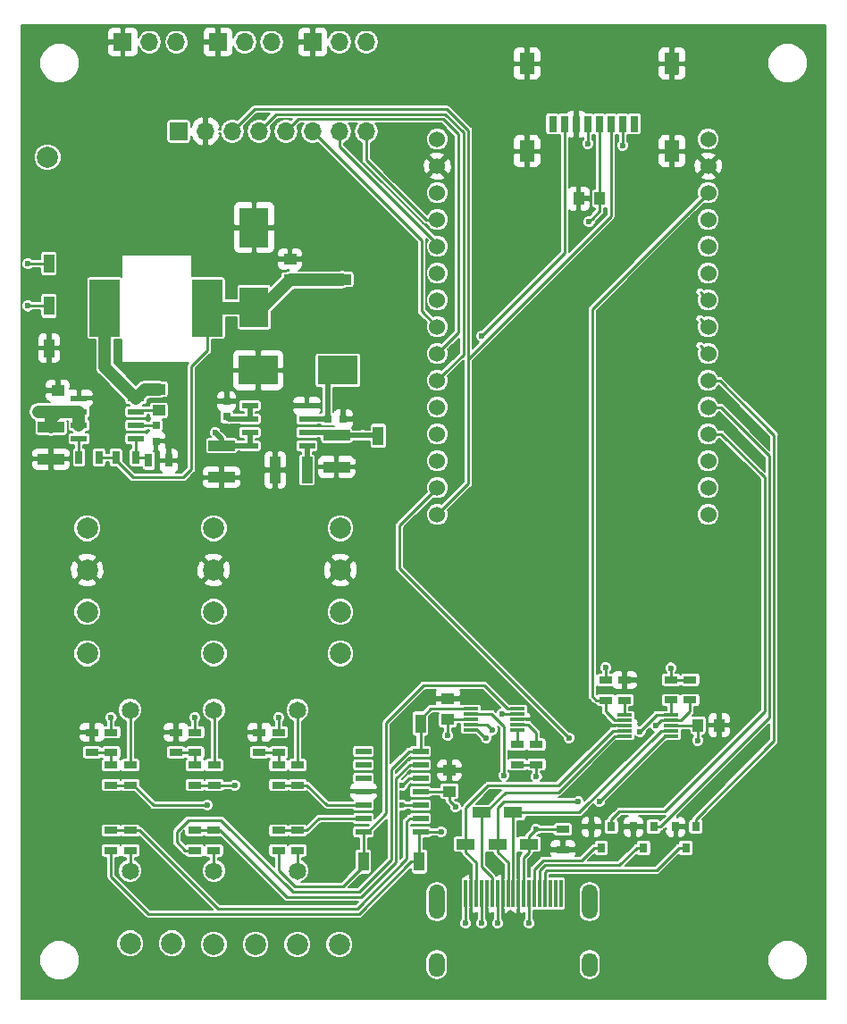
<source format=gtl>
G04 #@! TF.GenerationSoftware,KiCad,Pcbnew,(5.0.0)*
G04 #@! TF.CreationDate,2018-12-16T10:52:04+01:00*
G04 #@! TF.ProjectId,ODMeter,4F444D657465722E6B696361645F7063,rev?*
G04 #@! TF.SameCoordinates,Original*
G04 #@! TF.FileFunction,Copper,L1,Top,Signal*
G04 #@! TF.FilePolarity,Positive*
%FSLAX46Y46*%
G04 Gerber Fmt 4.6, Leading zero omitted, Abs format (unit mm)*
G04 Created by KiCad (PCBNEW (5.0.0)) date 12/16/18 10:52:04*
%MOMM*%
%LPD*%
G01*
G04 APERTURE LIST*
G04 #@! TA.AperFunction,ComponentPad*
%ADD10C,0.400000*%
G04 #@! TD*
G04 #@! TA.AperFunction,SMDPad,CuDef*
%ADD11R,1.550000X0.600000*%
G04 #@! TD*
G04 #@! TA.AperFunction,SMDPad,CuDef*
%ADD12R,2.600000X3.100000*%
G04 #@! TD*
G04 #@! TA.AperFunction,SMDPad,CuDef*
%ADD13R,1.000000X1.250000*%
G04 #@! TD*
G04 #@! TA.AperFunction,SMDPad,CuDef*
%ADD14R,0.800000X1.500000*%
G04 #@! TD*
G04 #@! TA.AperFunction,SMDPad,CuDef*
%ADD15R,1.450000X2.000000*%
G04 #@! TD*
G04 #@! TA.AperFunction,SMDPad,CuDef*
%ADD16R,2.900000X5.400000*%
G04 #@! TD*
G04 #@! TA.AperFunction,ComponentPad*
%ADD17C,2.000000*%
G04 #@! TD*
G04 #@! TA.AperFunction,ComponentPad*
%ADD18C,1.524000*%
G04 #@! TD*
G04 #@! TA.AperFunction,SMDPad,CuDef*
%ADD19R,0.300000X2.600000*%
G04 #@! TD*
G04 #@! TA.AperFunction,ComponentPad*
%ADD20O,1.500000X2.300000*%
G04 #@! TD*
G04 #@! TA.AperFunction,ComponentPad*
%ADD21O,1.500000X3.300000*%
G04 #@! TD*
G04 #@! TA.AperFunction,SMDPad,CuDef*
%ADD22R,1.250000X1.000000*%
G04 #@! TD*
G04 #@! TA.AperFunction,ComponentPad*
%ADD23O,1.700000X1.700000*%
G04 #@! TD*
G04 #@! TA.AperFunction,ComponentPad*
%ADD24R,1.700000X1.700000*%
G04 #@! TD*
G04 #@! TA.AperFunction,SMDPad,CuDef*
%ADD25R,1.300000X0.700000*%
G04 #@! TD*
G04 #@! TA.AperFunction,ComponentPad*
%ADD26C,1.650000*%
G04 #@! TD*
G04 #@! TA.AperFunction,SMDPad,CuDef*
%ADD27R,0.700000X1.300000*%
G04 #@! TD*
G04 #@! TA.AperFunction,SMDPad,CuDef*
%ADD28R,1.450000X0.300000*%
G04 #@! TD*
G04 #@! TA.AperFunction,SMDPad,CuDef*
%ADD29R,1.800000X1.000000*%
G04 #@! TD*
G04 #@! TA.AperFunction,SMDPad,CuDef*
%ADD30R,1.500000X0.600000*%
G04 #@! TD*
G04 #@! TA.AperFunction,SMDPad,CuDef*
%ADD31R,2.700000X3.750000*%
G04 #@! TD*
G04 #@! TA.AperFunction,SMDPad,CuDef*
%ADD32R,2.500000X1.000000*%
G04 #@! TD*
G04 #@! TA.AperFunction,SMDPad,CuDef*
%ADD33R,3.750000X2.700000*%
G04 #@! TD*
G04 #@! TA.AperFunction,SMDPad,CuDef*
%ADD34R,0.800000X0.750000*%
G04 #@! TD*
G04 #@! TA.AperFunction,SMDPad,CuDef*
%ADD35R,0.750000X0.800000*%
G04 #@! TD*
G04 #@! TA.AperFunction,SMDPad,CuDef*
%ADD36R,0.800000X0.900000*%
G04 #@! TD*
G04 #@! TA.AperFunction,SMDPad,CuDef*
%ADD37R,1.000000X1.800000*%
G04 #@! TD*
G04 #@! TA.AperFunction,SMDPad,CuDef*
%ADD38R,1.000000X2.500000*%
G04 #@! TD*
G04 #@! TA.AperFunction,ViaPad*
%ADD39C,0.600000*%
G04 #@! TD*
G04 #@! TA.AperFunction,Conductor*
%ADD40C,0.250000*%
G04 #@! TD*
G04 #@! TA.AperFunction,Conductor*
%ADD41C,1.200000*%
G04 #@! TD*
G04 #@! TA.AperFunction,Conductor*
%ADD42C,0.500000*%
G04 #@! TD*
G04 #@! TA.AperFunction,Conductor*
%ADD43C,0.200000*%
G04 #@! TD*
G04 APERTURE END LIST*
D10*
G04 #@! TO.P,U6,9*
G04 #@! TO.N,GND*
X93400000Y-91000000D03*
X93400000Y-89700000D03*
X92100000Y-89700000D03*
D11*
G04 #@! TO.P,U6,5*
G04 #@! TO.N,Net-(C15-Pad1)*
X90050000Y-88445000D03*
G04 #@! TO.P,U6,6*
X90050000Y-89715000D03*
G04 #@! TO.P,U6,7*
G04 #@! TO.N,/12V*
X90050000Y-90985000D03*
G04 #@! TO.P,U6,8*
X90050000Y-92255000D03*
G04 #@! TO.P,U6,4*
G04 #@! TO.N,GND*
X95450000Y-88445000D03*
G04 #@! TO.P,U6,3*
G04 #@! TO.N,Net-(C13-Pad1)*
X95450000Y-89715000D03*
G04 #@! TO.P,U6,2*
G04 #@! TO.N,/5V_a*
X95450000Y-90985000D03*
G04 #@! TO.P,U6,1*
G04 #@! TO.N,Net-(C9-Pad2)*
X95450000Y-92255000D03*
D12*
G04 #@! TO.P,U6,9*
G04 #@! TO.N,GND*
X92750000Y-90350000D03*
D10*
X92100000Y-91000000D03*
G04 #@! TD*
G04 #@! TO.P,U4,9*
G04 #@! TO.N,GND*
X75900000Y-89000000D03*
X75900000Y-90300000D03*
X77200000Y-90300000D03*
D11*
G04 #@! TO.P,U4,5*
G04 #@! TO.N,/FB*
X79250000Y-91555000D03*
G04 #@! TO.P,U4,6*
G04 #@! TO.N,Net-(C8-Pad1)*
X79250000Y-90285000D03*
G04 #@! TO.P,U4,7*
G04 #@! TO.N,Net-(C3-Pad2)*
X79250000Y-89015000D03*
G04 #@! TO.P,U4,8*
G04 #@! TO.N,Net-(C3-Pad1)*
X79250000Y-87745000D03*
G04 #@! TO.P,U4,4*
G04 #@! TO.N,Net-(R29-Pad1)*
X73850000Y-91555000D03*
G04 #@! TO.P,U4,3*
G04 #@! TO.N,/12V*
X73850000Y-90285000D03*
G04 #@! TO.P,U4,2*
X73850000Y-89015000D03*
G04 #@! TO.P,U4,1*
G04 #@! TO.N,GND*
X73850000Y-87745000D03*
D12*
G04 #@! TO.P,U4,9*
X76550000Y-89650000D03*
D10*
X77200000Y-89000000D03*
G04 #@! TD*
D13*
G04 #@! TO.P,C16,1*
G04 #@! TO.N,GND*
X121200000Y-68825000D03*
G04 #@! TO.P,C16,2*
G04 #@! TO.N,/3V3*
X123200000Y-68825000D03*
G04 #@! TD*
D14*
G04 #@! TO.P,J24,1*
G04 #@! TO.N,N/C*
X126450000Y-61750000D03*
G04 #@! TO.P,J24,2*
G04 #@! TO.N,/CS2*
X125350000Y-61750000D03*
G04 #@! TO.P,J24,3*
G04 #@! TO.N,/MOSI*
X124250000Y-61750000D03*
G04 #@! TO.P,J24,4*
G04 #@! TO.N,/3V3*
X123150000Y-61750000D03*
G04 #@! TO.P,J24,5*
G04 #@! TO.N,/SCK*
X122050000Y-61750000D03*
G04 #@! TO.P,J24,6*
G04 #@! TO.N,GND*
X120950000Y-61750000D03*
G04 #@! TO.P,J24,7*
G04 #@! TO.N,/MISO*
X119850000Y-61750000D03*
G04 #@! TO.P,J24,8*
G04 #@! TO.N,N/C*
X118750000Y-61750000D03*
D15*
G04 #@! TO.P,J24,9*
G04 #@! TO.N,GND*
X130050000Y-56050000D03*
X130050000Y-64350000D03*
X116300000Y-56050000D03*
X116300000Y-64350000D03*
G04 #@! TD*
D16*
G04 #@! TO.P,L1,2*
G04 #@! TO.N,Net-(C3-Pad1)*
X76300000Y-79200000D03*
G04 #@! TO.P,L1,1*
G04 #@! TO.N,/5V_b*
X86000000Y-79200000D03*
G04 #@! TD*
D17*
G04 #@! TO.P,J20,1*
G04 #@! TO.N,/12V*
X70870000Y-64900000D03*
G04 #@! TO.P,J20,2*
G04 #@! TO.N,GND*
X74830000Y-64900000D03*
G04 #@! TD*
D18*
G04 #@! TO.P,U3,1*
G04 #@! TO.N,N/C*
X133470000Y-98770000D03*
G04 #@! TO.P,U3,2*
X133470000Y-96230000D03*
G04 #@! TO.P,U3,3*
X133470000Y-93690000D03*
G04 #@! TO.P,U3,4*
G04 #@! TO.N,/LED_R*
X133470000Y-91150000D03*
G04 #@! TO.P,U3,5*
G04 #@! TO.N,/LED_G*
X133470000Y-88610000D03*
G04 #@! TO.P,U3,6*
G04 #@! TO.N,/LED_B*
X133470000Y-86070000D03*
G04 #@! TO.P,U3,7*
G04 #@! TO.N,/PWM_X*
X133470000Y-83530000D03*
G04 #@! TO.P,U3,8*
G04 #@! TO.N,/DIR_X*
X133470000Y-80990000D03*
G04 #@! TO.P,U3,9*
G04 #@! TO.N,/PWM_Y*
X133470000Y-78450000D03*
G04 #@! TO.P,U3,10*
G04 #@! TO.N,/DIR_Y*
X133470000Y-75910000D03*
G04 #@! TO.P,U3,11*
G04 #@! TO.N,/PWM_Z*
X133470000Y-73370000D03*
G04 #@! TO.P,U3,12*
G04 #@! TO.N,/DIR_Z*
X133470000Y-70830000D03*
G04 #@! TO.P,U3,13*
G04 #@! TO.N,/Alert*
X133470000Y-68290000D03*
G04 #@! TO.P,U3,14*
G04 #@! TO.N,GND*
X133470000Y-65750000D03*
G04 #@! TO.P,U3,15*
G04 #@! TO.N,/5V_b*
X133470000Y-63210000D03*
G04 #@! TO.P,U3,16*
G04 #@! TO.N,/3V3*
X107800000Y-63210000D03*
G04 #@! TO.P,U3,17*
G04 #@! TO.N,GND*
X107800000Y-65750000D03*
G04 #@! TO.P,U3,18*
G04 #@! TO.N,/CS2*
X107800000Y-68290000D03*
G04 #@! TO.P,U3,19*
G04 #@! TO.N,/INT*
X107800000Y-70830000D03*
G04 #@! TO.P,U3,20*
G04 #@! TO.N,/RST*
X107800000Y-73370000D03*
G04 #@! TO.P,U3,21*
G04 #@! TO.N,N/C*
X107800000Y-75910000D03*
G04 #@! TO.P,U3,22*
X107800000Y-78450000D03*
G04 #@! TO.P,U3,23*
G04 #@! TO.N,/CS*
X107800000Y-80990000D03*
G04 #@! TO.P,U3,24*
G04 #@! TO.N,/SCK*
X107800000Y-83530000D03*
G04 #@! TO.P,U3,25*
G04 #@! TO.N,/MISO*
X107800000Y-86070000D03*
G04 #@! TO.P,U3,26*
G04 #@! TO.N,/SDA*
X107800000Y-88610000D03*
G04 #@! TO.P,U3,27*
G04 #@! TO.N,N/C*
X107800000Y-91150000D03*
G04 #@! TO.P,U3,28*
X107800000Y-93690000D03*
G04 #@! TO.P,U3,29*
G04 #@! TO.N,/SCL*
X107800000Y-96230000D03*
G04 #@! TO.P,U3,30*
G04 #@! TO.N,/MOSI*
X107800000Y-98770000D03*
G04 #@! TD*
D19*
G04 #@! TO.P,J11,19*
G04 #@! TO.N,N/C*
X119500000Y-134690000D03*
G04 #@! TO.P,J11,18*
X119000000Y-134690000D03*
G04 #@! TO.P,J11,17*
X118500000Y-134690000D03*
G04 #@! TO.P,J11,16*
G04 #@! TO.N,/B*
X118000000Y-134690000D03*
G04 #@! TO.P,J11,15*
G04 #@! TO.N,/G*
X117500000Y-134690000D03*
G04 #@! TO.P,J11,14*
G04 #@! TO.N,/R*
X117000000Y-134690000D03*
G04 #@! TO.P,J11,13*
G04 #@! TO.N,/5V_a*
X116500000Y-134690000D03*
G04 #@! TO.P,J11,12*
G04 #@! TO.N,/Ain7*
X116000000Y-134690000D03*
G04 #@! TO.P,J11,11*
G04 #@! TO.N,GND*
X115500000Y-134690000D03*
G04 #@! TO.P,J11,1*
G04 #@! TO.N,/5V_a*
X110500000Y-134690000D03*
G04 #@! TO.P,J11,2*
G04 #@! TO.N,GND*
X111000000Y-134690000D03*
G04 #@! TO.P,J11,3*
G04 #@! TO.N,/Ain0*
X111500000Y-134690000D03*
G04 #@! TO.P,J11,4*
G04 #@! TO.N,/5V_a*
X112000000Y-134690000D03*
G04 #@! TO.P,J11,5*
G04 #@! TO.N,GND*
X112500000Y-134690000D03*
G04 #@! TO.P,J11,6*
G04 #@! TO.N,/Ain1*
X113000000Y-134690000D03*
G04 #@! TO.P,J11,7*
G04 #@! TO.N,/5V_a*
X113500000Y-134690000D03*
G04 #@! TO.P,J11,8*
G04 #@! TO.N,GND*
X114000000Y-134690000D03*
G04 #@! TO.P,J11,9*
G04 #@! TO.N,/Ain2*
X114500000Y-134690000D03*
G04 #@! TO.P,J11,10*
G04 #@! TO.N,/Ain3*
X115000000Y-134690000D03*
D20*
G04 #@! TO.P,J11,e*
G04 #@! TO.N,N/C*
X122250000Y-141410000D03*
X107750000Y-141410000D03*
D21*
X122250000Y-135450000D03*
X107750000Y-135450000D03*
G04 #@! TD*
D22*
G04 #@! TO.P,C2,2*
G04 #@! TO.N,/3V3*
X108950000Y-125000000D03*
G04 #@! TO.P,C2,1*
G04 #@! TO.N,GND*
X108950000Y-123000000D03*
G04 #@! TD*
D17*
G04 #@! TO.P,J9,6*
G04 #@! TO.N,/I_sense1*
X78700000Y-139400000D03*
G04 #@! TO.P,J9,2*
G04 #@! TO.N,/I_sense3*
X94540000Y-139500000D03*
G04 #@! TO.P,J9,1*
G04 #@! TO.N,/I3_B*
X98500000Y-139500000D03*
G04 #@! TO.P,J9,3*
G04 #@! TO.N,/I2_B*
X90580000Y-139500000D03*
G04 #@! TO.P,J9,4*
G04 #@! TO.N,/I_sense2*
X86620000Y-139500000D03*
G04 #@! TO.P,J9,5*
G04 #@! TO.N,/I1_B*
X82660000Y-139400000D03*
G04 #@! TD*
D23*
G04 #@! TO.P,J3,8*
G04 #@! TO.N,/INT*
X101080000Y-62450000D03*
G04 #@! TO.P,J3,7*
G04 #@! TO.N,/RST*
X98540000Y-62450000D03*
G04 #@! TO.P,J3,6*
G04 #@! TO.N,/CS*
X96000000Y-62450000D03*
G04 #@! TO.P,J3,5*
G04 #@! TO.N,/SCK*
X93460000Y-62450000D03*
G04 #@! TO.P,J3,4*
G04 #@! TO.N,/MISO*
X90920000Y-62450000D03*
G04 #@! TO.P,J3,3*
G04 #@! TO.N,/MOSI*
X88380000Y-62450000D03*
G04 #@! TO.P,J3,2*
G04 #@! TO.N,GND*
X85840000Y-62450000D03*
D24*
G04 #@! TO.P,J3,1*
G04 #@! TO.N,/5V_b*
X83300000Y-62450000D03*
G04 #@! TD*
D25*
G04 #@! TO.P,R13,2*
G04 #@! TO.N,Net-(R11-Pad2)*
X84850000Y-122500000D03*
G04 #@! TO.P,R13,1*
G04 #@! TO.N,Net-(R13-Pad1)*
X84850000Y-124400000D03*
G04 #@! TD*
G04 #@! TO.P,R12,2*
G04 #@! TO.N,GND*
X83050000Y-119400000D03*
G04 #@! TO.P,R12,1*
G04 #@! TO.N,Net-(R11-Pad2)*
X83050000Y-121300000D03*
G04 #@! TD*
D26*
G04 #@! TO.P,R6,1*
G04 #@! TO.N,/I_sense1*
X78700000Y-132520000D03*
G04 #@! TO.P,R6,2*
G04 #@! TO.N,/I1_A*
X78700000Y-117280000D03*
G04 #@! TD*
D13*
G04 #@! TO.P,C1,2*
G04 #@! TO.N,/3V3*
X132500000Y-118725000D03*
G04 #@! TO.P,C1,1*
G04 #@! TO.N,GND*
X134500000Y-118725000D03*
G04 #@! TD*
D22*
G04 #@! TO.P,C7,2*
G04 #@! TO.N,GND*
X71850000Y-87000000D03*
G04 #@! TO.P,C7,1*
G04 #@! TO.N,/12V*
X71850000Y-89000000D03*
G04 #@! TD*
D25*
G04 #@! TO.P,R22,2*
G04 #@! TO.N,/I3_A*
X94540000Y-122500000D03*
G04 #@! TO.P,R22,1*
G04 #@! TO.N,Net-(R21-Pad1)*
X94540000Y-124400000D03*
G04 #@! TD*
G04 #@! TO.P,R24,2*
G04 #@! TO.N,/I_sense3*
X94540000Y-130600000D03*
G04 #@! TO.P,R24,1*
G04 #@! TO.N,Net-(R24-Pad1)*
X94540000Y-128700000D03*
G04 #@! TD*
G04 #@! TO.P,R25,2*
G04 #@! TO.N,Net-(R24-Pad1)*
X92750000Y-128700000D03*
G04 #@! TO.P,R25,1*
G04 #@! TO.N,/A5*
X92750000Y-130600000D03*
G04 #@! TD*
D23*
G04 #@! TO.P,J2,3*
G04 #@! TO.N,/DIR_X*
X83080000Y-54000000D03*
G04 #@! TO.P,J2,2*
G04 #@! TO.N,/PWM_X*
X80540000Y-54000000D03*
D24*
G04 #@! TO.P,J2,1*
G04 #@! TO.N,GND*
X78000000Y-54000000D03*
G04 #@! TD*
D27*
G04 #@! TO.P,R29,2*
G04 #@! TO.N,/5V_b*
X75750000Y-93350000D03*
G04 #@! TO.P,R29,1*
G04 #@! TO.N,Net-(R29-Pad1)*
X73850000Y-93350000D03*
G04 #@! TD*
D28*
G04 #@! TO.P,U2,10*
G04 #@! TO.N,/SCL*
X129950000Y-117750000D03*
G04 #@! TO.P,U2,9*
G04 #@! TO.N,/SDA*
X129950000Y-118250000D03*
G04 #@! TO.P,U2,8*
G04 #@! TO.N,/3V3*
X129950000Y-118750000D03*
G04 #@! TO.P,U2,7*
G04 #@! TO.N,/Ain3*
X129950000Y-119250000D03*
G04 #@! TO.P,U2,6*
G04 #@! TO.N,/Ain2*
X129950000Y-119750000D03*
G04 #@! TO.P,U2,5*
G04 #@! TO.N,/Ain1*
X125550000Y-119750000D03*
G04 #@! TO.P,U2,4*
G04 #@! TO.N,/Ain0*
X125550000Y-119250000D03*
G04 #@! TO.P,U2,3*
G04 #@! TO.N,GND*
X125550000Y-118750000D03*
G04 #@! TO.P,U2,2*
G04 #@! TO.N,/Alert*
X125550000Y-118250000D03*
G04 #@! TO.P,U2,1*
G04 #@! TO.N,Net-(R5-Pad2)*
X125550000Y-117750000D03*
G04 #@! TD*
D29*
G04 #@! TO.P,J13,1*
G04 #@! TO.N,/Ain2*
X113500000Y-130000000D03*
G04 #@! TD*
D30*
G04 #@! TO.P,U1,14*
G04 #@! TO.N,/A5*
X100800000Y-128810000D03*
G04 #@! TO.P,U1,13*
G04 #@! TO.N,Net-(R24-Pad1)*
X100800000Y-127540000D03*
G04 #@! TO.P,U1,12*
G04 #@! TO.N,Net-(R21-Pad1)*
X100800000Y-126270000D03*
G04 #@! TO.P,U1,11*
G04 #@! TO.N,GND*
X100800000Y-125000000D03*
G04 #@! TO.P,U1,10*
G04 #@! TO.N,N/C*
X100800000Y-123730000D03*
G04 #@! TO.P,U1,9*
X100800000Y-122460000D03*
G04 #@! TO.P,U1,8*
X100800000Y-121190000D03*
G04 #@! TO.P,U1,7*
G04 #@! TO.N,/A6*
X106200000Y-121190000D03*
G04 #@! TO.P,U1,6*
G04 #@! TO.N,Net-(R17-Pad1)*
X106200000Y-122460000D03*
G04 #@! TO.P,U1,5*
G04 #@! TO.N,Net-(R13-Pad1)*
X106200000Y-123730000D03*
G04 #@! TO.P,U1,4*
G04 #@! TO.N,/3V3*
X106200000Y-125000000D03*
G04 #@! TO.P,U1,3*
G04 #@! TO.N,Net-(R3-Pad1)*
X106200000Y-126270000D03*
G04 #@! TO.P,U1,2*
G04 #@! TO.N,Net-(R8-Pad1)*
X106200000Y-127540000D03*
G04 #@! TO.P,U1,1*
G04 #@! TO.N,/A4*
X106200000Y-128810000D03*
G04 #@! TD*
D25*
G04 #@! TO.P,R1,2*
G04 #@! TO.N,Net-(R1-Pad2)*
X76900000Y-121300000D03*
G04 #@! TO.P,R1,1*
G04 #@! TO.N,/3V3*
X76900000Y-119400000D03*
G04 #@! TD*
G04 #@! TO.P,R2,2*
G04 #@! TO.N,GND*
X75100000Y-119400000D03*
G04 #@! TO.P,R2,1*
G04 #@! TO.N,Net-(R1-Pad2)*
X75100000Y-121300000D03*
G04 #@! TD*
G04 #@! TO.P,R3,2*
G04 #@! TO.N,Net-(R1-Pad2)*
X76900000Y-122500000D03*
G04 #@! TO.P,R3,1*
G04 #@! TO.N,Net-(R3-Pad1)*
X76900000Y-124400000D03*
G04 #@! TD*
G04 #@! TO.P,R4,2*
G04 #@! TO.N,/I1_A*
X78700000Y-122500000D03*
G04 #@! TO.P,R4,1*
G04 #@! TO.N,Net-(R3-Pad1)*
X78700000Y-124400000D03*
G04 #@! TD*
G04 #@! TO.P,R8,2*
G04 #@! TO.N,/I_sense1*
X78700000Y-130600000D03*
G04 #@! TO.P,R8,1*
G04 #@! TO.N,Net-(R8-Pad1)*
X78700000Y-128700000D03*
G04 #@! TD*
G04 #@! TO.P,R9,2*
G04 #@! TO.N,Net-(R8-Pad1)*
X76900000Y-128700000D03*
G04 #@! TO.P,R9,1*
G04 #@! TO.N,/A4*
X76900000Y-130600000D03*
G04 #@! TD*
G04 #@! TO.P,R10,2*
G04 #@! TO.N,/3V3*
X129950000Y-114425000D03*
G04 #@! TO.P,R10,1*
G04 #@! TO.N,/SCL*
X129950000Y-116325000D03*
G04 #@! TD*
G04 #@! TO.P,R11,2*
G04 #@! TO.N,Net-(R11-Pad2)*
X84850000Y-121300000D03*
G04 #@! TO.P,R11,1*
G04 #@! TO.N,/3V3*
X84850000Y-119400000D03*
G04 #@! TD*
G04 #@! TO.P,R14,2*
G04 #@! TO.N,/3V3*
X123750000Y-114450000D03*
G04 #@! TO.P,R14,1*
G04 #@! TO.N,/Alert*
X123750000Y-116350000D03*
G04 #@! TD*
G04 #@! TO.P,R15,2*
G04 #@! TO.N,/I2_A*
X86650000Y-122500000D03*
G04 #@! TO.P,R15,1*
G04 #@! TO.N,Net-(R13-Pad1)*
X86650000Y-124400000D03*
G04 #@! TD*
G04 #@! TO.P,R17,2*
G04 #@! TO.N,/I_sense2*
X86620000Y-130600000D03*
G04 #@! TO.P,R17,1*
G04 #@! TO.N,Net-(R17-Pad1)*
X86620000Y-128700000D03*
G04 #@! TD*
G04 #@! TO.P,R18,2*
G04 #@! TO.N,Net-(R17-Pad1)*
X84800000Y-128700000D03*
G04 #@! TO.P,R18,1*
G04 #@! TO.N,/A6*
X84800000Y-130600000D03*
G04 #@! TD*
G04 #@! TO.P,R20,2*
G04 #@! TO.N,GND*
X90950000Y-119400000D03*
G04 #@! TO.P,R20,1*
G04 #@! TO.N,Net-(R19-Pad2)*
X90950000Y-121300000D03*
G04 #@! TD*
G04 #@! TO.P,R21,2*
G04 #@! TO.N,Net-(R19-Pad2)*
X92750000Y-122500000D03*
G04 #@! TO.P,R21,1*
G04 #@! TO.N,Net-(R21-Pad1)*
X92750000Y-124400000D03*
G04 #@! TD*
D22*
G04 #@! TO.P,C3,2*
G04 #@! TO.N,Net-(C3-Pad2)*
X81400000Y-88900000D03*
G04 #@! TO.P,C3,1*
G04 #@! TO.N,Net-(C3-Pad1)*
X81400000Y-86900000D03*
G04 #@! TD*
D31*
G04 #@! TO.P,C4,2*
G04 #@! TO.N,GND*
X90450000Y-71575000D03*
G04 #@! TO.P,C4,1*
G04 #@! TO.N,/5V_b*
X90450000Y-79125000D03*
G04 #@! TD*
D22*
G04 #@! TO.P,C5,2*
G04 #@! TO.N,GND*
X93850000Y-74550000D03*
G04 #@! TO.P,C5,1*
G04 #@! TO.N,/5V_b*
X93850000Y-76550000D03*
G04 #@! TD*
D32*
G04 #@! TO.P,C6,2*
G04 #@! TO.N,GND*
X71200000Y-93500000D03*
G04 #@! TO.P,C6,1*
G04 #@! TO.N,/12V*
X71200000Y-90500000D03*
G04 #@! TD*
G04 #@! TO.P,C10,2*
G04 #@! TO.N,/12V*
X87350000Y-92250000D03*
G04 #@! TO.P,C10,1*
G04 #@! TO.N,GND*
X87350000Y-95250000D03*
G04 #@! TD*
G04 #@! TO.P,C12,2*
G04 #@! TO.N,/5V_a*
X98250000Y-91250000D03*
G04 #@! TO.P,C12,1*
G04 #@! TO.N,GND*
X98250000Y-94250000D03*
G04 #@! TD*
D33*
G04 #@! TO.P,C13,2*
G04 #@! TO.N,GND*
X90825000Y-85100000D03*
G04 #@! TO.P,C13,1*
G04 #@! TO.N,Net-(C13-Pad1)*
X98375000Y-85100000D03*
G04 #@! TD*
D34*
G04 #@! TO.P,C14,1*
G04 #@! TO.N,Net-(C13-Pad1)*
X97400000Y-89700000D03*
G04 #@! TO.P,C14,2*
G04 #@! TO.N,GND*
X98900000Y-89700000D03*
G04 #@! TD*
D35*
G04 #@! TO.P,C15,1*
G04 #@! TO.N,Net-(C15-Pad1)*
X87850000Y-89500000D03*
G04 #@! TO.P,C15,2*
G04 #@! TO.N,GND*
X87850000Y-88000000D03*
G04 #@! TD*
D36*
G04 #@! TO.P,Q1,3*
G04 #@! TO.N,/R*
X123350000Y-130350000D03*
G04 #@! TO.P,Q1,2*
G04 #@! TO.N,GND*
X122400000Y-128350000D03*
G04 #@! TO.P,Q1,1*
G04 #@! TO.N,/LED_R*
X124300000Y-128350000D03*
G04 #@! TD*
G04 #@! TO.P,Q2,3*
G04 #@! TO.N,/G*
X127350000Y-130350000D03*
G04 #@! TO.P,Q2,2*
G04 #@! TO.N,GND*
X126400000Y-128350000D03*
G04 #@! TO.P,Q2,1*
G04 #@! TO.N,/LED_G*
X128300000Y-128350000D03*
G04 #@! TD*
G04 #@! TO.P,Q3,3*
G04 #@! TO.N,/B*
X131350000Y-130350000D03*
G04 #@! TO.P,Q3,2*
G04 #@! TO.N,GND*
X130400000Y-128350000D03*
G04 #@! TO.P,Q3,1*
G04 #@! TO.N,/LED_B*
X132300000Y-128350000D03*
G04 #@! TD*
D25*
G04 #@! TO.P,R26,2*
G04 #@! TO.N,GND*
X119700000Y-130500000D03*
G04 #@! TO.P,R26,1*
G04 #@! TO.N,/Ain7*
X119700000Y-128600000D03*
G04 #@! TD*
D27*
G04 #@! TO.P,R27,2*
G04 #@! TO.N,/FB*
X79250000Y-93350000D03*
G04 #@! TO.P,R27,1*
G04 #@! TO.N,/5V_b*
X77350000Y-93350000D03*
G04 #@! TD*
D25*
G04 #@! TO.P,R28,2*
G04 #@! TO.N,Net-(R28-Pad2)*
X115400000Y-120550000D03*
G04 #@! TO.P,R28,1*
G04 #@! TO.N,/3V3*
X115400000Y-122450000D03*
G04 #@! TD*
D27*
G04 #@! TO.P,R30,2*
G04 #@! TO.N,GND*
X82350000Y-93650000D03*
G04 #@! TO.P,R30,1*
G04 #@! TO.N,/FB*
X80450000Y-93650000D03*
G04 #@! TD*
D25*
G04 #@! TO.P,R31,2*
G04 #@! TO.N,/3V3*
X117200000Y-122450000D03*
G04 #@! TO.P,R31,1*
G04 #@! TO.N,Net-(R31-Pad1)*
X117200000Y-120550000D03*
G04 #@! TD*
D35*
G04 #@! TO.P,C8,1*
G04 #@! TO.N,Net-(C8-Pad1)*
X81150000Y-90300000D03*
G04 #@! TO.P,C8,2*
G04 #@! TO.N,GND*
X81150000Y-91800000D03*
G04 #@! TD*
D37*
G04 #@! TO.P,J1,1*
G04 #@! TO.N,/A4*
X106100000Y-131650000D03*
G04 #@! TD*
D29*
G04 #@! TO.P,J10,1*
G04 #@! TO.N,/Ain7*
X116500000Y-130000000D03*
G04 #@! TD*
G04 #@! TO.P,J12,1*
G04 #@! TO.N,/Ain3*
X115000000Y-127000000D03*
G04 #@! TD*
D17*
G04 #@! TO.P,J14,2*
G04 #@! TO.N,/I1_A*
X74620000Y-107980000D03*
G04 #@! TO.P,J14,1*
G04 #@! TO.N,/I1_B*
X74620000Y-111940000D03*
G04 #@! TO.P,J14,3*
G04 #@! TO.N,GND*
X74620000Y-104020000D03*
G04 #@! TO.P,J14,4*
G04 #@! TO.N,/12V*
X74620000Y-100060000D03*
G04 #@! TD*
D29*
G04 #@! TO.P,J15,1*
G04 #@! TO.N,/Ain1*
X112000000Y-127000000D03*
G04 #@! TD*
D25*
G04 #@! TO.P,R5,2*
G04 #@! TO.N,Net-(R5-Pad2)*
X125550000Y-116350000D03*
G04 #@! TO.P,R5,1*
G04 #@! TO.N,GND*
X125550000Y-114450000D03*
G04 #@! TD*
D26*
G04 #@! TO.P,R16,1*
G04 #@! TO.N,/I_sense2*
X86620000Y-132520000D03*
G04 #@! TO.P,R16,2*
G04 #@! TO.N,/I2_A*
X86620000Y-117280000D03*
G04 #@! TD*
D25*
G04 #@! TO.P,R19,2*
G04 #@! TO.N,Net-(R19-Pad2)*
X92750000Y-121300000D03*
G04 #@! TO.P,R19,1*
G04 #@! TO.N,/3V3*
X92750000Y-119400000D03*
G04 #@! TD*
D26*
G04 #@! TO.P,R23,1*
G04 #@! TO.N,/I_sense3*
X94540000Y-132520000D03*
G04 #@! TO.P,R23,2*
G04 #@! TO.N,/I3_A*
X94540000Y-117280000D03*
G04 #@! TD*
D28*
G04 #@! TO.P,U5,10*
G04 #@! TO.N,/SCL*
X111000000Y-119150000D03*
G04 #@! TO.P,U5,9*
G04 #@! TO.N,/SDA*
X111000000Y-118650000D03*
G04 #@! TO.P,U5,8*
G04 #@! TO.N,/3V3*
X111000000Y-118150000D03*
G04 #@! TO.P,U5,7*
G04 #@! TO.N,/Ain7*
X111000000Y-117650000D03*
G04 #@! TO.P,U5,6*
G04 #@! TO.N,/A6*
X111000000Y-117150000D03*
G04 #@! TO.P,U5,5*
G04 #@! TO.N,/A5*
X115400000Y-117150000D03*
G04 #@! TO.P,U5,4*
G04 #@! TO.N,/A4*
X115400000Y-117650000D03*
G04 #@! TO.P,U5,3*
G04 #@! TO.N,GND*
X115400000Y-118150000D03*
G04 #@! TO.P,U5,2*
G04 #@! TO.N,Net-(R31-Pad1)*
X115400000Y-118650000D03*
G04 #@! TO.P,U5,1*
G04 #@! TO.N,Net-(R28-Pad2)*
X115400000Y-119150000D03*
G04 #@! TD*
D37*
G04 #@! TO.P,J8,1*
G04 #@! TO.N,/A5*
X100800000Y-131650000D03*
G04 #@! TD*
D29*
G04 #@! TO.P,J16,1*
G04 #@! TO.N,/Ain0*
X110500000Y-130000000D03*
G04 #@! TD*
D37*
G04 #@! TO.P,J17,1*
G04 #@! TO.N,/5V_a*
X102200000Y-91300000D03*
G04 #@! TD*
D38*
G04 #@! TO.P,C9,2*
G04 #@! TO.N,Net-(C9-Pad2)*
X95450000Y-94550000D03*
G04 #@! TO.P,C9,1*
G04 #@! TO.N,GND*
X92450000Y-94550000D03*
G04 #@! TD*
D22*
G04 #@! TO.P,C11,2*
G04 #@! TO.N,/3V3*
X108800000Y-118200000D03*
G04 #@! TO.P,C11,1*
G04 #@! TO.N,GND*
X108800000Y-116200000D03*
G04 #@! TD*
D23*
G04 #@! TO.P,J4,3*
G04 #@! TO.N,/DIR_Y*
X92080000Y-54000000D03*
G04 #@! TO.P,J4,2*
G04 #@! TO.N,/PWM_Y*
X89540000Y-54000000D03*
D24*
G04 #@! TO.P,J4,1*
G04 #@! TO.N,GND*
X87000000Y-54000000D03*
G04 #@! TD*
D37*
G04 #@! TO.P,J5,1*
G04 #@! TO.N,/A6*
X106200000Y-118550000D03*
G04 #@! TD*
D23*
G04 #@! TO.P,J6,3*
G04 #@! TO.N,/DIR_Z*
X101080000Y-54000000D03*
G04 #@! TO.P,J6,2*
G04 #@! TO.N,/PWM_Z*
X98540000Y-54000000D03*
D24*
G04 #@! TO.P,J6,1*
G04 #@! TO.N,GND*
X96000000Y-54000000D03*
G04 #@! TD*
D17*
G04 #@! TO.P,J18,2*
G04 #@! TO.N,/I2_A*
X86620000Y-107980000D03*
G04 #@! TO.P,J18,1*
G04 #@! TO.N,/I2_B*
X86620000Y-111940000D03*
G04 #@! TO.P,J18,3*
G04 #@! TO.N,GND*
X86620000Y-104020000D03*
G04 #@! TO.P,J18,4*
G04 #@! TO.N,/12V*
X86620000Y-100060000D03*
G04 #@! TD*
G04 #@! TO.P,J19,2*
G04 #@! TO.N,/I3_A*
X98620000Y-107980000D03*
G04 #@! TO.P,J19,1*
G04 #@! TO.N,/I3_B*
X98620000Y-111940000D03*
G04 #@! TO.P,J19,3*
G04 #@! TO.N,GND*
X98620000Y-104020000D03*
G04 #@! TO.P,J19,4*
G04 #@! TO.N,/12V*
X98620000Y-100060000D03*
G04 #@! TD*
D25*
G04 #@! TO.P,R7,2*
G04 #@! TO.N,/SDA*
X131750000Y-116325000D03*
G04 #@! TO.P,R7,1*
G04 #@! TO.N,/3V3*
X131750000Y-114425000D03*
G04 #@! TD*
D37*
G04 #@! TO.P,J7,1*
G04 #@! TO.N,GND*
X71000000Y-83000000D03*
G04 #@! TD*
D29*
G04 #@! TO.P,J21,1*
G04 #@! TO.N,/5V_b*
X98750000Y-76500000D03*
G04 #@! TD*
D37*
G04 #@! TO.P,J22,1*
G04 #@! TO.N,/3V3*
X71000000Y-79000000D03*
G04 #@! TD*
G04 #@! TO.P,J23,1*
G04 #@! TO.N,/12V*
X71000000Y-75000000D03*
G04 #@! TD*
D39*
G04 #@! TO.N,GND*
X98625000Y-125300000D03*
X111175000Y-122800000D03*
X106625000Y-116250000D03*
X109500000Y-113200000D03*
X112675000Y-125500000D03*
X119275000Y-121975000D03*
X121750000Y-117600000D03*
X117950000Y-112150000D03*
X115050000Y-137475000D03*
X109850000Y-132225000D03*
X126850000Y-125275000D03*
X104675000Y-114225000D03*
X98200000Y-116125000D03*
X96650000Y-114025000D03*
X92100000Y-114350000D03*
X90775000Y-111325000D03*
X94750000Y-108925000D03*
X89825000Y-107525000D03*
X95075000Y-105225000D03*
X89550000Y-103775000D03*
X92850000Y-102500000D03*
X95450000Y-101175000D03*
X90775000Y-99875000D03*
X93775000Y-98700000D03*
X82825000Y-99975000D03*
X78250000Y-100275000D03*
X80775000Y-103500000D03*
X77700000Y-105250000D03*
X81000000Y-108200000D03*
X81275000Y-112550000D03*
X81775000Y-117125000D03*
X71900000Y-116425000D03*
X76900000Y-115025000D03*
X71000000Y-111775000D03*
X72150000Y-126400000D03*
X74375000Y-133275000D03*
X70200000Y-137400000D03*
X74550000Y-139850000D03*
X81200000Y-142225000D03*
X89250000Y-142325000D03*
X96975000Y-142050000D03*
X96975000Y-137925000D03*
X92500000Y-137750000D03*
X88650000Y-137750000D03*
X84725000Y-137650000D03*
X80600000Y-137600000D03*
X80650000Y-133575000D03*
X103750000Y-138700000D03*
X104600000Y-144100000D03*
X113425000Y-142800000D03*
X117825000Y-140725000D03*
X125100000Y-138500000D03*
X128075000Y-136175000D03*
X112325000Y-104425000D03*
X123100000Y-106325000D03*
X126625000Y-104225000D03*
X131150000Y-101600000D03*
X121025000Y-98900000D03*
X115400000Y-94675000D03*
X112325000Y-98400000D03*
X102400000Y-80700000D03*
X98925000Y-80075000D03*
X101950000Y-74350000D03*
X97400000Y-70525000D03*
X95050000Y-67350000D03*
X90025000Y-66525000D03*
X85550000Y-69600000D03*
X83700000Y-66750000D03*
X86525000Y-65550000D03*
X78525000Y-63725000D03*
X78850000Y-67725000D03*
X78525000Y-71400000D03*
X73300000Y-71750000D03*
X69875000Y-72225000D03*
X72600000Y-74850000D03*
X69975000Y-77250000D03*
X72500000Y-78625000D03*
X79175000Y-57875000D03*
X83850000Y-59150000D03*
X90050000Y-58850000D03*
X98400000Y-58750000D03*
X102900000Y-58750000D03*
X107625000Y-59175000D03*
X121225000Y-54050000D03*
X126950000Y-53875000D03*
X130425000Y-56900000D03*
X133550000Y-58000000D03*
X113125000Y-66050000D03*
X134425000Y-131850000D03*
X133225000Y-137850000D03*
X140575000Y-84775000D03*
X140300000Y-73450000D03*
X141100000Y-65400000D03*
X138050000Y-60100000D03*
X137650000Y-69675000D03*
X143150000Y-69575000D03*
X137950000Y-79175000D03*
X143150000Y-78050000D03*
X143250000Y-89150000D03*
X142625000Y-98650000D03*
X142950000Y-105675000D03*
X142225000Y-113525000D03*
X133675000Y-108925000D03*
X142475000Y-122275000D03*
X138450000Y-126675000D03*
X142375000Y-130725000D03*
X139175000Y-134500000D03*
X143225000Y-136100000D03*
X129650000Y-141725000D03*
X135150000Y-141600000D03*
X135625000Y-135000000D03*
X127250000Y-94500000D03*
X74450000Y-60225000D03*
X69675000Y-60225000D03*
X70650000Y-98875000D03*
X69600000Y-121075000D03*
X69950000Y-130775000D03*
X122600000Y-123700000D03*
X124300000Y-122000000D03*
X102175000Y-130150000D03*
X115775000Y-123550000D03*
X112825000Y-53349990D03*
X119825000Y-90450000D03*
X125075000Y-88375000D03*
X118425000Y-82225000D03*
X126475000Y-81150000D03*
X113100000Y-73025000D03*
X117425000Y-75225000D03*
X121150000Y-72500000D03*
X126250000Y-72350000D03*
X124950000Y-73850000D03*
X120750000Y-66975000D03*
X120900000Y-64625000D03*
X129375000Y-67850000D03*
X128125000Y-69325000D03*
X126025000Y-69925000D03*
X127600000Y-63550000D03*
X126100000Y-57800000D03*
X112750000Y-58825000D03*
X115100000Y-87400000D03*
X117275000Y-102550000D03*
G04 #@! TO.N,Net-(R3-Pad1)*
X86000000Y-126300000D03*
X104500002Y-126300000D03*
G04 #@! TO.N,Net-(R13-Pad1)*
X88600000Y-124400000D03*
X104500000Y-124400000D03*
G04 #@! TO.N,/SCL*
X127025000Y-119324998D03*
X112450000Y-119924998D03*
X120275000Y-119924998D03*
G04 #@! TO.N,/SDA*
X128479441Y-118754441D03*
X113000000Y-119150000D03*
G04 #@! TO.N,/Ain2*
X121175000Y-125950000D03*
X123136941Y-125986941D03*
G04 #@! TO.N,/3V3*
X108800000Y-119700000D03*
X84850000Y-118000000D03*
X76900000Y-118000000D03*
X92750000Y-118000000D03*
X117200000Y-123600000D03*
X123750000Y-113275000D03*
X129925000Y-113300000D03*
X132475000Y-120175000D03*
X109525000Y-126475000D03*
X69000000Y-79000000D03*
X122200000Y-71025000D03*
G04 #@! TO.N,/A4*
X113950000Y-117650000D03*
X108150000Y-128800000D03*
G04 #@! TO.N,/Ain7*
X117150000Y-128600000D03*
X114100000Y-123475000D03*
G04 #@! TO.N,/5V_b*
X96250000Y-76550000D03*
G04 #@! TO.N,/12V*
X69000000Y-75000000D03*
X70000000Y-89000000D03*
X86750000Y-91000000D03*
G04 #@! TO.N,/5V_a*
X100750000Y-91250000D03*
X110500000Y-137500000D03*
X112000000Y-137500000D03*
X113500000Y-137500000D03*
X116500000Y-137500000D03*
G04 #@! TO.N,/SCK*
X122050000Y-63600002D03*
G04 #@! TO.N,/MISO*
X112000000Y-81850000D03*
G04 #@! TO.N,/CS2*
X125350000Y-63800000D03*
G04 #@! TD*
D40*
G04 #@! TO.N,Net-(R3-Pad1)*
X76900000Y-124400000D02*
X78700000Y-124400000D01*
X85575736Y-126300000D02*
X86000000Y-126300000D01*
X78700000Y-124400000D02*
X79000000Y-124400000D01*
X80900000Y-126300000D02*
X85575736Y-126300000D01*
X79000000Y-124400000D02*
X80900000Y-126300000D01*
X106200000Y-126270000D02*
X104530002Y-126270000D01*
X104530002Y-126270000D02*
X104500002Y-126300000D01*
G04 #@! TO.N,Net-(R13-Pad1)*
X84850000Y-124400000D02*
X86650000Y-124400000D01*
X86650000Y-124400000D02*
X88600000Y-124400000D01*
X105170000Y-123730000D02*
X106200000Y-123730000D01*
X104500000Y-124400000D02*
X105170000Y-123730000D01*
G04 #@! TO.N,/SCL*
X129950000Y-117750000D02*
X129950000Y-116325000D01*
X129950000Y-117750000D02*
X128599998Y-117750000D01*
X128599998Y-117750000D02*
X127324999Y-119024999D01*
X127324999Y-119024999D02*
X127025000Y-119324998D01*
X112349998Y-119924998D02*
X112450000Y-119924998D01*
X111000000Y-119150000D02*
X111575000Y-119150000D01*
X111575000Y-119150000D02*
X112349998Y-119924998D01*
X120274998Y-119924998D02*
X120275000Y-119924998D01*
X104225000Y-103875000D02*
X120274998Y-119924998D01*
X104225000Y-99805000D02*
X104225000Y-103875000D01*
X107800000Y-96230000D02*
X104225000Y-99805000D01*
G04 #@! TO.N,/SDA*
X131750000Y-116925000D02*
X131750000Y-116325000D01*
X131750000Y-117410002D02*
X131750000Y-116925000D01*
X130910002Y-118250000D02*
X131750000Y-117410002D01*
X129950000Y-118250000D02*
X130910002Y-118250000D01*
X129950000Y-118250000D02*
X128975000Y-118250000D01*
X128475000Y-118750000D02*
X128479441Y-118754441D01*
X128975000Y-118250000D02*
X128479441Y-118754441D01*
X111000000Y-118650000D02*
X112500000Y-118650000D01*
X112500000Y-118650000D02*
X112700001Y-118850001D01*
X112700001Y-118850001D02*
X113000000Y-119150000D01*
G04 #@! TO.N,/Ain0*
X111500000Y-133140000D02*
X111500000Y-134690000D01*
X111500000Y-131750000D02*
X111500000Y-133140000D01*
X110500000Y-130750000D02*
X111500000Y-131750000D01*
X110500000Y-130000000D02*
X110500000Y-130750000D01*
X110500000Y-126560002D02*
X112610002Y-124450000D01*
X110500000Y-130000000D02*
X110500000Y-126560002D01*
X124575000Y-119250000D02*
X125550000Y-119250000D01*
X124438590Y-119250000D02*
X124575000Y-119250000D01*
X119238590Y-124450000D02*
X124438590Y-119250000D01*
X112610002Y-124450000D02*
X119238590Y-124450000D01*
G04 #@! TO.N,/Ain1*
X113000000Y-133154998D02*
X113000000Y-134690000D01*
X112000000Y-132154998D02*
X113000000Y-133154998D01*
X112000000Y-127000000D02*
X112000000Y-132154998D01*
X112378588Y-127000000D02*
X114303588Y-125075000D01*
X112000000Y-127000000D02*
X112378588Y-127000000D01*
X124575000Y-119750000D02*
X125550000Y-119750000D01*
X119250000Y-125075000D02*
X124575000Y-119750000D01*
X114303588Y-125075000D02*
X119250000Y-125075000D01*
G04 #@! TO.N,/Ain2*
X114500000Y-133140000D02*
X114500000Y-134690000D01*
X114500000Y-131750000D02*
X114500000Y-133140000D01*
X113500000Y-130750000D02*
X114500000Y-131750000D01*
X113500000Y-130000000D02*
X113500000Y-130750000D01*
X113500000Y-126514998D02*
X114089998Y-125925000D01*
X113500000Y-130000000D02*
X113500000Y-126514998D01*
X114089998Y-125925000D02*
X121150000Y-125925000D01*
X121150000Y-125925000D02*
X121175000Y-125950000D01*
X123138059Y-125986941D02*
X123136941Y-125986941D01*
X129375000Y-119750000D02*
X123138059Y-125986941D01*
X129950000Y-119750000D02*
X129375000Y-119750000D01*
G04 #@! TO.N,/Ain3*
X115000000Y-127000000D02*
X115000000Y-134690000D01*
X121239998Y-127000000D02*
X128989998Y-119250000D01*
X115000000Y-127000000D02*
X121239998Y-127000000D01*
X128989998Y-119250000D02*
X129950000Y-119250000D01*
G04 #@! TO.N,/3V3*
X76900000Y-119400000D02*
X76900000Y-118000000D01*
X84850000Y-119400000D02*
X84850000Y-118000000D01*
X92750000Y-119400000D02*
X92750000Y-118000000D01*
X108800000Y-118200000D02*
X108800000Y-119700000D01*
X108850000Y-118150000D02*
X111000000Y-118150000D01*
X108800000Y-118200000D02*
X108850000Y-118150000D01*
X115400000Y-122450000D02*
X117200000Y-122450000D01*
X117200000Y-122450000D02*
X117200000Y-123600000D01*
X131750000Y-114425000D02*
X129950000Y-114425000D01*
X129950000Y-113325000D02*
X129925000Y-113300000D01*
X129950000Y-114425000D02*
X129950000Y-113325000D01*
X123750000Y-114450000D02*
X123750000Y-113275000D01*
X129974999Y-118725001D02*
X129950000Y-118750000D01*
X132475000Y-118750000D02*
X132500000Y-118725000D01*
X129950000Y-118750000D02*
X132475000Y-118750000D01*
X132500000Y-120150000D02*
X132475000Y-120175000D01*
X132500000Y-118725000D02*
X132500000Y-120150000D01*
X106200000Y-125000000D02*
X108950000Y-125000000D01*
X108950000Y-125900000D02*
X109525000Y-126475000D01*
X108950000Y-125000000D02*
X108950000Y-125900000D01*
X71000000Y-79000000D02*
X69000000Y-79000000D01*
X123150000Y-68775000D02*
X123200000Y-68825000D01*
X123150000Y-61750000D02*
X123150000Y-68775000D01*
X123200000Y-68825000D02*
X123200000Y-70025000D01*
X122499999Y-70725001D02*
X122200000Y-71025000D01*
X123200000Y-70025000D02*
X122499999Y-70725001D01*
G04 #@! TO.N,/A4*
X106100000Y-128910000D02*
X106200000Y-128810000D01*
X106100000Y-131650000D02*
X106100000Y-128910000D01*
X76900000Y-130600000D02*
X76900000Y-133100000D01*
X105350000Y-131650000D02*
X106100000Y-131650000D01*
X100400000Y-136600000D02*
X105350000Y-131650000D01*
X80400000Y-136600000D02*
X100400000Y-136600000D01*
X76900000Y-133100000D02*
X80400000Y-136600000D01*
X115400000Y-117650000D02*
X114425000Y-117650000D01*
X114425000Y-117650000D02*
X113950000Y-117650000D01*
X106210000Y-128800000D02*
X106200000Y-128810000D01*
X108150000Y-128800000D02*
X106210000Y-128800000D01*
G04 #@! TO.N,/A5*
X100800000Y-128810000D02*
X100800000Y-131650000D01*
X92750000Y-131200000D02*
X92750000Y-130600000D01*
X92750000Y-132432002D02*
X92750000Y-131200000D01*
X94317998Y-134000000D02*
X92750000Y-132432002D01*
X98850000Y-134000000D02*
X94317998Y-134000000D01*
X100800000Y-131650000D02*
X100800000Y-132050000D01*
X100800000Y-132050000D02*
X98850000Y-134000000D01*
X101250000Y-128810000D02*
X102974979Y-127085021D01*
X114425000Y-117150000D02*
X115400000Y-117150000D01*
X100800000Y-128810000D02*
X101250000Y-128810000D01*
X102974979Y-127085021D02*
X102974979Y-118475021D01*
X102974979Y-118475021D02*
X106500000Y-114950000D01*
X106500000Y-114950000D02*
X112225000Y-114950000D01*
X112225000Y-114950000D02*
X114425000Y-117150000D01*
G04 #@! TO.N,/A6*
X106190000Y-121180000D02*
X106200000Y-121190000D01*
X103424989Y-122875011D02*
X105110000Y-121190000D01*
X103424989Y-131475011D02*
X103424989Y-122875011D01*
X100400000Y-134500000D02*
X103424989Y-131475011D01*
X94100000Y-134500000D02*
X100400000Y-134500000D01*
X84800000Y-130600000D02*
X83900000Y-130600000D01*
X83900000Y-130600000D02*
X83100000Y-129800000D01*
X83100000Y-129800000D02*
X83100000Y-128814998D01*
X105110000Y-121190000D02*
X106200000Y-121190000D01*
X83100000Y-128814998D02*
X84214998Y-127700000D01*
X84214998Y-127700000D02*
X87300000Y-127700000D01*
X87300000Y-127700000D02*
X94100000Y-134500000D01*
X106200000Y-120640000D02*
X106200000Y-118550000D01*
X106200000Y-121190000D02*
X106200000Y-120640000D01*
X110025000Y-117150000D02*
X111000000Y-117150000D01*
X107200000Y-117150000D02*
X110025000Y-117150000D01*
X106200000Y-118150000D02*
X107200000Y-117150000D01*
X106200000Y-118550000D02*
X106200000Y-118150000D01*
G04 #@! TO.N,/Ain7*
X116000000Y-133140000D02*
X116000000Y-134690000D01*
X116000000Y-131250000D02*
X116000000Y-133140000D01*
X116500000Y-130750000D02*
X116000000Y-131250000D01*
X116500000Y-130000000D02*
X116500000Y-130750000D01*
X118800000Y-128600000D02*
X119700000Y-128600000D01*
X117150000Y-128600000D02*
X117150000Y-128600000D01*
X116500000Y-129250000D02*
X117150000Y-128600000D01*
X116500000Y-130000000D02*
X116500000Y-129250000D01*
X117150000Y-128600000D02*
X118800000Y-128600000D01*
X114100000Y-118824998D02*
X114100000Y-123050736D01*
X114100000Y-123050736D02*
X114100000Y-123475000D01*
X112925002Y-117650000D02*
X114100000Y-118824998D01*
X111000000Y-117650000D02*
X112925002Y-117650000D01*
G04 #@! TO.N,Net-(R1-Pad2)*
X76900000Y-122500000D02*
X76900000Y-121300000D01*
X75100000Y-121300000D02*
X76900000Y-121300000D01*
G04 #@! TO.N,Net-(R17-Pad1)*
X86620000Y-128700000D02*
X84800000Y-128700000D01*
X105200000Y-122460000D02*
X106200000Y-122460000D01*
X87200000Y-128700000D02*
X93500000Y-135000000D01*
X86620000Y-128700000D02*
X87200000Y-128700000D01*
X93500000Y-135000000D02*
X100600000Y-135000000D01*
X100600000Y-135000000D02*
X103874999Y-131725001D01*
X103874999Y-131725001D02*
X103874999Y-123785001D01*
X103874999Y-123785001D02*
X105200000Y-122460000D01*
G04 #@! TO.N,/I1_A*
X78700000Y-121900000D02*
X78700000Y-117280000D01*
X78700000Y-122500000D02*
X78700000Y-121900000D01*
G04 #@! TO.N,/I2_A*
X86650000Y-117310000D02*
X86620000Y-117280000D01*
X86650000Y-122500000D02*
X86650000Y-117310000D01*
G04 #@! TO.N,/I3_A*
X94540000Y-121900000D02*
X94540000Y-117280000D01*
X94540000Y-122500000D02*
X94540000Y-121900000D01*
G04 #@! TO.N,/I_sense1*
X78700000Y-130600000D02*
X78700000Y-132520000D01*
G04 #@! TO.N,/I_sense3*
X94540000Y-130600000D02*
X94540000Y-132520000D01*
G04 #@! TO.N,/I_sense2*
X86620000Y-130600000D02*
X86620000Y-132520000D01*
D41*
G04 #@! TO.N,Net-(C3-Pad1)*
X76300000Y-84795000D02*
X76300000Y-79200000D01*
X79250000Y-87745000D02*
X76300000Y-84795000D01*
X80095000Y-86900000D02*
X81400000Y-86900000D01*
X79250000Y-87745000D02*
X80095000Y-86900000D01*
D40*
G04 #@! TO.N,Net-(C3-Pad2)*
X79365000Y-88900000D02*
X79250000Y-89015000D01*
X81400000Y-88900000D02*
X79365000Y-88900000D01*
G04 #@! TO.N,/5V_b*
X75750000Y-93350000D02*
X77350000Y-93350000D01*
D41*
X90375000Y-79200000D02*
X90450000Y-79125000D01*
X86000000Y-79200000D02*
X90375000Y-79200000D01*
X91275000Y-79125000D02*
X93850000Y-76550000D01*
X90450000Y-79125000D02*
X91275000Y-79125000D01*
X98700000Y-76550000D02*
X98750000Y-76500000D01*
X93850000Y-76550000D02*
X96250000Y-76550000D01*
X96250000Y-76550000D02*
X98700000Y-76550000D01*
D40*
X86000000Y-83209636D02*
X84500000Y-84709636D01*
X86000000Y-79200000D02*
X86000000Y-83209636D01*
X84500000Y-84709636D02*
X84500000Y-94500000D01*
X84500000Y-94500000D02*
X83750000Y-95250000D01*
X77350000Y-93650000D02*
X77350000Y-93350000D01*
X78950000Y-95250000D02*
X77350000Y-93650000D01*
X83750000Y-95250000D02*
X78950000Y-95250000D01*
D41*
G04 #@! TO.N,/12V*
X71200000Y-89650000D02*
X71850000Y-89000000D01*
X71200000Y-90500000D02*
X71200000Y-89650000D01*
X73850000Y-89015000D02*
X73850000Y-90285000D01*
X71865000Y-89015000D02*
X71850000Y-89000000D01*
X73850000Y-89015000D02*
X71865000Y-89015000D01*
X71850000Y-89000000D02*
X70000000Y-89000000D01*
D42*
X90045000Y-92250000D02*
X90050000Y-92255000D01*
X87350000Y-92250000D02*
X90045000Y-92250000D01*
X90050000Y-92255000D02*
X90050000Y-90985000D01*
X87350000Y-91600000D02*
X86750000Y-91000000D01*
X87350000Y-92250000D02*
X87350000Y-91600000D01*
D40*
X71000000Y-75000000D02*
X69000000Y-75000000D01*
G04 #@! TO.N,Net-(C8-Pad1)*
X81135000Y-90285000D02*
X81150000Y-90300000D01*
X79250000Y-90285000D02*
X81135000Y-90285000D01*
D42*
G04 #@! TO.N,/5V_a*
X97985000Y-90985000D02*
X98250000Y-91250000D01*
X95450000Y-90985000D02*
X97985000Y-90985000D01*
X98250000Y-91250000D02*
X100750000Y-91250000D01*
X102150000Y-91250000D02*
X102200000Y-91300000D01*
X100750000Y-91250000D02*
X102150000Y-91250000D01*
D40*
X110500000Y-137500000D02*
X110500000Y-134690000D01*
X112000000Y-137500000D02*
X112000000Y-134690000D01*
X113500000Y-137500000D02*
X113500000Y-134690000D01*
X116500000Y-137500000D02*
X116500000Y-134690000D01*
D42*
G04 #@! TO.N,Net-(C13-Pad1)*
X97385000Y-89715000D02*
X97400000Y-89700000D01*
X95450000Y-89715000D02*
X97385000Y-89715000D01*
X97400000Y-86075000D02*
X98375000Y-85100000D01*
X97400000Y-89700000D02*
X97400000Y-86075000D01*
G04 #@! TO.N,Net-(C15-Pad1)*
X90050000Y-89715000D02*
X90050000Y-88445000D01*
X88065000Y-89715000D02*
X87850000Y-89500000D01*
X90050000Y-89715000D02*
X88065000Y-89715000D01*
D40*
G04 #@! TO.N,/PWM_X*
X132708001Y-82768001D02*
X133470000Y-83530000D01*
G04 #@! TO.N,/DIR_X*
X132708001Y-80228001D02*
X133470000Y-80990000D01*
G04 #@! TO.N,/PWM_Y*
X132708001Y-77688001D02*
X133470000Y-78450000D01*
G04 #@! TO.N,/SCK*
X108561999Y-82768001D02*
X107800000Y-83530000D01*
X109825000Y-62750000D02*
X109825000Y-81505000D01*
X108349999Y-61274999D02*
X109825000Y-62750000D01*
X109825000Y-81505000D02*
X108561999Y-82768001D01*
X94635001Y-61274999D02*
X108349999Y-61274999D01*
X93460000Y-62450000D02*
X94635001Y-61274999D01*
X122050000Y-61750000D02*
X122050000Y-63600002D01*
G04 #@! TO.N,/MISO*
X108561999Y-85308001D02*
X107800000Y-86070000D01*
X110275011Y-83594989D02*
X108561999Y-85308001D01*
X110275011Y-62563600D02*
X110275011Y-83594989D01*
X108536399Y-60824988D02*
X110275011Y-62563600D01*
X90920000Y-62450000D02*
X92545012Y-60824988D01*
X92545012Y-60824988D02*
X108536399Y-60824988D01*
X119850000Y-61750000D02*
X119850000Y-74000000D01*
X119850000Y-74000000D02*
X112000000Y-81850000D01*
G04 #@! TO.N,/MOSI*
X108561999Y-98008001D02*
X107800000Y-98770000D01*
X110725022Y-95844978D02*
X108561999Y-98008001D01*
X108722799Y-60374977D02*
X110725022Y-62377200D01*
X88380000Y-62450000D02*
X90455023Y-60374977D01*
X90455023Y-60374977D02*
X108722799Y-60374977D01*
X110725022Y-84049980D02*
X110725022Y-84050000D01*
X124250000Y-70525002D02*
X110725022Y-84049980D01*
X124250000Y-61750000D02*
X124250000Y-70525002D01*
X110725022Y-62377200D02*
X110725022Y-84050000D01*
X110725022Y-84050000D02*
X110725022Y-95844978D01*
G04 #@! TO.N,/CS*
X96849999Y-63299999D02*
X96000000Y-62450000D01*
X106300000Y-72750000D02*
X96849999Y-63299999D01*
X107800000Y-80990000D02*
X106300000Y-79490000D01*
X106300000Y-79490000D02*
X106300000Y-72750000D01*
G04 #@! TO.N,/RST*
X98540000Y-63865000D02*
X98540000Y-62450000D01*
X107800000Y-73370000D02*
X107800000Y-73125000D01*
X107800000Y-73125000D02*
X98540000Y-63865000D01*
G04 #@! TO.N,/INT*
X101080000Y-63652081D02*
X101080000Y-62450000D01*
X101080000Y-65187630D02*
X101080000Y-63652081D01*
X106722370Y-70830000D02*
X101080000Y-65187630D01*
X107800000Y-70830000D02*
X106722370Y-70830000D01*
G04 #@! TO.N,/LED_R*
X134725000Y-91150000D02*
X138825000Y-95250000D01*
X124300000Y-127650000D02*
X124300000Y-128350000D01*
X133470000Y-91150000D02*
X134725000Y-91150000D01*
X138825000Y-95250000D02*
X138825000Y-117400000D01*
X138825000Y-117400000D02*
X129350000Y-126875000D01*
X129350000Y-126875000D02*
X125075000Y-126875000D01*
X125075000Y-126875000D02*
X124300000Y-127650000D01*
G04 #@! TO.N,/R*
X117000000Y-132363589D02*
X117813600Y-131549989D01*
X121500011Y-131549989D02*
X122700000Y-130350000D01*
X117813600Y-131549989D02*
X121500011Y-131549989D01*
X117000000Y-134690000D02*
X117000000Y-132363589D01*
X122700000Y-130350000D02*
X123350000Y-130350000D01*
G04 #@! TO.N,/G*
X118000000Y-131999999D02*
X125050001Y-131999999D01*
X126700000Y-130350000D02*
X127350000Y-130350000D01*
X117500000Y-132500000D02*
X118000000Y-131999999D01*
X125050001Y-131999999D02*
X126700000Y-130350000D01*
X117500000Y-134690000D02*
X117500000Y-132500000D01*
G04 #@! TO.N,/LED_G*
X134660000Y-88610000D02*
X133470000Y-88610000D01*
X139275011Y-93225011D02*
X134660000Y-88610000D01*
X139275011Y-118024989D02*
X139275011Y-93225011D01*
X128300000Y-128350000D02*
X128950000Y-128350000D01*
X128950000Y-128350000D02*
X139275011Y-118024989D01*
G04 #@! TO.N,/LED_B*
X134570000Y-86070000D02*
X133470000Y-86070000D01*
X139725022Y-91225022D02*
X134570000Y-86070000D01*
X139725022Y-120224978D02*
X139725022Y-91225022D01*
X132300000Y-128350000D02*
X132300000Y-127650000D01*
X132300000Y-127650000D02*
X139725022Y-120224978D01*
G04 #@! TO.N,/B*
X130700000Y-130350000D02*
X131350000Y-130350000D01*
X118186401Y-132450010D02*
X128599990Y-132450010D01*
X118000000Y-132636410D02*
X118186401Y-132450010D01*
X128599990Y-132450010D02*
X130700000Y-130350000D01*
X118000000Y-134690000D02*
X118000000Y-132636410D01*
G04 #@! TO.N,Net-(R5-Pad2)*
X125550000Y-116350000D02*
X125550000Y-117750000D01*
G04 #@! TO.N,Net-(R8-Pad1)*
X78700000Y-128700000D02*
X76900000Y-128700000D01*
X79600000Y-128700000D02*
X78700000Y-128700000D01*
X105200000Y-127540000D02*
X104900000Y-127840000D01*
X106200000Y-127540000D02*
X105200000Y-127540000D01*
X104900000Y-127840000D02*
X104900000Y-131400000D01*
X104900000Y-131400000D02*
X100200000Y-136100000D01*
X100200000Y-136100000D02*
X87000000Y-136100000D01*
X87000000Y-136100000D02*
X79600000Y-128700000D01*
G04 #@! TO.N,Net-(R11-Pad2)*
X83050000Y-121300000D02*
X84850000Y-121300000D01*
X84850000Y-121300000D02*
X84850000Y-122500000D01*
G04 #@! TO.N,/Alert*
X124575000Y-118250000D02*
X125550000Y-118250000D01*
X123750000Y-117425000D02*
X124575000Y-118250000D01*
X123750000Y-116350000D02*
X123750000Y-117425000D01*
G04 #@! TO.N,Net-(R19-Pad2)*
X92750000Y-122500000D02*
X92750000Y-121300000D01*
X92750000Y-121300000D02*
X90950000Y-121300000D01*
G04 #@! TO.N,Net-(R21-Pad1)*
X92750000Y-124400000D02*
X94540000Y-124400000D01*
X99800000Y-126270000D02*
X100800000Y-126270000D01*
X97310000Y-126270000D02*
X99800000Y-126270000D01*
X95440000Y-124400000D02*
X97310000Y-126270000D01*
X94540000Y-124400000D02*
X95440000Y-124400000D01*
G04 #@! TO.N,Net-(R24-Pad1)*
X92750000Y-128700000D02*
X94540000Y-128700000D01*
X99800000Y-127540000D02*
X100800000Y-127540000D01*
X96600000Y-127540000D02*
X99800000Y-127540000D01*
X95440000Y-128700000D02*
X96600000Y-127540000D01*
X94540000Y-128700000D02*
X95440000Y-128700000D01*
G04 #@! TO.N,/FB*
X80150000Y-93350000D02*
X80450000Y-93650000D01*
X79250000Y-93350000D02*
X80150000Y-93350000D01*
X79250000Y-93350000D02*
X79250000Y-91555000D01*
G04 #@! TO.N,Net-(R29-Pad1)*
X73850000Y-91555000D02*
X73850000Y-93350000D01*
G04 #@! TO.N,Net-(R31-Pad1)*
X116375000Y-118650000D02*
X115400000Y-118650000D01*
X117200000Y-119475000D02*
X116375000Y-118650000D01*
X117200000Y-120550000D02*
X117200000Y-119475000D01*
D42*
G04 #@! TO.N,Net-(C9-Pad2)*
X95450000Y-92255000D02*
X95450000Y-94550000D01*
D40*
G04 #@! TO.N,Net-(R28-Pad2)*
X115400000Y-120550000D02*
X115400000Y-119150000D01*
G04 #@! TO.N,/CS2*
X125350000Y-61750000D02*
X125350000Y-63800000D01*
G04 #@! TO.N,/Alert*
X132708001Y-69051999D02*
X133470000Y-68290000D01*
X122474999Y-79285001D02*
X132708001Y-69051999D01*
X122474999Y-115974999D02*
X122474999Y-79285001D01*
X122850000Y-116350000D02*
X122474999Y-115974999D01*
X123750000Y-116350000D02*
X122850000Y-116350000D01*
G04 #@! TD*
D43*
G04 #@! TO.N,GND*
G36*
X144625001Y-144625000D02*
X68375000Y-144625000D01*
X68375000Y-140622067D01*
X70100000Y-140622067D01*
X70100000Y-141377933D01*
X70389258Y-142076263D01*
X70923737Y-142610742D01*
X71622067Y-142900000D01*
X72377933Y-142900000D01*
X73076263Y-142610742D01*
X73610742Y-142076263D01*
X73900000Y-141377933D01*
X73900000Y-140906588D01*
X106700000Y-140906588D01*
X106700000Y-141913413D01*
X106760923Y-142219689D01*
X106992994Y-142567007D01*
X107340312Y-142799078D01*
X107750000Y-142880570D01*
X108159689Y-142799078D01*
X108507007Y-142567007D01*
X108739078Y-142219689D01*
X108800000Y-141913412D01*
X108800000Y-140906588D01*
X121200000Y-140906588D01*
X121200000Y-141913413D01*
X121260923Y-142219689D01*
X121492994Y-142567007D01*
X121840312Y-142799078D01*
X122250000Y-142880570D01*
X122659689Y-142799078D01*
X123007007Y-142567007D01*
X123239078Y-142219689D01*
X123300000Y-141913412D01*
X123300000Y-140906587D01*
X123243406Y-140622067D01*
X139100000Y-140622067D01*
X139100000Y-141377933D01*
X139389258Y-142076263D01*
X139923737Y-142610742D01*
X140622067Y-142900000D01*
X141377933Y-142900000D01*
X142076263Y-142610742D01*
X142610742Y-142076263D01*
X142900000Y-141377933D01*
X142900000Y-140622067D01*
X142610742Y-139923737D01*
X142076263Y-139389258D01*
X141377933Y-139100000D01*
X140622067Y-139100000D01*
X139923737Y-139389258D01*
X139389258Y-139923737D01*
X139100000Y-140622067D01*
X123243406Y-140622067D01*
X123239078Y-140600311D01*
X123007007Y-140252993D01*
X122659688Y-140020922D01*
X122250000Y-139939430D01*
X121840311Y-140020922D01*
X121492993Y-140252993D01*
X121260922Y-140600312D01*
X121200000Y-140906588D01*
X108800000Y-140906588D01*
X108800000Y-140906587D01*
X108739078Y-140600311D01*
X108507007Y-140252993D01*
X108159688Y-140020922D01*
X107750000Y-139939430D01*
X107340311Y-140020922D01*
X106992993Y-140252993D01*
X106760922Y-140600312D01*
X106700000Y-140906588D01*
X73900000Y-140906588D01*
X73900000Y-140622067D01*
X73610742Y-139923737D01*
X73076263Y-139389258D01*
X72477916Y-139141414D01*
X77400000Y-139141414D01*
X77400000Y-139658586D01*
X77597913Y-140136391D01*
X77963609Y-140502087D01*
X78441414Y-140700000D01*
X78958586Y-140700000D01*
X79436391Y-140502087D01*
X79802087Y-140136391D01*
X80000000Y-139658586D01*
X80000000Y-139141414D01*
X81360000Y-139141414D01*
X81360000Y-139658586D01*
X81557913Y-140136391D01*
X81923609Y-140502087D01*
X82401414Y-140700000D01*
X82918586Y-140700000D01*
X83396391Y-140502087D01*
X83762087Y-140136391D01*
X83960000Y-139658586D01*
X83960000Y-139241414D01*
X85320000Y-139241414D01*
X85320000Y-139758586D01*
X85517913Y-140236391D01*
X85883609Y-140602087D01*
X86361414Y-140800000D01*
X86878586Y-140800000D01*
X87356391Y-140602087D01*
X87722087Y-140236391D01*
X87920000Y-139758586D01*
X87920000Y-139241414D01*
X89280000Y-139241414D01*
X89280000Y-139758586D01*
X89477913Y-140236391D01*
X89843609Y-140602087D01*
X90321414Y-140800000D01*
X90838586Y-140800000D01*
X91316391Y-140602087D01*
X91682087Y-140236391D01*
X91880000Y-139758586D01*
X91880000Y-139241414D01*
X93240000Y-139241414D01*
X93240000Y-139758586D01*
X93437913Y-140236391D01*
X93803609Y-140602087D01*
X94281414Y-140800000D01*
X94798586Y-140800000D01*
X95276391Y-140602087D01*
X95642087Y-140236391D01*
X95840000Y-139758586D01*
X95840000Y-139241414D01*
X97200000Y-139241414D01*
X97200000Y-139758586D01*
X97397913Y-140236391D01*
X97763609Y-140602087D01*
X98241414Y-140800000D01*
X98758586Y-140800000D01*
X99236391Y-140602087D01*
X99602087Y-140236391D01*
X99800000Y-139758586D01*
X99800000Y-139241414D01*
X99602087Y-138763609D01*
X99236391Y-138397913D01*
X98758586Y-138200000D01*
X98241414Y-138200000D01*
X97763609Y-138397913D01*
X97397913Y-138763609D01*
X97200000Y-139241414D01*
X95840000Y-139241414D01*
X95642087Y-138763609D01*
X95276391Y-138397913D01*
X94798586Y-138200000D01*
X94281414Y-138200000D01*
X93803609Y-138397913D01*
X93437913Y-138763609D01*
X93240000Y-139241414D01*
X91880000Y-139241414D01*
X91682087Y-138763609D01*
X91316391Y-138397913D01*
X90838586Y-138200000D01*
X90321414Y-138200000D01*
X89843609Y-138397913D01*
X89477913Y-138763609D01*
X89280000Y-139241414D01*
X87920000Y-139241414D01*
X87722087Y-138763609D01*
X87356391Y-138397913D01*
X86878586Y-138200000D01*
X86361414Y-138200000D01*
X85883609Y-138397913D01*
X85517913Y-138763609D01*
X85320000Y-139241414D01*
X83960000Y-139241414D01*
X83960000Y-139141414D01*
X83762087Y-138663609D01*
X83396391Y-138297913D01*
X82918586Y-138100000D01*
X82401414Y-138100000D01*
X81923609Y-138297913D01*
X81557913Y-138663609D01*
X81360000Y-139141414D01*
X80000000Y-139141414D01*
X79802087Y-138663609D01*
X79436391Y-138297913D01*
X78958586Y-138100000D01*
X78441414Y-138100000D01*
X77963609Y-138297913D01*
X77597913Y-138663609D01*
X77400000Y-139141414D01*
X72477916Y-139141414D01*
X72377933Y-139100000D01*
X71622067Y-139100000D01*
X70923737Y-139389258D01*
X70389258Y-139923737D01*
X70100000Y-140622067D01*
X68375000Y-140622067D01*
X68375000Y-128350000D01*
X75944123Y-128350000D01*
X75944123Y-129050000D01*
X75967407Y-129167054D01*
X76033712Y-129266288D01*
X76132946Y-129332593D01*
X76250000Y-129355877D01*
X77550000Y-129355877D01*
X77667054Y-129332593D01*
X77766288Y-129266288D01*
X77800000Y-129215834D01*
X77833712Y-129266288D01*
X77932946Y-129332593D01*
X78050000Y-129355877D01*
X79350000Y-129355877D01*
X79467054Y-129332593D01*
X79565665Y-129266705D01*
X86473959Y-136175000D01*
X80576041Y-136175000D01*
X77325000Y-132923960D01*
X77325000Y-131255877D01*
X77550000Y-131255877D01*
X77667054Y-131232593D01*
X77766288Y-131166288D01*
X77800000Y-131115834D01*
X77833712Y-131166288D01*
X77932946Y-131232593D01*
X78050000Y-131255877D01*
X78275000Y-131255877D01*
X78275000Y-131478349D01*
X78062739Y-131566271D01*
X77746271Y-131882739D01*
X77575000Y-132296224D01*
X77575000Y-132743776D01*
X77746271Y-133157261D01*
X78062739Y-133473729D01*
X78476224Y-133645000D01*
X78923776Y-133645000D01*
X79337261Y-133473729D01*
X79653729Y-133157261D01*
X79825000Y-132743776D01*
X79825000Y-132296224D01*
X79653729Y-131882739D01*
X79337261Y-131566271D01*
X79125000Y-131478350D01*
X79125000Y-131255877D01*
X79350000Y-131255877D01*
X79467054Y-131232593D01*
X79566288Y-131166288D01*
X79632593Y-131067054D01*
X79655877Y-130950000D01*
X79655877Y-130250000D01*
X79632593Y-130132946D01*
X79566288Y-130033712D01*
X79467054Y-129967407D01*
X79350000Y-129944123D01*
X78050000Y-129944123D01*
X77932946Y-129967407D01*
X77833712Y-130033712D01*
X77800000Y-130084166D01*
X77766288Y-130033712D01*
X77667054Y-129967407D01*
X77550000Y-129944123D01*
X76250000Y-129944123D01*
X76132946Y-129967407D01*
X76033712Y-130033712D01*
X75967407Y-130132946D01*
X75944123Y-130250000D01*
X75944123Y-130950000D01*
X75967407Y-131067054D01*
X76033712Y-131166288D01*
X76132946Y-131232593D01*
X76250000Y-131255877D01*
X76475000Y-131255877D01*
X76475001Y-133058138D01*
X76466674Y-133100000D01*
X76499659Y-133265826D01*
X76526387Y-133305827D01*
X76593593Y-133406408D01*
X76629079Y-133430119D01*
X80069881Y-136870922D01*
X80093592Y-136906408D01*
X80234173Y-137000341D01*
X80358142Y-137025000D01*
X80358143Y-137025000D01*
X80399999Y-137033326D01*
X80441855Y-137025000D01*
X100358143Y-137025000D01*
X100400000Y-137033326D01*
X100441857Y-137025000D01*
X100441858Y-137025000D01*
X100565827Y-137000341D01*
X100706408Y-136906408D01*
X100730121Y-136870919D01*
X103154452Y-134446588D01*
X106700000Y-134446588D01*
X106700001Y-136453413D01*
X106760923Y-136759689D01*
X106992994Y-137107007D01*
X107340312Y-137339078D01*
X107750000Y-137420570D01*
X107950676Y-137380653D01*
X109900000Y-137380653D01*
X109900000Y-137619347D01*
X109991344Y-137839873D01*
X110160127Y-138008656D01*
X110380653Y-138100000D01*
X110619347Y-138100000D01*
X110839873Y-138008656D01*
X111008656Y-137839873D01*
X111100000Y-137619347D01*
X111100000Y-137380653D01*
X111008656Y-137160127D01*
X110925000Y-137076471D01*
X110925000Y-136118418D01*
X110932593Y-136107054D01*
X110955877Y-135990000D01*
X110955877Y-133390000D01*
X110932593Y-133272946D01*
X110925000Y-133261582D01*
X110925000Y-132934000D01*
X110773000Y-132782000D01*
X110729061Y-132782000D01*
X110505595Y-132874563D01*
X110334562Y-133045596D01*
X110315785Y-133090929D01*
X110232946Y-133107407D01*
X110133712Y-133173712D01*
X110067407Y-133272946D01*
X110044123Y-133390000D01*
X110044123Y-135990000D01*
X110067407Y-136107054D01*
X110075000Y-136118419D01*
X110075000Y-137076471D01*
X109991344Y-137160127D01*
X109900000Y-137380653D01*
X107950676Y-137380653D01*
X108159689Y-137339078D01*
X108507007Y-137107007D01*
X108739078Y-136759689D01*
X108800000Y-136453413D01*
X108800000Y-134446587D01*
X108739078Y-134140311D01*
X108507007Y-133792993D01*
X108159688Y-133560922D01*
X107750000Y-133479430D01*
X107340311Y-133560922D01*
X106992993Y-133792993D01*
X106760922Y-134140312D01*
X106700000Y-134446588D01*
X103154452Y-134446588D01*
X105294123Y-132306918D01*
X105294123Y-132550000D01*
X105317407Y-132667054D01*
X105383712Y-132766288D01*
X105482946Y-132832593D01*
X105600000Y-132855877D01*
X106600000Y-132855877D01*
X106717054Y-132832593D01*
X106816288Y-132766288D01*
X106882593Y-132667054D01*
X106905877Y-132550000D01*
X106905877Y-130750000D01*
X106882593Y-130632946D01*
X106816288Y-130533712D01*
X106717054Y-130467407D01*
X106600000Y-130444123D01*
X106525000Y-130444123D01*
X106525000Y-129415877D01*
X106950000Y-129415877D01*
X107067054Y-129392593D01*
X107166288Y-129326288D01*
X107232593Y-129227054D01*
X107233002Y-129225000D01*
X107726471Y-129225000D01*
X107810127Y-129308656D01*
X108030653Y-129400000D01*
X108269347Y-129400000D01*
X108489873Y-129308656D01*
X108658656Y-129139873D01*
X108750000Y-128919347D01*
X108750000Y-128680653D01*
X108658656Y-128460127D01*
X108489873Y-128291344D01*
X108269347Y-128200000D01*
X108030653Y-128200000D01*
X107810127Y-128291344D01*
X107726471Y-128375000D01*
X107220602Y-128375000D01*
X107166288Y-128293712D01*
X107067054Y-128227407D01*
X106950000Y-128204123D01*
X105450000Y-128204123D01*
X105332946Y-128227407D01*
X105325000Y-128232716D01*
X105325000Y-128117284D01*
X105332946Y-128122593D01*
X105450000Y-128145877D01*
X106950000Y-128145877D01*
X107067054Y-128122593D01*
X107166288Y-128056288D01*
X107232593Y-127957054D01*
X107255877Y-127840000D01*
X107255877Y-127240000D01*
X107232593Y-127122946D01*
X107166288Y-127023712D01*
X107067054Y-126957407D01*
X106950000Y-126934123D01*
X105450000Y-126934123D01*
X105332946Y-126957407D01*
X105233712Y-127023712D01*
X105174950Y-127111657D01*
X105158142Y-127115000D01*
X105034173Y-127139659D01*
X104893592Y-127233592D01*
X104869881Y-127269078D01*
X104629080Y-127509880D01*
X104593592Y-127533592D01*
X104499660Y-127674173D01*
X104499659Y-127674174D01*
X104466674Y-127840000D01*
X104475000Y-127881858D01*
X104475001Y-131223958D01*
X104299999Y-131398960D01*
X104299999Y-126866592D01*
X104380655Y-126900000D01*
X104619349Y-126900000D01*
X104839875Y-126808656D01*
X104953531Y-126695000D01*
X105172716Y-126695000D01*
X105233712Y-126786288D01*
X105332946Y-126852593D01*
X105450000Y-126875877D01*
X106950000Y-126875877D01*
X107067054Y-126852593D01*
X107166288Y-126786288D01*
X107232593Y-126687054D01*
X107255877Y-126570000D01*
X107255877Y-125970000D01*
X107232593Y-125852946D01*
X107166288Y-125753712D01*
X107067054Y-125687407D01*
X106950000Y-125664123D01*
X105450000Y-125664123D01*
X105332946Y-125687407D01*
X105233712Y-125753712D01*
X105172716Y-125845000D01*
X104893531Y-125845000D01*
X104839875Y-125791344D01*
X104619349Y-125700000D01*
X104380655Y-125700000D01*
X104299999Y-125733408D01*
X104299999Y-124966592D01*
X104380653Y-125000000D01*
X104619347Y-125000000D01*
X104839873Y-124908656D01*
X105008656Y-124739873D01*
X105100000Y-124519347D01*
X105100000Y-124401040D01*
X105246325Y-124254716D01*
X105332946Y-124312593D01*
X105450000Y-124335877D01*
X106950000Y-124335877D01*
X107067054Y-124312593D01*
X107166288Y-124246288D01*
X107232593Y-124147054D01*
X107255877Y-124030000D01*
X107255877Y-123430000D01*
X107232593Y-123312946D01*
X107227952Y-123306000D01*
X107717000Y-123306000D01*
X107717000Y-123620939D01*
X107809563Y-123844405D01*
X107980596Y-124015438D01*
X108204062Y-124108000D01*
X108644000Y-124108000D01*
X108796000Y-123956000D01*
X108796000Y-123154000D01*
X109104000Y-123154000D01*
X109104000Y-123956000D01*
X109256000Y-124108000D01*
X109695938Y-124108000D01*
X109919404Y-124015438D01*
X110090437Y-123844405D01*
X110183000Y-123620939D01*
X110183000Y-123306000D01*
X110031000Y-123154000D01*
X109104000Y-123154000D01*
X108796000Y-123154000D01*
X107869000Y-123154000D01*
X107717000Y-123306000D01*
X107227952Y-123306000D01*
X107166288Y-123213712D01*
X107067054Y-123147407D01*
X106950000Y-123124123D01*
X105450000Y-123124123D01*
X105332946Y-123147407D01*
X105233712Y-123213712D01*
X105177308Y-123298128D01*
X105169999Y-123296674D01*
X105088195Y-123312946D01*
X105004173Y-123329659D01*
X104863592Y-123423592D01*
X104839881Y-123459078D01*
X104498960Y-123800000D01*
X104461040Y-123800000D01*
X105264309Y-122996732D01*
X105332946Y-123042593D01*
X105450000Y-123065877D01*
X106950000Y-123065877D01*
X107067054Y-123042593D01*
X107166288Y-122976288D01*
X107232593Y-122877054D01*
X107255877Y-122760000D01*
X107255877Y-122379061D01*
X107717000Y-122379061D01*
X107717000Y-122694000D01*
X107869000Y-122846000D01*
X108796000Y-122846000D01*
X108796000Y-122044000D01*
X109104000Y-122044000D01*
X109104000Y-122846000D01*
X110031000Y-122846000D01*
X110183000Y-122694000D01*
X110183000Y-122379061D01*
X110090437Y-122155595D01*
X109919404Y-121984562D01*
X109695938Y-121892000D01*
X109256000Y-121892000D01*
X109104000Y-122044000D01*
X108796000Y-122044000D01*
X108644000Y-121892000D01*
X108204062Y-121892000D01*
X107980596Y-121984562D01*
X107809563Y-122155595D01*
X107717000Y-122379061D01*
X107255877Y-122379061D01*
X107255877Y-122160000D01*
X107232593Y-122042946D01*
X107166288Y-121943712D01*
X107067054Y-121877407D01*
X106950000Y-121854123D01*
X105450000Y-121854123D01*
X105332946Y-121877407D01*
X105233712Y-121943712D01*
X105174950Y-122031657D01*
X105158143Y-122035000D01*
X105158142Y-122035000D01*
X105034173Y-122059659D01*
X104893592Y-122153592D01*
X104869881Y-122189078D01*
X103849989Y-123208971D01*
X103849989Y-123051051D01*
X105218107Y-121682934D01*
X105233712Y-121706288D01*
X105332946Y-121772593D01*
X105450000Y-121795877D01*
X106950000Y-121795877D01*
X107067054Y-121772593D01*
X107166288Y-121706288D01*
X107232593Y-121607054D01*
X107255877Y-121490000D01*
X107255877Y-120890000D01*
X107232593Y-120772946D01*
X107166288Y-120673712D01*
X107067054Y-120607407D01*
X106950000Y-120584123D01*
X106625000Y-120584123D01*
X106625000Y-119755877D01*
X106700000Y-119755877D01*
X106817054Y-119732593D01*
X106916288Y-119666288D01*
X106982593Y-119567054D01*
X107005877Y-119450000D01*
X107005877Y-117945163D01*
X107376040Y-117575000D01*
X107897716Y-117575000D01*
X107892407Y-117582946D01*
X107869123Y-117700000D01*
X107869123Y-118700000D01*
X107892407Y-118817054D01*
X107958712Y-118916288D01*
X108057946Y-118982593D01*
X108175000Y-119005877D01*
X108375001Y-119005877D01*
X108375001Y-119276470D01*
X108291344Y-119360127D01*
X108200000Y-119580653D01*
X108200000Y-119819347D01*
X108291344Y-120039873D01*
X108460127Y-120208656D01*
X108680653Y-120300000D01*
X108919347Y-120300000D01*
X109139873Y-120208656D01*
X109308656Y-120039873D01*
X109400000Y-119819347D01*
X109400000Y-119580653D01*
X109308656Y-119360127D01*
X109225000Y-119276471D01*
X109225000Y-119005877D01*
X109425000Y-119005877D01*
X109542054Y-118982593D01*
X109641288Y-118916288D01*
X109707593Y-118817054D01*
X109730877Y-118700000D01*
X109730877Y-118575000D01*
X109969123Y-118575000D01*
X109969123Y-118800000D01*
X109989015Y-118900000D01*
X109969123Y-119000000D01*
X109969123Y-119300000D01*
X109992407Y-119417054D01*
X110058712Y-119516288D01*
X110157946Y-119582593D01*
X110275000Y-119605877D01*
X111429837Y-119605877D01*
X111850000Y-120026041D01*
X111850000Y-120044345D01*
X111941344Y-120264871D01*
X112110127Y-120433654D01*
X112330653Y-120524998D01*
X112569347Y-120524998D01*
X112789873Y-120433654D01*
X112958656Y-120264871D01*
X113050000Y-120044345D01*
X113050000Y-119805651D01*
X113026949Y-119750000D01*
X113119347Y-119750000D01*
X113339873Y-119658656D01*
X113508656Y-119489873D01*
X113600000Y-119269347D01*
X113600000Y-119030653D01*
X113526028Y-118852067D01*
X113675000Y-119001039D01*
X113675001Y-123008874D01*
X113675000Y-123008879D01*
X113675000Y-123051471D01*
X113591344Y-123135127D01*
X113500000Y-123355653D01*
X113500000Y-123594347D01*
X113591344Y-123814873D01*
X113760127Y-123983656D01*
X113859941Y-124025000D01*
X112651857Y-124025000D01*
X112610001Y-124016674D01*
X112568145Y-124025000D01*
X112568144Y-124025000D01*
X112444175Y-124049659D01*
X112303594Y-124143592D01*
X112279883Y-124179078D01*
X110229079Y-126229883D01*
X110193593Y-126253594D01*
X110169882Y-126289080D01*
X110125000Y-126356251D01*
X110125000Y-126355653D01*
X110033656Y-126135127D01*
X109864873Y-125966344D01*
X109644347Y-125875000D01*
X109526040Y-125875000D01*
X109456917Y-125805877D01*
X109575000Y-125805877D01*
X109692054Y-125782593D01*
X109791288Y-125716288D01*
X109857593Y-125617054D01*
X109880877Y-125500000D01*
X109880877Y-124500000D01*
X109857593Y-124382946D01*
X109791288Y-124283712D01*
X109692054Y-124217407D01*
X109575000Y-124194123D01*
X108325000Y-124194123D01*
X108207946Y-124217407D01*
X108108712Y-124283712D01*
X108042407Y-124382946D01*
X108019123Y-124500000D01*
X108019123Y-124575000D01*
X107227284Y-124575000D01*
X107166288Y-124483712D01*
X107067054Y-124417407D01*
X106950000Y-124394123D01*
X105450000Y-124394123D01*
X105332946Y-124417407D01*
X105233712Y-124483712D01*
X105167407Y-124582946D01*
X105144123Y-124700000D01*
X105144123Y-125300000D01*
X105167407Y-125417054D01*
X105233712Y-125516288D01*
X105332946Y-125582593D01*
X105450000Y-125605877D01*
X106950000Y-125605877D01*
X107067054Y-125582593D01*
X107166288Y-125516288D01*
X107227284Y-125425000D01*
X108019123Y-125425000D01*
X108019123Y-125500000D01*
X108042407Y-125617054D01*
X108108712Y-125716288D01*
X108207946Y-125782593D01*
X108325000Y-125805877D01*
X108525001Y-125805877D01*
X108525001Y-125858138D01*
X108516674Y-125900000D01*
X108549659Y-126065826D01*
X108576695Y-126106288D01*
X108643593Y-126206408D01*
X108679079Y-126230119D01*
X108925000Y-126476040D01*
X108925000Y-126594347D01*
X109016344Y-126814873D01*
X109185127Y-126983656D01*
X109405653Y-127075000D01*
X109644347Y-127075000D01*
X109864873Y-126983656D01*
X110033656Y-126814873D01*
X110075001Y-126715057D01*
X110075000Y-129194123D01*
X109600000Y-129194123D01*
X109482946Y-129217407D01*
X109383712Y-129283712D01*
X109317407Y-129382946D01*
X109294123Y-129500000D01*
X109294123Y-130500000D01*
X109317407Y-130617054D01*
X109383712Y-130716288D01*
X109482946Y-130782593D01*
X109600000Y-130805877D01*
X110077789Y-130805877D01*
X110099659Y-130915826D01*
X110156130Y-131000341D01*
X110193593Y-131056408D01*
X110229079Y-131080119D01*
X111075000Y-131926040D01*
X111075001Y-132933999D01*
X111075000Y-132934000D01*
X111075000Y-133261582D01*
X111067407Y-133272946D01*
X111044123Y-133390000D01*
X111044123Y-135990000D01*
X111067407Y-136107054D01*
X111075000Y-136118418D01*
X111075000Y-136446000D01*
X111227000Y-136598000D01*
X111270939Y-136598000D01*
X111494405Y-136505437D01*
X111575000Y-136424842D01*
X111575000Y-137076471D01*
X111491344Y-137160127D01*
X111400000Y-137380653D01*
X111400000Y-137619347D01*
X111491344Y-137839873D01*
X111660127Y-138008656D01*
X111880653Y-138100000D01*
X112119347Y-138100000D01*
X112339873Y-138008656D01*
X112508656Y-137839873D01*
X112600000Y-137619347D01*
X112600000Y-137380653D01*
X112508656Y-137160127D01*
X112425000Y-137076471D01*
X112425000Y-136118418D01*
X112432593Y-136107054D01*
X112455877Y-135990000D01*
X112455877Y-134516000D01*
X112544123Y-134516000D01*
X112544123Y-135990000D01*
X112567407Y-136107054D01*
X112575000Y-136118418D01*
X112575000Y-136446000D01*
X112727000Y-136598000D01*
X112770939Y-136598000D01*
X112994405Y-136505437D01*
X113075000Y-136424842D01*
X113075000Y-137076471D01*
X112991344Y-137160127D01*
X112900000Y-137380653D01*
X112900000Y-137619347D01*
X112991344Y-137839873D01*
X113160127Y-138008656D01*
X113380653Y-138100000D01*
X113619347Y-138100000D01*
X113839873Y-138008656D01*
X114008656Y-137839873D01*
X114100000Y-137619347D01*
X114100000Y-137380653D01*
X114008656Y-137160127D01*
X113925000Y-137076471D01*
X113925000Y-136118418D01*
X113932593Y-136107054D01*
X113955877Y-135990000D01*
X113955877Y-133390000D01*
X113932593Y-133272946D01*
X113925000Y-133261582D01*
X113925000Y-132934000D01*
X113773000Y-132782000D01*
X113729061Y-132782000D01*
X113505595Y-132874563D01*
X113396594Y-132983564D01*
X113376390Y-132953326D01*
X113306408Y-132848590D01*
X113270920Y-132824878D01*
X112425000Y-131978958D01*
X112425000Y-130743875D01*
X112482946Y-130782593D01*
X112600000Y-130805877D01*
X113077789Y-130805877D01*
X113099659Y-130915826D01*
X113156130Y-131000341D01*
X113193593Y-131056408D01*
X113229079Y-131080119D01*
X114075000Y-131926040D01*
X114075001Y-132933999D01*
X114075000Y-132934000D01*
X114075000Y-133261582D01*
X114067407Y-133272946D01*
X114044123Y-133390000D01*
X114044123Y-135990000D01*
X114067407Y-136107054D01*
X114075000Y-136118418D01*
X114075000Y-136446000D01*
X114227000Y-136598000D01*
X114270939Y-136598000D01*
X114494405Y-136505437D01*
X114665438Y-136334404D01*
X114684215Y-136289071D01*
X114750000Y-136275985D01*
X114815785Y-136289071D01*
X114834562Y-136334404D01*
X115005595Y-136505437D01*
X115229061Y-136598000D01*
X115273000Y-136598000D01*
X115425000Y-136446000D01*
X115425000Y-136118418D01*
X115432593Y-136107054D01*
X115455877Y-135990000D01*
X115455877Y-133390000D01*
X115432593Y-133272946D01*
X115425000Y-133261582D01*
X115425000Y-130743875D01*
X115482946Y-130782593D01*
X115600000Y-130805877D01*
X115843083Y-130805877D01*
X115729080Y-130919879D01*
X115693592Y-130943592D01*
X115611098Y-131067054D01*
X115599659Y-131084174D01*
X115566674Y-131250000D01*
X115575000Y-131291858D01*
X115575001Y-132933999D01*
X115575000Y-132934000D01*
X115575000Y-133261582D01*
X115567407Y-133272946D01*
X115544123Y-133390000D01*
X115544123Y-135990000D01*
X115567407Y-136107054D01*
X115575000Y-136118418D01*
X115575000Y-136446000D01*
X115727000Y-136598000D01*
X115770939Y-136598000D01*
X115994405Y-136505437D01*
X116075000Y-136424842D01*
X116075000Y-137076471D01*
X115991344Y-137160127D01*
X115900000Y-137380653D01*
X115900000Y-137619347D01*
X115991344Y-137839873D01*
X116160127Y-138008656D01*
X116380653Y-138100000D01*
X116619347Y-138100000D01*
X116839873Y-138008656D01*
X117008656Y-137839873D01*
X117100000Y-137619347D01*
X117100000Y-137380653D01*
X117008656Y-137160127D01*
X116925000Y-137076471D01*
X116925000Y-136295877D01*
X117150000Y-136295877D01*
X117250000Y-136275985D01*
X117350000Y-136295877D01*
X117650000Y-136295877D01*
X117750000Y-136275985D01*
X117850000Y-136295877D01*
X118150000Y-136295877D01*
X118250000Y-136275985D01*
X118350000Y-136295877D01*
X118650000Y-136295877D01*
X118750000Y-136275985D01*
X118850000Y-136295877D01*
X119150000Y-136295877D01*
X119250000Y-136275985D01*
X119350000Y-136295877D01*
X119650000Y-136295877D01*
X119767054Y-136272593D01*
X119866288Y-136206288D01*
X119932593Y-136107054D01*
X119955877Y-135990000D01*
X119955877Y-134446588D01*
X121200000Y-134446588D01*
X121200001Y-136453413D01*
X121260923Y-136759689D01*
X121492994Y-137107007D01*
X121840312Y-137339078D01*
X122250000Y-137420570D01*
X122659689Y-137339078D01*
X123007007Y-137107007D01*
X123239078Y-136759689D01*
X123300000Y-136453413D01*
X123300000Y-134446587D01*
X123239078Y-134140311D01*
X123007007Y-133792993D01*
X122659688Y-133560922D01*
X122250000Y-133479430D01*
X121840311Y-133560922D01*
X121492993Y-133792993D01*
X121260922Y-134140312D01*
X121200000Y-134446588D01*
X119955877Y-134446588D01*
X119955877Y-133390000D01*
X119932593Y-133272946D01*
X119866288Y-133173712D01*
X119767054Y-133107407D01*
X119650000Y-133084123D01*
X119350000Y-133084123D01*
X119250000Y-133104015D01*
X119150000Y-133084123D01*
X118850000Y-133084123D01*
X118750000Y-133104015D01*
X118650000Y-133084123D01*
X118425000Y-133084123D01*
X118425000Y-132875010D01*
X128558133Y-132875010D01*
X128599990Y-132883336D01*
X128641847Y-132875010D01*
X128641848Y-132875010D01*
X128765817Y-132850351D01*
X128906398Y-132756418D01*
X128930111Y-132720929D01*
X130694075Y-130956966D01*
X130733712Y-131016288D01*
X130832946Y-131082593D01*
X130950000Y-131105877D01*
X131750000Y-131105877D01*
X131867054Y-131082593D01*
X131966288Y-131016288D01*
X132032593Y-130917054D01*
X132055877Y-130800000D01*
X132055877Y-129900000D01*
X132032593Y-129782946D01*
X131966288Y-129683712D01*
X131867054Y-129617407D01*
X131750000Y-129594123D01*
X130950000Y-129594123D01*
X130832946Y-129617407D01*
X130733712Y-129683712D01*
X130667407Y-129782946D01*
X130644123Y-129900000D01*
X130644123Y-129927789D01*
X130534173Y-129949659D01*
X130393592Y-130043592D01*
X130369881Y-130079078D01*
X128423950Y-132025010D01*
X125626030Y-132025010D01*
X126694075Y-130956966D01*
X126733712Y-131016288D01*
X126832946Y-131082593D01*
X126950000Y-131105877D01*
X127750000Y-131105877D01*
X127867054Y-131082593D01*
X127966288Y-131016288D01*
X128032593Y-130917054D01*
X128055877Y-130800000D01*
X128055877Y-129900000D01*
X128032593Y-129782946D01*
X127966288Y-129683712D01*
X127867054Y-129617407D01*
X127750000Y-129594123D01*
X126950000Y-129594123D01*
X126832946Y-129617407D01*
X126733712Y-129683712D01*
X126667407Y-129782946D01*
X126644123Y-129900000D01*
X126644123Y-129927789D01*
X126534173Y-129949659D01*
X126393592Y-130043592D01*
X126369881Y-130079078D01*
X124873961Y-131574999D01*
X122076041Y-131574999D01*
X122694075Y-130956966D01*
X122733712Y-131016288D01*
X122832946Y-131082593D01*
X122950000Y-131105877D01*
X123750000Y-131105877D01*
X123867054Y-131082593D01*
X123966288Y-131016288D01*
X124032593Y-130917054D01*
X124055877Y-130800000D01*
X124055877Y-129900000D01*
X124032593Y-129782946D01*
X123966288Y-129683712D01*
X123867054Y-129617407D01*
X123750000Y-129594123D01*
X122950000Y-129594123D01*
X122832946Y-129617407D01*
X122733712Y-129683712D01*
X122667407Y-129782946D01*
X122644123Y-129900000D01*
X122644123Y-129927789D01*
X122534173Y-129949659D01*
X122393592Y-130043592D01*
X122369881Y-130079078D01*
X121323971Y-131124989D01*
X120894190Y-131124989D01*
X120958000Y-130970939D01*
X120958000Y-130806000D01*
X120806000Y-130654000D01*
X119854000Y-130654000D01*
X119854000Y-130674000D01*
X119546000Y-130674000D01*
X119546000Y-130654000D01*
X118594000Y-130654000D01*
X118442000Y-130806000D01*
X118442000Y-130970939D01*
X118505810Y-131124989D01*
X117855457Y-131124989D01*
X117813599Y-131116663D01*
X117771742Y-131124989D01*
X117647773Y-131149648D01*
X117507192Y-131243581D01*
X117483481Y-131279067D01*
X116729079Y-132033470D01*
X116693593Y-132057181D01*
X116669882Y-132092667D01*
X116599659Y-132197763D01*
X116566674Y-132363589D01*
X116575001Y-132405451D01*
X116575001Y-133084123D01*
X116425000Y-133084123D01*
X116425000Y-131426040D01*
X116770922Y-131080119D01*
X116806408Y-131056408D01*
X116900341Y-130915827D01*
X116922211Y-130805877D01*
X117400000Y-130805877D01*
X117517054Y-130782593D01*
X117616288Y-130716288D01*
X117682593Y-130617054D01*
X117705877Y-130500000D01*
X117705877Y-130029061D01*
X118442000Y-130029061D01*
X118442000Y-130194000D01*
X118594000Y-130346000D01*
X119546000Y-130346000D01*
X119546000Y-129694000D01*
X119854000Y-129694000D01*
X119854000Y-130346000D01*
X120806000Y-130346000D01*
X120958000Y-130194000D01*
X120958000Y-130029061D01*
X120865437Y-129805595D01*
X120694404Y-129634562D01*
X120470938Y-129542000D01*
X120006000Y-129542000D01*
X119854000Y-129694000D01*
X119546000Y-129694000D01*
X119394000Y-129542000D01*
X118929062Y-129542000D01*
X118705596Y-129634562D01*
X118534563Y-129805595D01*
X118442000Y-130029061D01*
X117705877Y-130029061D01*
X117705877Y-129500000D01*
X117682593Y-129382946D01*
X117616288Y-129283712D01*
X117517054Y-129217407D01*
X117400000Y-129194123D01*
X117283535Y-129194123D01*
X117489873Y-129108656D01*
X117573529Y-129025000D01*
X118759042Y-129025000D01*
X118767407Y-129067054D01*
X118833712Y-129166288D01*
X118932946Y-129232593D01*
X119050000Y-129255877D01*
X120350000Y-129255877D01*
X120467054Y-129232593D01*
X120566288Y-129166288D01*
X120632593Y-129067054D01*
X120655877Y-128950000D01*
X120655877Y-128656000D01*
X121392000Y-128656000D01*
X121392000Y-128920939D01*
X121484563Y-129144405D01*
X121655596Y-129315438D01*
X121879062Y-129408000D01*
X122094000Y-129408000D01*
X122246000Y-129256000D01*
X122246000Y-128504000D01*
X122554000Y-128504000D01*
X122554000Y-129256000D01*
X122706000Y-129408000D01*
X122920938Y-129408000D01*
X123144404Y-129315438D01*
X123315437Y-129144405D01*
X123408000Y-128920939D01*
X123408000Y-128656000D01*
X123256000Y-128504000D01*
X122554000Y-128504000D01*
X122246000Y-128504000D01*
X121544000Y-128504000D01*
X121392000Y-128656000D01*
X120655877Y-128656000D01*
X120655877Y-128250000D01*
X120632593Y-128132946D01*
X120566288Y-128033712D01*
X120467054Y-127967407D01*
X120350000Y-127944123D01*
X119050000Y-127944123D01*
X118932946Y-127967407D01*
X118833712Y-128033712D01*
X118767407Y-128132946D01*
X118759042Y-128175000D01*
X117573529Y-128175000D01*
X117489873Y-128091344D01*
X117269347Y-128000000D01*
X117030653Y-128000000D01*
X116810127Y-128091344D01*
X116641344Y-128260127D01*
X116550000Y-128480653D01*
X116550000Y-128598959D01*
X116229079Y-128919881D01*
X116193593Y-128943592D01*
X116169882Y-128979078D01*
X116099659Y-129084174D01*
X116077789Y-129194123D01*
X115600000Y-129194123D01*
X115482946Y-129217407D01*
X115425000Y-129256125D01*
X115425000Y-127805877D01*
X115900000Y-127805877D01*
X116017054Y-127782593D01*
X116022340Y-127779061D01*
X121392000Y-127779061D01*
X121392000Y-128044000D01*
X121544000Y-128196000D01*
X122246000Y-128196000D01*
X122246000Y-127444000D01*
X122554000Y-127444000D01*
X122554000Y-128196000D01*
X123256000Y-128196000D01*
X123408000Y-128044000D01*
X123408000Y-127900000D01*
X123594123Y-127900000D01*
X123594123Y-128800000D01*
X123617407Y-128917054D01*
X123683712Y-129016288D01*
X123782946Y-129082593D01*
X123900000Y-129105877D01*
X124700000Y-129105877D01*
X124817054Y-129082593D01*
X124916288Y-129016288D01*
X124982593Y-128917054D01*
X125005877Y-128800000D01*
X125005877Y-128656000D01*
X125392000Y-128656000D01*
X125392000Y-128920939D01*
X125484563Y-129144405D01*
X125655596Y-129315438D01*
X125879062Y-129408000D01*
X126094000Y-129408000D01*
X126246000Y-129256000D01*
X126246000Y-128504000D01*
X126554000Y-128504000D01*
X126554000Y-129256000D01*
X126706000Y-129408000D01*
X126920938Y-129408000D01*
X127144404Y-129315438D01*
X127315437Y-129144405D01*
X127408000Y-128920939D01*
X127408000Y-128656000D01*
X127256000Y-128504000D01*
X126554000Y-128504000D01*
X126246000Y-128504000D01*
X125544000Y-128504000D01*
X125392000Y-128656000D01*
X125005877Y-128656000D01*
X125005877Y-127900000D01*
X124982593Y-127782946D01*
X124916288Y-127683712D01*
X124886938Y-127664102D01*
X125251040Y-127300000D01*
X125859748Y-127300000D01*
X125655596Y-127384562D01*
X125484563Y-127555595D01*
X125392000Y-127779061D01*
X125392000Y-128044000D01*
X125544000Y-128196000D01*
X126246000Y-128196000D01*
X126246000Y-128176000D01*
X126554000Y-128176000D01*
X126554000Y-128196000D01*
X127256000Y-128196000D01*
X127408000Y-128044000D01*
X127408000Y-127779061D01*
X127315437Y-127555595D01*
X127144404Y-127384562D01*
X126940252Y-127300000D01*
X129308143Y-127300000D01*
X129350000Y-127308326D01*
X129391857Y-127300000D01*
X129391858Y-127300000D01*
X129400723Y-127298237D01*
X128955925Y-127743035D01*
X128916288Y-127683712D01*
X128817054Y-127617407D01*
X128700000Y-127594123D01*
X127900000Y-127594123D01*
X127782946Y-127617407D01*
X127683712Y-127683712D01*
X127617407Y-127782946D01*
X127594123Y-127900000D01*
X127594123Y-128800000D01*
X127617407Y-128917054D01*
X127683712Y-129016288D01*
X127782946Y-129082593D01*
X127900000Y-129105877D01*
X128700000Y-129105877D01*
X128817054Y-129082593D01*
X128916288Y-129016288D01*
X128982593Y-128917054D01*
X129005877Y-128800000D01*
X129005877Y-128772211D01*
X129115827Y-128750341D01*
X129256408Y-128656408D01*
X129280121Y-128620919D01*
X129397038Y-128504002D01*
X129543998Y-128504002D01*
X129392000Y-128656000D01*
X129392000Y-128920939D01*
X129484563Y-129144405D01*
X129655596Y-129315438D01*
X129879062Y-129408000D01*
X130094000Y-129408000D01*
X130246000Y-129256000D01*
X130246000Y-128504000D01*
X130554000Y-128504000D01*
X130554000Y-129256000D01*
X130706000Y-129408000D01*
X130920938Y-129408000D01*
X131144404Y-129315438D01*
X131315437Y-129144405D01*
X131408000Y-128920939D01*
X131408000Y-128656000D01*
X131256000Y-128504000D01*
X130554000Y-128504000D01*
X130246000Y-128504000D01*
X130226000Y-128504000D01*
X130226000Y-128196000D01*
X130246000Y-128196000D01*
X130246000Y-128176000D01*
X130554000Y-128176000D01*
X130554000Y-128196000D01*
X131256000Y-128196000D01*
X131408000Y-128044000D01*
X131408000Y-127779061D01*
X131315437Y-127555595D01*
X131144404Y-127384562D01*
X130920938Y-127292000D01*
X130706000Y-127292000D01*
X130554002Y-127443998D01*
X130554002Y-127347038D01*
X139300022Y-118601019D01*
X139300022Y-120048937D01*
X132029079Y-127319881D01*
X131993593Y-127343592D01*
X131969882Y-127379078D01*
X131899659Y-127484174D01*
X131876874Y-127598723D01*
X131782946Y-127617407D01*
X131683712Y-127683712D01*
X131617407Y-127782946D01*
X131594123Y-127900000D01*
X131594123Y-128800000D01*
X131617407Y-128917054D01*
X131683712Y-129016288D01*
X131782946Y-129082593D01*
X131900000Y-129105877D01*
X132700000Y-129105877D01*
X132817054Y-129082593D01*
X132916288Y-129016288D01*
X132982593Y-128917054D01*
X133005877Y-128800000D01*
X133005877Y-127900000D01*
X132982593Y-127782946D01*
X132916288Y-127683712D01*
X132886938Y-127664102D01*
X139995945Y-120555096D01*
X140031430Y-120531386D01*
X140125363Y-120390805D01*
X140150022Y-120266836D01*
X140150022Y-120266835D01*
X140158348Y-120224978D01*
X140150022Y-120183121D01*
X140150022Y-91266879D01*
X140158348Y-91225021D01*
X140125363Y-91059195D01*
X140122958Y-91055595D01*
X140031430Y-90918614D01*
X139995944Y-90894903D01*
X134900121Y-85799081D01*
X134876408Y-85763592D01*
X134735827Y-85669659D01*
X134611858Y-85645000D01*
X134611857Y-85645000D01*
X134570000Y-85636674D01*
X134528143Y-85645000D01*
X134443460Y-85645000D01*
X134370320Y-85468425D01*
X134071575Y-85169680D01*
X133681245Y-85008000D01*
X133258755Y-85008000D01*
X132868425Y-85169680D01*
X132569680Y-85468425D01*
X132408000Y-85858755D01*
X132408000Y-86281245D01*
X132569680Y-86671575D01*
X132868425Y-86970320D01*
X133258755Y-87132000D01*
X133681245Y-87132000D01*
X134071575Y-86970320D01*
X134370320Y-86671575D01*
X134428962Y-86530002D01*
X139300023Y-91401064D01*
X139300023Y-92648982D01*
X134990121Y-88339081D01*
X134966408Y-88303592D01*
X134825827Y-88209659D01*
X134701858Y-88185000D01*
X134701857Y-88185000D01*
X134660000Y-88176674D01*
X134618143Y-88185000D01*
X134443460Y-88185000D01*
X134370320Y-88008425D01*
X134071575Y-87709680D01*
X133681245Y-87548000D01*
X133258755Y-87548000D01*
X132868425Y-87709680D01*
X132569680Y-88008425D01*
X132408000Y-88398755D01*
X132408000Y-88821245D01*
X132569680Y-89211575D01*
X132868425Y-89510320D01*
X133258755Y-89672000D01*
X133681245Y-89672000D01*
X134071575Y-89510320D01*
X134370320Y-89211575D01*
X134443460Y-89035000D01*
X134483960Y-89035000D01*
X138850012Y-93401053D01*
X138850012Y-94673971D01*
X135055121Y-90879081D01*
X135031408Y-90843592D01*
X134890827Y-90749659D01*
X134766858Y-90725000D01*
X134766857Y-90725000D01*
X134725000Y-90716674D01*
X134683143Y-90725000D01*
X134443460Y-90725000D01*
X134370320Y-90548425D01*
X134071575Y-90249680D01*
X133681245Y-90088000D01*
X133258755Y-90088000D01*
X132868425Y-90249680D01*
X132569680Y-90548425D01*
X132408000Y-90938755D01*
X132408000Y-91361245D01*
X132569680Y-91751575D01*
X132868425Y-92050320D01*
X133258755Y-92212000D01*
X133681245Y-92212000D01*
X134071575Y-92050320D01*
X134370320Y-91751575D01*
X134443460Y-91575000D01*
X134548960Y-91575000D01*
X138400000Y-95426041D01*
X138400001Y-117223959D01*
X129173960Y-126450000D01*
X125116857Y-126450000D01*
X125075000Y-126441674D01*
X125033142Y-126450000D01*
X124909173Y-126474659D01*
X124768592Y-126568592D01*
X124744879Y-126604081D01*
X124029081Y-127319879D01*
X123993592Y-127343592D01*
X123929403Y-127439659D01*
X123899659Y-127484174D01*
X123876874Y-127598723D01*
X123782946Y-127617407D01*
X123683712Y-127683712D01*
X123617407Y-127782946D01*
X123594123Y-127900000D01*
X123408000Y-127900000D01*
X123408000Y-127779061D01*
X123315437Y-127555595D01*
X123144404Y-127384562D01*
X122920938Y-127292000D01*
X122706000Y-127292000D01*
X122554000Y-127444000D01*
X122246000Y-127444000D01*
X122094000Y-127292000D01*
X121879062Y-127292000D01*
X121655596Y-127384562D01*
X121484563Y-127555595D01*
X121392000Y-127779061D01*
X116022340Y-127779061D01*
X116116288Y-127716288D01*
X116182593Y-127617054D01*
X116205877Y-127500000D01*
X116205877Y-127425000D01*
X121198141Y-127425000D01*
X121239998Y-127433326D01*
X121281855Y-127425000D01*
X121281856Y-127425000D01*
X121405825Y-127400341D01*
X121546406Y-127306408D01*
X121570119Y-127270919D01*
X122594878Y-126246161D01*
X122628285Y-126326814D01*
X122797068Y-126495597D01*
X123017594Y-126586941D01*
X123256288Y-126586941D01*
X123476814Y-126495597D01*
X123645597Y-126326814D01*
X123736941Y-126106288D01*
X123736941Y-125989099D01*
X129520163Y-120205877D01*
X130675000Y-120205877D01*
X130792054Y-120182593D01*
X130891288Y-120116288D01*
X130957593Y-120017054D01*
X130980877Y-119900000D01*
X130980877Y-119600000D01*
X130960985Y-119500000D01*
X130980877Y-119400000D01*
X130980877Y-119175000D01*
X131694123Y-119175000D01*
X131694123Y-119350000D01*
X131717407Y-119467054D01*
X131783712Y-119566288D01*
X131882946Y-119632593D01*
X132000000Y-119655877D01*
X132075001Y-119655877D01*
X132075001Y-119726470D01*
X131966344Y-119835127D01*
X131875000Y-120055653D01*
X131875000Y-120294347D01*
X131966344Y-120514873D01*
X132135127Y-120683656D01*
X132355653Y-120775000D01*
X132594347Y-120775000D01*
X132814873Y-120683656D01*
X132983656Y-120514873D01*
X133075000Y-120294347D01*
X133075000Y-120055653D01*
X132983656Y-119835127D01*
X132925000Y-119776471D01*
X132925000Y-119655877D01*
X133000000Y-119655877D01*
X133117054Y-119632593D01*
X133216288Y-119566288D01*
X133282593Y-119467054D01*
X133305877Y-119350000D01*
X133305877Y-119031000D01*
X133392000Y-119031000D01*
X133392000Y-119470938D01*
X133484562Y-119694404D01*
X133655595Y-119865437D01*
X133879061Y-119958000D01*
X134194000Y-119958000D01*
X134346000Y-119806000D01*
X134346000Y-118879000D01*
X134654000Y-118879000D01*
X134654000Y-119806000D01*
X134806000Y-119958000D01*
X135120939Y-119958000D01*
X135344405Y-119865437D01*
X135515438Y-119694404D01*
X135608000Y-119470938D01*
X135608000Y-119031000D01*
X135456000Y-118879000D01*
X134654000Y-118879000D01*
X134346000Y-118879000D01*
X133544000Y-118879000D01*
X133392000Y-119031000D01*
X133305877Y-119031000D01*
X133305877Y-118100000D01*
X133282593Y-117982946D01*
X133279998Y-117979062D01*
X133392000Y-117979062D01*
X133392000Y-118419000D01*
X133544000Y-118571000D01*
X134346000Y-118571000D01*
X134346000Y-117644000D01*
X134654000Y-117644000D01*
X134654000Y-118571000D01*
X135456000Y-118571000D01*
X135608000Y-118419000D01*
X135608000Y-117979062D01*
X135515438Y-117755596D01*
X135344405Y-117584563D01*
X135120939Y-117492000D01*
X134806000Y-117492000D01*
X134654000Y-117644000D01*
X134346000Y-117644000D01*
X134194000Y-117492000D01*
X133879061Y-117492000D01*
X133655595Y-117584563D01*
X133484562Y-117755596D01*
X133392000Y-117979062D01*
X133279998Y-117979062D01*
X133216288Y-117883712D01*
X133117054Y-117817407D01*
X133000000Y-117794123D01*
X132000000Y-117794123D01*
X131958705Y-117802337D01*
X132020920Y-117740122D01*
X132056408Y-117716410D01*
X132150341Y-117575829D01*
X132175000Y-117451860D01*
X132175000Y-117451859D01*
X132183326Y-117410002D01*
X132175000Y-117368145D01*
X132175000Y-116980877D01*
X132400000Y-116980877D01*
X132517054Y-116957593D01*
X132616288Y-116891288D01*
X132682593Y-116792054D01*
X132705877Y-116675000D01*
X132705877Y-115975000D01*
X132682593Y-115857946D01*
X132616288Y-115758712D01*
X132517054Y-115692407D01*
X132400000Y-115669123D01*
X131100000Y-115669123D01*
X130982946Y-115692407D01*
X130883712Y-115758712D01*
X130850000Y-115809166D01*
X130816288Y-115758712D01*
X130717054Y-115692407D01*
X130600000Y-115669123D01*
X129300000Y-115669123D01*
X129182946Y-115692407D01*
X129083712Y-115758712D01*
X129017407Y-115857946D01*
X128994123Y-115975000D01*
X128994123Y-116675000D01*
X129017407Y-116792054D01*
X129083712Y-116891288D01*
X129182946Y-116957593D01*
X129300000Y-116980877D01*
X129525001Y-116980877D01*
X129525000Y-117294123D01*
X129225000Y-117294123D01*
X129107946Y-117317407D01*
X129096582Y-117325000D01*
X128641855Y-117325000D01*
X128599998Y-117316674D01*
X128558140Y-117325000D01*
X128434171Y-117349659D01*
X128293590Y-117443592D01*
X128269879Y-117479078D01*
X127054079Y-118694879D01*
X127054076Y-118694881D01*
X127023959Y-118724998D01*
X126905653Y-118724998D01*
X126883000Y-118734381D01*
X126883000Y-118595998D01*
X126810002Y-118595998D01*
X126883000Y-118523000D01*
X126883000Y-118479062D01*
X126790438Y-118255596D01*
X126619405Y-118084563D01*
X126574071Y-118065785D01*
X126560985Y-118000000D01*
X126580877Y-117900000D01*
X126580877Y-117600000D01*
X126557593Y-117482946D01*
X126491288Y-117383712D01*
X126392054Y-117317407D01*
X126275000Y-117294123D01*
X125975000Y-117294123D01*
X125975000Y-117005877D01*
X126200000Y-117005877D01*
X126317054Y-116982593D01*
X126416288Y-116916288D01*
X126482593Y-116817054D01*
X126505877Y-116700000D01*
X126505877Y-116000000D01*
X126482593Y-115882946D01*
X126416288Y-115783712D01*
X126317054Y-115717407D01*
X126200000Y-115694123D01*
X124900000Y-115694123D01*
X124782946Y-115717407D01*
X124683712Y-115783712D01*
X124650000Y-115834166D01*
X124616288Y-115783712D01*
X124517054Y-115717407D01*
X124400000Y-115694123D01*
X123100000Y-115694123D01*
X122982946Y-115717407D01*
X122899999Y-115772830D01*
X122899999Y-115027170D01*
X122982946Y-115082593D01*
X123100000Y-115105877D01*
X124368604Y-115105877D01*
X124384563Y-115144405D01*
X124555596Y-115315438D01*
X124779062Y-115408000D01*
X125244000Y-115408000D01*
X125396000Y-115256000D01*
X125396000Y-114604000D01*
X125704000Y-114604000D01*
X125704000Y-115256000D01*
X125856000Y-115408000D01*
X126320938Y-115408000D01*
X126544404Y-115315438D01*
X126715437Y-115144405D01*
X126808000Y-114920939D01*
X126808000Y-114756000D01*
X126656000Y-114604000D01*
X125704000Y-114604000D01*
X125396000Y-114604000D01*
X125376000Y-114604000D01*
X125376000Y-114296000D01*
X125396000Y-114296000D01*
X125396000Y-113644000D01*
X125704000Y-113644000D01*
X125704000Y-114296000D01*
X126656000Y-114296000D01*
X126808000Y-114144000D01*
X126808000Y-114075000D01*
X128994123Y-114075000D01*
X128994123Y-114775000D01*
X129017407Y-114892054D01*
X129083712Y-114991288D01*
X129182946Y-115057593D01*
X129300000Y-115080877D01*
X130600000Y-115080877D01*
X130717054Y-115057593D01*
X130816288Y-114991288D01*
X130850000Y-114940834D01*
X130883712Y-114991288D01*
X130982946Y-115057593D01*
X131100000Y-115080877D01*
X132400000Y-115080877D01*
X132517054Y-115057593D01*
X132616288Y-114991288D01*
X132682593Y-114892054D01*
X132705877Y-114775000D01*
X132705877Y-114075000D01*
X132682593Y-113957946D01*
X132616288Y-113858712D01*
X132517054Y-113792407D01*
X132400000Y-113769123D01*
X131100000Y-113769123D01*
X130982946Y-113792407D01*
X130883712Y-113858712D01*
X130850000Y-113909166D01*
X130816288Y-113858712D01*
X130717054Y-113792407D01*
X130600000Y-113769123D01*
X130375000Y-113769123D01*
X130375000Y-113698529D01*
X130433656Y-113639873D01*
X130525000Y-113419347D01*
X130525000Y-113180653D01*
X130433656Y-112960127D01*
X130264873Y-112791344D01*
X130044347Y-112700000D01*
X129805653Y-112700000D01*
X129585127Y-112791344D01*
X129416344Y-112960127D01*
X129325000Y-113180653D01*
X129325000Y-113419347D01*
X129416344Y-113639873D01*
X129525001Y-113748530D01*
X129525001Y-113769123D01*
X129300000Y-113769123D01*
X129182946Y-113792407D01*
X129083712Y-113858712D01*
X129017407Y-113957946D01*
X128994123Y-114075000D01*
X126808000Y-114075000D01*
X126808000Y-113979061D01*
X126715437Y-113755595D01*
X126544404Y-113584562D01*
X126320938Y-113492000D01*
X125856000Y-113492000D01*
X125704000Y-113644000D01*
X125396000Y-113644000D01*
X125244000Y-113492000D01*
X124779062Y-113492000D01*
X124555596Y-113584562D01*
X124384563Y-113755595D01*
X124368604Y-113794123D01*
X124175000Y-113794123D01*
X124175000Y-113698529D01*
X124258656Y-113614873D01*
X124350000Y-113394347D01*
X124350000Y-113155653D01*
X124258656Y-112935127D01*
X124089873Y-112766344D01*
X123869347Y-112675000D01*
X123630653Y-112675000D01*
X123410127Y-112766344D01*
X123241344Y-112935127D01*
X123150000Y-113155653D01*
X123150000Y-113394347D01*
X123241344Y-113614873D01*
X123325001Y-113698530D01*
X123325001Y-113794123D01*
X123100000Y-113794123D01*
X122982946Y-113817407D01*
X122899999Y-113872830D01*
X122899999Y-98558755D01*
X132408000Y-98558755D01*
X132408000Y-98981245D01*
X132569680Y-99371575D01*
X132868425Y-99670320D01*
X133258755Y-99832000D01*
X133681245Y-99832000D01*
X134071575Y-99670320D01*
X134370320Y-99371575D01*
X134532000Y-98981245D01*
X134532000Y-98558755D01*
X134370320Y-98168425D01*
X134071575Y-97869680D01*
X133681245Y-97708000D01*
X133258755Y-97708000D01*
X132868425Y-97869680D01*
X132569680Y-98168425D01*
X132408000Y-98558755D01*
X122899999Y-98558755D01*
X122899999Y-96018755D01*
X132408000Y-96018755D01*
X132408000Y-96441245D01*
X132569680Y-96831575D01*
X132868425Y-97130320D01*
X133258755Y-97292000D01*
X133681245Y-97292000D01*
X134071575Y-97130320D01*
X134370320Y-96831575D01*
X134532000Y-96441245D01*
X134532000Y-96018755D01*
X134370320Y-95628425D01*
X134071575Y-95329680D01*
X133681245Y-95168000D01*
X133258755Y-95168000D01*
X132868425Y-95329680D01*
X132569680Y-95628425D01*
X132408000Y-96018755D01*
X122899999Y-96018755D01*
X122899999Y-93478755D01*
X132408000Y-93478755D01*
X132408000Y-93901245D01*
X132569680Y-94291575D01*
X132868425Y-94590320D01*
X133258755Y-94752000D01*
X133681245Y-94752000D01*
X134071575Y-94590320D01*
X134370320Y-94291575D01*
X134532000Y-93901245D01*
X134532000Y-93478755D01*
X134370320Y-93088425D01*
X134071575Y-92789680D01*
X133681245Y-92628000D01*
X133258755Y-92628000D01*
X132868425Y-92789680D01*
X132569680Y-93088425D01*
X132408000Y-93478755D01*
X122899999Y-93478755D01*
X122899999Y-82768001D01*
X132274675Y-82768001D01*
X132307660Y-82933827D01*
X132377883Y-83038923D01*
X132481140Y-83142180D01*
X132408000Y-83318755D01*
X132408000Y-83741245D01*
X132569680Y-84131575D01*
X132868425Y-84430320D01*
X133258755Y-84592000D01*
X133681245Y-84592000D01*
X134071575Y-84430320D01*
X134370320Y-84131575D01*
X134532000Y-83741245D01*
X134532000Y-83318755D01*
X134370320Y-82928425D01*
X134071575Y-82629680D01*
X133681245Y-82468000D01*
X133258755Y-82468000D01*
X133082180Y-82541140D01*
X132978923Y-82437883D01*
X132873827Y-82367660D01*
X132708001Y-82334675D01*
X132542175Y-82367660D01*
X132401594Y-82461594D01*
X132307660Y-82602175D01*
X132274675Y-82768001D01*
X122899999Y-82768001D01*
X122899999Y-80228001D01*
X132274675Y-80228001D01*
X132307660Y-80393827D01*
X132377883Y-80498923D01*
X132481140Y-80602180D01*
X132408000Y-80778755D01*
X132408000Y-81201245D01*
X132569680Y-81591575D01*
X132868425Y-81890320D01*
X133258755Y-82052000D01*
X133681245Y-82052000D01*
X134071575Y-81890320D01*
X134370320Y-81591575D01*
X134532000Y-81201245D01*
X134532000Y-80778755D01*
X134370320Y-80388425D01*
X134071575Y-80089680D01*
X133681245Y-79928000D01*
X133258755Y-79928000D01*
X133082180Y-80001140D01*
X132978923Y-79897883D01*
X132873827Y-79827660D01*
X132708001Y-79794675D01*
X132542175Y-79827660D01*
X132401594Y-79921594D01*
X132307660Y-80062175D01*
X132274675Y-80228001D01*
X122899999Y-80228001D01*
X122899999Y-79461041D01*
X124673039Y-77688001D01*
X132274675Y-77688001D01*
X132307660Y-77853827D01*
X132377883Y-77958923D01*
X132481140Y-78062180D01*
X132408000Y-78238755D01*
X132408000Y-78661245D01*
X132569680Y-79051575D01*
X132868425Y-79350320D01*
X133258755Y-79512000D01*
X133681245Y-79512000D01*
X134071575Y-79350320D01*
X134370320Y-79051575D01*
X134532000Y-78661245D01*
X134532000Y-78238755D01*
X134370320Y-77848425D01*
X134071575Y-77549680D01*
X133681245Y-77388000D01*
X133258755Y-77388000D01*
X133082180Y-77461140D01*
X132978923Y-77357883D01*
X132873827Y-77287660D01*
X132708001Y-77254675D01*
X132542175Y-77287660D01*
X132401594Y-77381594D01*
X132307660Y-77522175D01*
X132274675Y-77688001D01*
X124673039Y-77688001D01*
X126662285Y-75698755D01*
X132408000Y-75698755D01*
X132408000Y-76121245D01*
X132569680Y-76511575D01*
X132868425Y-76810320D01*
X133258755Y-76972000D01*
X133681245Y-76972000D01*
X134071575Y-76810320D01*
X134370320Y-76511575D01*
X134532000Y-76121245D01*
X134532000Y-75698755D01*
X134370320Y-75308425D01*
X134071575Y-75009680D01*
X133681245Y-74848000D01*
X133258755Y-74848000D01*
X132868425Y-75009680D01*
X132569680Y-75308425D01*
X132408000Y-75698755D01*
X126662285Y-75698755D01*
X129202285Y-73158755D01*
X132408000Y-73158755D01*
X132408000Y-73581245D01*
X132569680Y-73971575D01*
X132868425Y-74270320D01*
X133258755Y-74432000D01*
X133681245Y-74432000D01*
X134071575Y-74270320D01*
X134370320Y-73971575D01*
X134532000Y-73581245D01*
X134532000Y-73158755D01*
X134370320Y-72768425D01*
X134071575Y-72469680D01*
X133681245Y-72308000D01*
X133258755Y-72308000D01*
X132868425Y-72469680D01*
X132569680Y-72768425D01*
X132408000Y-73158755D01*
X129202285Y-73158755D01*
X131742285Y-70618755D01*
X132408000Y-70618755D01*
X132408000Y-71041245D01*
X132569680Y-71431575D01*
X132868425Y-71730320D01*
X133258755Y-71892000D01*
X133681245Y-71892000D01*
X134071575Y-71730320D01*
X134370320Y-71431575D01*
X134532000Y-71041245D01*
X134532000Y-70618755D01*
X134370320Y-70228425D01*
X134071575Y-69929680D01*
X133681245Y-69768000D01*
X133258755Y-69768000D01*
X132868425Y-69929680D01*
X132569680Y-70228425D01*
X132408000Y-70618755D01*
X131742285Y-70618755D01*
X133038119Y-69322922D01*
X133038121Y-69322919D01*
X133082180Y-69278860D01*
X133258755Y-69352000D01*
X133681245Y-69352000D01*
X134071575Y-69190320D01*
X134370320Y-68891575D01*
X134532000Y-68501245D01*
X134532000Y-68078755D01*
X134370320Y-67688425D01*
X134071575Y-67389680D01*
X133681245Y-67228000D01*
X133258755Y-67228000D01*
X132868425Y-67389680D01*
X132569680Y-67688425D01*
X132408000Y-68078755D01*
X132408000Y-68501245D01*
X132481140Y-68677820D01*
X132437081Y-68721879D01*
X132437078Y-68721881D01*
X122204078Y-78954882D01*
X122168592Y-78978593D01*
X122144881Y-79014079D01*
X122074658Y-79119175D01*
X122041673Y-79285001D01*
X122050000Y-79326863D01*
X122049999Y-115933142D01*
X122041673Y-115974999D01*
X122049999Y-116016856D01*
X122074658Y-116140825D01*
X122168591Y-116281407D01*
X122204080Y-116305120D01*
X122519879Y-116620919D01*
X122543592Y-116656408D01*
X122684173Y-116750341D01*
X122728575Y-116759173D01*
X122809079Y-116775186D01*
X122817407Y-116817054D01*
X122883712Y-116916288D01*
X122982946Y-116982593D01*
X123100000Y-117005877D01*
X123325001Y-117005877D01*
X123325001Y-117383138D01*
X123316674Y-117425000D01*
X123349659Y-117590826D01*
X123355561Y-117599659D01*
X123443593Y-117731408D01*
X123479079Y-117755119D01*
X124217000Y-118493041D01*
X124217000Y-118523000D01*
X124369000Y-118675000D01*
X124533142Y-118675000D01*
X124574999Y-118683326D01*
X124616857Y-118675000D01*
X124696582Y-118675000D01*
X124707946Y-118682593D01*
X124825000Y-118705877D01*
X125724000Y-118705877D01*
X125724000Y-118794123D01*
X124825000Y-118794123D01*
X124707946Y-118817407D01*
X124696582Y-118825000D01*
X124480447Y-118825000D01*
X124438590Y-118816674D01*
X124396732Y-118825000D01*
X124369000Y-118825000D01*
X124362114Y-118831886D01*
X124272763Y-118849659D01*
X124132182Y-118943592D01*
X124108469Y-118979081D01*
X119062550Y-124025000D01*
X117623529Y-124025000D01*
X117708656Y-123939873D01*
X117800000Y-123719347D01*
X117800000Y-123480653D01*
X117708656Y-123260127D01*
X117625000Y-123176471D01*
X117625000Y-123105877D01*
X117850000Y-123105877D01*
X117967054Y-123082593D01*
X118066288Y-123016288D01*
X118132593Y-122917054D01*
X118155877Y-122800000D01*
X118155877Y-122100000D01*
X118132593Y-121982946D01*
X118066288Y-121883712D01*
X117967054Y-121817407D01*
X117850000Y-121794123D01*
X116550000Y-121794123D01*
X116432946Y-121817407D01*
X116333712Y-121883712D01*
X116300000Y-121934166D01*
X116266288Y-121883712D01*
X116167054Y-121817407D01*
X116050000Y-121794123D01*
X114750000Y-121794123D01*
X114632946Y-121817407D01*
X114533712Y-121883712D01*
X114525000Y-121896751D01*
X114525000Y-121103249D01*
X114533712Y-121116288D01*
X114632946Y-121182593D01*
X114750000Y-121205877D01*
X116050000Y-121205877D01*
X116167054Y-121182593D01*
X116266288Y-121116288D01*
X116300000Y-121065834D01*
X116333712Y-121116288D01*
X116432946Y-121182593D01*
X116550000Y-121205877D01*
X117850000Y-121205877D01*
X117967054Y-121182593D01*
X118066288Y-121116288D01*
X118132593Y-121017054D01*
X118155877Y-120900000D01*
X118155877Y-120200000D01*
X118132593Y-120082946D01*
X118066288Y-119983712D01*
X117967054Y-119917407D01*
X117850000Y-119894123D01*
X117625000Y-119894123D01*
X117625000Y-119516857D01*
X117633326Y-119474999D01*
X117600341Y-119309173D01*
X117561031Y-119250342D01*
X117506408Y-119168592D01*
X117470922Y-119144881D01*
X116733000Y-118406960D01*
X116733000Y-118377000D01*
X116581000Y-118225000D01*
X116416857Y-118225000D01*
X116375000Y-118216674D01*
X116333143Y-118225000D01*
X116253418Y-118225000D01*
X116242054Y-118217407D01*
X116125000Y-118194123D01*
X115226000Y-118194123D01*
X115226000Y-118105877D01*
X116125000Y-118105877D01*
X116242054Y-118082593D01*
X116253418Y-118075000D01*
X116581000Y-118075000D01*
X116733000Y-117923000D01*
X116733000Y-117879062D01*
X116640438Y-117655596D01*
X116469405Y-117484563D01*
X116424071Y-117465785D01*
X116410985Y-117400000D01*
X116430877Y-117300000D01*
X116430877Y-117000000D01*
X116407593Y-116882946D01*
X116341288Y-116783712D01*
X116242054Y-116717407D01*
X116125000Y-116694123D01*
X114675000Y-116694123D01*
X114587558Y-116711517D01*
X112555121Y-114679081D01*
X112531408Y-114643592D01*
X112390827Y-114549659D01*
X112266858Y-114525000D01*
X112266857Y-114525000D01*
X112225000Y-114516674D01*
X112183143Y-114525000D01*
X106541857Y-114525000D01*
X106500000Y-114516674D01*
X106458142Y-114525000D01*
X106334173Y-114549659D01*
X106193592Y-114643592D01*
X106169879Y-114679081D01*
X102704058Y-118144902D01*
X102668572Y-118168613D01*
X102644861Y-118204099D01*
X102574638Y-118309195D01*
X102541653Y-118475021D01*
X102549980Y-118516883D01*
X102549979Y-126908980D01*
X101855877Y-127603082D01*
X101855877Y-127240000D01*
X101832593Y-127122946D01*
X101766288Y-127023712D01*
X101667054Y-126957407D01*
X101550000Y-126934123D01*
X100050000Y-126934123D01*
X99932946Y-126957407D01*
X99833712Y-127023712D01*
X99772716Y-127115000D01*
X96641857Y-127115000D01*
X96600000Y-127106674D01*
X96558142Y-127115000D01*
X96434173Y-127139659D01*
X96293592Y-127233592D01*
X96269881Y-127269078D01*
X95405664Y-128133295D01*
X95307054Y-128067407D01*
X95190000Y-128044123D01*
X93890000Y-128044123D01*
X93772946Y-128067407D01*
X93673712Y-128133712D01*
X93645000Y-128176683D01*
X93616288Y-128133712D01*
X93517054Y-128067407D01*
X93400000Y-128044123D01*
X92100000Y-128044123D01*
X91982946Y-128067407D01*
X91883712Y-128133712D01*
X91817407Y-128232946D01*
X91794123Y-128350000D01*
X91794123Y-129050000D01*
X91817407Y-129167054D01*
X91883712Y-129266288D01*
X91982946Y-129332593D01*
X92100000Y-129355877D01*
X93400000Y-129355877D01*
X93517054Y-129332593D01*
X93616288Y-129266288D01*
X93645000Y-129223317D01*
X93673712Y-129266288D01*
X93772946Y-129332593D01*
X93890000Y-129355877D01*
X95190000Y-129355877D01*
X95307054Y-129332593D01*
X95406288Y-129266288D01*
X95472593Y-129167054D01*
X95480921Y-129125186D01*
X95481857Y-129125000D01*
X95481858Y-129125000D01*
X95605827Y-129100341D01*
X95746408Y-129006408D01*
X95770121Y-128970919D01*
X96776041Y-127965000D01*
X99772716Y-127965000D01*
X99833712Y-128056288D01*
X99932946Y-128122593D01*
X100050000Y-128145877D01*
X101313083Y-128145877D01*
X101254837Y-128204123D01*
X100050000Y-128204123D01*
X99932946Y-128227407D01*
X99833712Y-128293712D01*
X99767407Y-128392946D01*
X99744123Y-128510000D01*
X99744123Y-129110000D01*
X99767407Y-129227054D01*
X99833712Y-129326288D01*
X99932946Y-129392593D01*
X100050000Y-129415877D01*
X100375000Y-129415877D01*
X100375001Y-130444123D01*
X100300000Y-130444123D01*
X100182946Y-130467407D01*
X100083712Y-130533712D01*
X100017407Y-130632946D01*
X99994123Y-130750000D01*
X99994123Y-132254836D01*
X98673960Y-133575000D01*
X94932771Y-133575000D01*
X95177261Y-133473729D01*
X95493729Y-133157261D01*
X95665000Y-132743776D01*
X95665000Y-132296224D01*
X95493729Y-131882739D01*
X95177261Y-131566271D01*
X94965000Y-131478350D01*
X94965000Y-131255877D01*
X95190000Y-131255877D01*
X95307054Y-131232593D01*
X95406288Y-131166288D01*
X95472593Y-131067054D01*
X95495877Y-130950000D01*
X95495877Y-130250000D01*
X95472593Y-130132946D01*
X95406288Y-130033712D01*
X95307054Y-129967407D01*
X95190000Y-129944123D01*
X93890000Y-129944123D01*
X93772946Y-129967407D01*
X93673712Y-130033712D01*
X93645000Y-130076683D01*
X93616288Y-130033712D01*
X93517054Y-129967407D01*
X93400000Y-129944123D01*
X92100000Y-129944123D01*
X91982946Y-129967407D01*
X91883712Y-130033712D01*
X91817407Y-130132946D01*
X91794123Y-130250000D01*
X91794123Y-130950000D01*
X91817407Y-131067054D01*
X91883712Y-131166288D01*
X91982946Y-131232593D01*
X92100000Y-131255877D01*
X92325001Y-131255877D01*
X92325000Y-132123960D01*
X87630121Y-127429081D01*
X87606408Y-127393592D01*
X87465827Y-127299659D01*
X87341858Y-127275000D01*
X87341857Y-127275000D01*
X87300000Y-127266674D01*
X87258143Y-127275000D01*
X84256855Y-127275000D01*
X84214997Y-127266674D01*
X84087675Y-127292000D01*
X84049171Y-127299659D01*
X83908590Y-127393592D01*
X83884879Y-127429078D01*
X82829079Y-128484879D01*
X82793593Y-128508590D01*
X82769882Y-128544076D01*
X82699659Y-128649172D01*
X82666674Y-128814998D01*
X82675001Y-128856860D01*
X82675000Y-129758142D01*
X82666674Y-129800000D01*
X82675000Y-129841857D01*
X82699659Y-129965826D01*
X82793592Y-130106408D01*
X82829081Y-130130121D01*
X83569881Y-130870922D01*
X83593592Y-130906408D01*
X83629077Y-130930118D01*
X83734173Y-131000341D01*
X83859079Y-131025186D01*
X83867407Y-131067054D01*
X83933712Y-131166288D01*
X84032946Y-131232593D01*
X84150000Y-131255877D01*
X85450000Y-131255877D01*
X85567054Y-131232593D01*
X85666288Y-131166288D01*
X85710000Y-131100867D01*
X85753712Y-131166288D01*
X85852946Y-131232593D01*
X85970000Y-131255877D01*
X86195000Y-131255877D01*
X86195000Y-131478349D01*
X85982739Y-131566271D01*
X85666271Y-131882739D01*
X85495000Y-132296224D01*
X85495000Y-132743776D01*
X85666271Y-133157261D01*
X85982739Y-133473729D01*
X86396224Y-133645000D01*
X86843776Y-133645000D01*
X87257261Y-133473729D01*
X87573729Y-133157261D01*
X87745000Y-132743776D01*
X87745000Y-132296224D01*
X87573729Y-131882739D01*
X87257261Y-131566271D01*
X87045000Y-131478350D01*
X87045000Y-131255877D01*
X87270000Y-131255877D01*
X87387054Y-131232593D01*
X87486288Y-131166288D01*
X87552593Y-131067054D01*
X87575877Y-130950000D01*
X87575877Y-130250000D01*
X87552593Y-130132946D01*
X87486288Y-130033712D01*
X87387054Y-129967407D01*
X87270000Y-129944123D01*
X85970000Y-129944123D01*
X85852946Y-129967407D01*
X85753712Y-130033712D01*
X85710000Y-130099133D01*
X85666288Y-130033712D01*
X85567054Y-129967407D01*
X85450000Y-129944123D01*
X84150000Y-129944123D01*
X84032946Y-129967407D01*
X83934336Y-130033295D01*
X83525000Y-129623960D01*
X83525000Y-128991038D01*
X83844123Y-128671915D01*
X83844123Y-129050000D01*
X83867407Y-129167054D01*
X83933712Y-129266288D01*
X84032946Y-129332593D01*
X84150000Y-129355877D01*
X85450000Y-129355877D01*
X85567054Y-129332593D01*
X85666288Y-129266288D01*
X85710000Y-129200867D01*
X85753712Y-129266288D01*
X85852946Y-129332593D01*
X85970000Y-129355877D01*
X87254837Y-129355877D01*
X93169881Y-135270922D01*
X93193592Y-135306408D01*
X93334173Y-135400341D01*
X93458142Y-135425000D01*
X93458143Y-135425000D01*
X93499999Y-135433326D01*
X93541855Y-135425000D01*
X100273960Y-135425000D01*
X100023960Y-135675000D01*
X87176041Y-135675000D01*
X79930121Y-128429081D01*
X79906408Y-128393592D01*
X79765827Y-128299659D01*
X79641858Y-128275000D01*
X79641857Y-128275000D01*
X79640921Y-128274814D01*
X79632593Y-128232946D01*
X79566288Y-128133712D01*
X79467054Y-128067407D01*
X79350000Y-128044123D01*
X78050000Y-128044123D01*
X77932946Y-128067407D01*
X77833712Y-128133712D01*
X77800000Y-128184166D01*
X77766288Y-128133712D01*
X77667054Y-128067407D01*
X77550000Y-128044123D01*
X76250000Y-128044123D01*
X76132946Y-128067407D01*
X76033712Y-128133712D01*
X75967407Y-128232946D01*
X75944123Y-128350000D01*
X68375000Y-128350000D01*
X68375000Y-124050000D01*
X75944123Y-124050000D01*
X75944123Y-124750000D01*
X75967407Y-124867054D01*
X76033712Y-124966288D01*
X76132946Y-125032593D01*
X76250000Y-125055877D01*
X77550000Y-125055877D01*
X77667054Y-125032593D01*
X77766288Y-124966288D01*
X77800000Y-124915834D01*
X77833712Y-124966288D01*
X77932946Y-125032593D01*
X78050000Y-125055877D01*
X79054837Y-125055877D01*
X80569881Y-126570922D01*
X80593592Y-126606408D01*
X80734173Y-126700341D01*
X80778580Y-126709174D01*
X80900000Y-126733326D01*
X80941857Y-126725000D01*
X85576471Y-126725000D01*
X85660127Y-126808656D01*
X85880653Y-126900000D01*
X86119347Y-126900000D01*
X86339873Y-126808656D01*
X86508656Y-126639873D01*
X86600000Y-126419347D01*
X86600000Y-126180653D01*
X86508656Y-125960127D01*
X86339873Y-125791344D01*
X86119347Y-125700000D01*
X85880653Y-125700000D01*
X85660127Y-125791344D01*
X85576471Y-125875000D01*
X81076041Y-125875000D01*
X79655877Y-124454837D01*
X79655877Y-124050000D01*
X83894123Y-124050000D01*
X83894123Y-124750000D01*
X83917407Y-124867054D01*
X83983712Y-124966288D01*
X84082946Y-125032593D01*
X84200000Y-125055877D01*
X85500000Y-125055877D01*
X85617054Y-125032593D01*
X85716288Y-124966288D01*
X85750000Y-124915834D01*
X85783712Y-124966288D01*
X85882946Y-125032593D01*
X86000000Y-125055877D01*
X87300000Y-125055877D01*
X87417054Y-125032593D01*
X87516288Y-124966288D01*
X87582593Y-124867054D01*
X87590958Y-124825000D01*
X88176471Y-124825000D01*
X88260127Y-124908656D01*
X88480653Y-125000000D01*
X88719347Y-125000000D01*
X88939873Y-124908656D01*
X89108656Y-124739873D01*
X89200000Y-124519347D01*
X89200000Y-124280653D01*
X89108656Y-124060127D01*
X89098529Y-124050000D01*
X91794123Y-124050000D01*
X91794123Y-124750000D01*
X91817407Y-124867054D01*
X91883712Y-124966288D01*
X91982946Y-125032593D01*
X92100000Y-125055877D01*
X93400000Y-125055877D01*
X93517054Y-125032593D01*
X93616288Y-124966288D01*
X93645000Y-124923317D01*
X93673712Y-124966288D01*
X93772946Y-125032593D01*
X93890000Y-125055877D01*
X95190000Y-125055877D01*
X95307054Y-125032593D01*
X95405664Y-124966705D01*
X96979881Y-126540922D01*
X97003592Y-126576408D01*
X97144173Y-126670341D01*
X97268142Y-126695000D01*
X97268143Y-126695000D01*
X97309999Y-126703326D01*
X97351855Y-126695000D01*
X99772716Y-126695000D01*
X99833712Y-126786288D01*
X99932946Y-126852593D01*
X100050000Y-126875877D01*
X101550000Y-126875877D01*
X101667054Y-126852593D01*
X101766288Y-126786288D01*
X101832593Y-126687054D01*
X101855877Y-126570000D01*
X101855877Y-125970000D01*
X101832593Y-125852946D01*
X101826362Y-125843621D01*
X101894405Y-125815437D01*
X102065438Y-125644404D01*
X102158000Y-125420938D01*
X102158000Y-125302000D01*
X102006000Y-125150000D01*
X100954000Y-125150000D01*
X100954000Y-125174000D01*
X100646000Y-125174000D01*
X100646000Y-125150000D01*
X99594000Y-125150000D01*
X99442000Y-125302000D01*
X99442000Y-125420938D01*
X99534562Y-125644404D01*
X99705595Y-125815437D01*
X99773638Y-125843621D01*
X99772716Y-125845000D01*
X97486041Y-125845000D01*
X96220103Y-124579062D01*
X99442000Y-124579062D01*
X99442000Y-124698000D01*
X99594000Y-124850000D01*
X100646000Y-124850000D01*
X100646000Y-124826000D01*
X100954000Y-124826000D01*
X100954000Y-124850000D01*
X102006000Y-124850000D01*
X102158000Y-124698000D01*
X102158000Y-124579062D01*
X102065438Y-124355596D01*
X101894405Y-124184563D01*
X101826362Y-124156379D01*
X101832593Y-124147054D01*
X101855877Y-124030000D01*
X101855877Y-123430000D01*
X101832593Y-123312946D01*
X101766288Y-123213712D01*
X101667054Y-123147407D01*
X101550000Y-123124123D01*
X100050000Y-123124123D01*
X99932946Y-123147407D01*
X99833712Y-123213712D01*
X99767407Y-123312946D01*
X99744123Y-123430000D01*
X99744123Y-124030000D01*
X99767407Y-124147054D01*
X99773638Y-124156379D01*
X99705595Y-124184563D01*
X99534562Y-124355596D01*
X99442000Y-124579062D01*
X96220103Y-124579062D01*
X95770121Y-124129081D01*
X95746408Y-124093592D01*
X95605827Y-123999659D01*
X95481858Y-123975000D01*
X95481857Y-123975000D01*
X95480921Y-123974814D01*
X95472593Y-123932946D01*
X95406288Y-123833712D01*
X95307054Y-123767407D01*
X95190000Y-123744123D01*
X93890000Y-123744123D01*
X93772946Y-123767407D01*
X93673712Y-123833712D01*
X93645000Y-123876683D01*
X93616288Y-123833712D01*
X93517054Y-123767407D01*
X93400000Y-123744123D01*
X92100000Y-123744123D01*
X91982946Y-123767407D01*
X91883712Y-123833712D01*
X91817407Y-123932946D01*
X91794123Y-124050000D01*
X89098529Y-124050000D01*
X88939873Y-123891344D01*
X88719347Y-123800000D01*
X88480653Y-123800000D01*
X88260127Y-123891344D01*
X88176471Y-123975000D01*
X87590958Y-123975000D01*
X87582593Y-123932946D01*
X87516288Y-123833712D01*
X87417054Y-123767407D01*
X87300000Y-123744123D01*
X86000000Y-123744123D01*
X85882946Y-123767407D01*
X85783712Y-123833712D01*
X85750000Y-123884166D01*
X85716288Y-123833712D01*
X85617054Y-123767407D01*
X85500000Y-123744123D01*
X84200000Y-123744123D01*
X84082946Y-123767407D01*
X83983712Y-123833712D01*
X83917407Y-123932946D01*
X83894123Y-124050000D01*
X79655877Y-124050000D01*
X79632593Y-123932946D01*
X79566288Y-123833712D01*
X79467054Y-123767407D01*
X79350000Y-123744123D01*
X78050000Y-123744123D01*
X77932946Y-123767407D01*
X77833712Y-123833712D01*
X77800000Y-123884166D01*
X77766288Y-123833712D01*
X77667054Y-123767407D01*
X77550000Y-123744123D01*
X76250000Y-123744123D01*
X76132946Y-123767407D01*
X76033712Y-123833712D01*
X75967407Y-123932946D01*
X75944123Y-124050000D01*
X68375000Y-124050000D01*
X68375000Y-120950000D01*
X74144123Y-120950000D01*
X74144123Y-121650000D01*
X74167407Y-121767054D01*
X74233712Y-121866288D01*
X74332946Y-121932593D01*
X74450000Y-121955877D01*
X75750000Y-121955877D01*
X75867054Y-121932593D01*
X75966288Y-121866288D01*
X76000000Y-121815834D01*
X76033712Y-121866288D01*
X76084166Y-121900000D01*
X76033712Y-121933712D01*
X75967407Y-122032946D01*
X75944123Y-122150000D01*
X75944123Y-122850000D01*
X75967407Y-122967054D01*
X76033712Y-123066288D01*
X76132946Y-123132593D01*
X76250000Y-123155877D01*
X77550000Y-123155877D01*
X77667054Y-123132593D01*
X77766288Y-123066288D01*
X77800000Y-123015834D01*
X77833712Y-123066288D01*
X77932946Y-123132593D01*
X78050000Y-123155877D01*
X79350000Y-123155877D01*
X79467054Y-123132593D01*
X79566288Y-123066288D01*
X79632593Y-122967054D01*
X79655877Y-122850000D01*
X79655877Y-122150000D01*
X79632593Y-122032946D01*
X79566288Y-121933712D01*
X79467054Y-121867407D01*
X79350000Y-121844123D01*
X79125000Y-121844123D01*
X79125000Y-120950000D01*
X82094123Y-120950000D01*
X82094123Y-121650000D01*
X82117407Y-121767054D01*
X82183712Y-121866288D01*
X82282946Y-121932593D01*
X82400000Y-121955877D01*
X83700000Y-121955877D01*
X83817054Y-121932593D01*
X83916288Y-121866288D01*
X83950000Y-121815834D01*
X83983712Y-121866288D01*
X84034166Y-121900000D01*
X83983712Y-121933712D01*
X83917407Y-122032946D01*
X83894123Y-122150000D01*
X83894123Y-122850000D01*
X83917407Y-122967054D01*
X83983712Y-123066288D01*
X84082946Y-123132593D01*
X84200000Y-123155877D01*
X85500000Y-123155877D01*
X85617054Y-123132593D01*
X85716288Y-123066288D01*
X85750000Y-123015834D01*
X85783712Y-123066288D01*
X85882946Y-123132593D01*
X86000000Y-123155877D01*
X87300000Y-123155877D01*
X87417054Y-123132593D01*
X87516288Y-123066288D01*
X87582593Y-122967054D01*
X87605877Y-122850000D01*
X87605877Y-122150000D01*
X87582593Y-122032946D01*
X87516288Y-121933712D01*
X87417054Y-121867407D01*
X87300000Y-121844123D01*
X87075000Y-121844123D01*
X87075000Y-120950000D01*
X89994123Y-120950000D01*
X89994123Y-121650000D01*
X90017407Y-121767054D01*
X90083712Y-121866288D01*
X90182946Y-121932593D01*
X90300000Y-121955877D01*
X91600000Y-121955877D01*
X91717054Y-121932593D01*
X91816288Y-121866288D01*
X91850000Y-121815834D01*
X91883712Y-121866288D01*
X91934166Y-121900000D01*
X91883712Y-121933712D01*
X91817407Y-122032946D01*
X91794123Y-122150000D01*
X91794123Y-122850000D01*
X91817407Y-122967054D01*
X91883712Y-123066288D01*
X91982946Y-123132593D01*
X92100000Y-123155877D01*
X93400000Y-123155877D01*
X93517054Y-123132593D01*
X93616288Y-123066288D01*
X93645000Y-123023317D01*
X93673712Y-123066288D01*
X93772946Y-123132593D01*
X93890000Y-123155877D01*
X95190000Y-123155877D01*
X95307054Y-123132593D01*
X95406288Y-123066288D01*
X95472593Y-122967054D01*
X95495877Y-122850000D01*
X95495877Y-122160000D01*
X99744123Y-122160000D01*
X99744123Y-122760000D01*
X99767407Y-122877054D01*
X99833712Y-122976288D01*
X99932946Y-123042593D01*
X100050000Y-123065877D01*
X101550000Y-123065877D01*
X101667054Y-123042593D01*
X101766288Y-122976288D01*
X101832593Y-122877054D01*
X101855877Y-122760000D01*
X101855877Y-122160000D01*
X101832593Y-122042946D01*
X101766288Y-121943712D01*
X101667054Y-121877407D01*
X101550000Y-121854123D01*
X100050000Y-121854123D01*
X99932946Y-121877407D01*
X99833712Y-121943712D01*
X99767407Y-122042946D01*
X99744123Y-122160000D01*
X95495877Y-122160000D01*
X95495877Y-122150000D01*
X95472593Y-122032946D01*
X95406288Y-121933712D01*
X95307054Y-121867407D01*
X95190000Y-121844123D01*
X94965000Y-121844123D01*
X94965000Y-120890000D01*
X99744123Y-120890000D01*
X99744123Y-121490000D01*
X99767407Y-121607054D01*
X99833712Y-121706288D01*
X99932946Y-121772593D01*
X100050000Y-121795877D01*
X101550000Y-121795877D01*
X101667054Y-121772593D01*
X101766288Y-121706288D01*
X101832593Y-121607054D01*
X101855877Y-121490000D01*
X101855877Y-120890000D01*
X101832593Y-120772946D01*
X101766288Y-120673712D01*
X101667054Y-120607407D01*
X101550000Y-120584123D01*
X100050000Y-120584123D01*
X99932946Y-120607407D01*
X99833712Y-120673712D01*
X99767407Y-120772946D01*
X99744123Y-120890000D01*
X94965000Y-120890000D01*
X94965000Y-118321650D01*
X95177261Y-118233729D01*
X95493729Y-117917261D01*
X95665000Y-117503776D01*
X95665000Y-117056224D01*
X95493729Y-116642739D01*
X95177261Y-116326271D01*
X94763776Y-116155000D01*
X94316224Y-116155000D01*
X93902739Y-116326271D01*
X93586271Y-116642739D01*
X93415000Y-117056224D01*
X93415000Y-117503776D01*
X93586271Y-117917261D01*
X93902739Y-118233729D01*
X94115001Y-118321651D01*
X94115000Y-121844123D01*
X93890000Y-121844123D01*
X93772946Y-121867407D01*
X93673712Y-121933712D01*
X93645000Y-121976683D01*
X93616288Y-121933712D01*
X93565834Y-121900000D01*
X93616288Y-121866288D01*
X93682593Y-121767054D01*
X93705877Y-121650000D01*
X93705877Y-120950000D01*
X93682593Y-120832946D01*
X93616288Y-120733712D01*
X93517054Y-120667407D01*
X93400000Y-120644123D01*
X92100000Y-120644123D01*
X91982946Y-120667407D01*
X91883712Y-120733712D01*
X91850000Y-120784166D01*
X91816288Y-120733712D01*
X91717054Y-120667407D01*
X91600000Y-120644123D01*
X90300000Y-120644123D01*
X90182946Y-120667407D01*
X90083712Y-120733712D01*
X90017407Y-120832946D01*
X89994123Y-120950000D01*
X87075000Y-120950000D01*
X87075000Y-119706000D01*
X89692000Y-119706000D01*
X89692000Y-119870939D01*
X89784563Y-120094405D01*
X89955596Y-120265438D01*
X90179062Y-120358000D01*
X90644000Y-120358000D01*
X90796000Y-120206000D01*
X90796000Y-119554000D01*
X89844000Y-119554000D01*
X89692000Y-119706000D01*
X87075000Y-119706000D01*
X87075000Y-118929061D01*
X89692000Y-118929061D01*
X89692000Y-119094000D01*
X89844000Y-119246000D01*
X90796000Y-119246000D01*
X90796000Y-118594000D01*
X91104000Y-118594000D01*
X91104000Y-119246000D01*
X91124000Y-119246000D01*
X91124000Y-119554000D01*
X91104000Y-119554000D01*
X91104000Y-120206000D01*
X91256000Y-120358000D01*
X91720938Y-120358000D01*
X91944404Y-120265438D01*
X92115437Y-120094405D01*
X92131396Y-120055877D01*
X93400000Y-120055877D01*
X93517054Y-120032593D01*
X93616288Y-119966288D01*
X93682593Y-119867054D01*
X93705877Y-119750000D01*
X93705877Y-119050000D01*
X93682593Y-118932946D01*
X93616288Y-118833712D01*
X93517054Y-118767407D01*
X93400000Y-118744123D01*
X93175000Y-118744123D01*
X93175000Y-118423529D01*
X93258656Y-118339873D01*
X93350000Y-118119347D01*
X93350000Y-117880653D01*
X93258656Y-117660127D01*
X93089873Y-117491344D01*
X92869347Y-117400000D01*
X92630653Y-117400000D01*
X92410127Y-117491344D01*
X92241344Y-117660127D01*
X92150000Y-117880653D01*
X92150000Y-118119347D01*
X92241344Y-118339873D01*
X92325001Y-118423530D01*
X92325000Y-118744123D01*
X92131396Y-118744123D01*
X92115437Y-118705595D01*
X91944404Y-118534562D01*
X91720938Y-118442000D01*
X91256000Y-118442000D01*
X91104000Y-118594000D01*
X90796000Y-118594000D01*
X90644000Y-118442000D01*
X90179062Y-118442000D01*
X89955596Y-118534562D01*
X89784563Y-118705595D01*
X89692000Y-118929061D01*
X87075000Y-118929061D01*
X87075000Y-118309224D01*
X87257261Y-118233729D01*
X87573729Y-117917261D01*
X87745000Y-117503776D01*
X87745000Y-117056224D01*
X87573729Y-116642739D01*
X87257261Y-116326271D01*
X86843776Y-116155000D01*
X86396224Y-116155000D01*
X85982739Y-116326271D01*
X85666271Y-116642739D01*
X85495000Y-117056224D01*
X85495000Y-117503776D01*
X85666271Y-117917261D01*
X85982739Y-118233729D01*
X86225001Y-118334077D01*
X86225000Y-121844123D01*
X86000000Y-121844123D01*
X85882946Y-121867407D01*
X85783712Y-121933712D01*
X85750000Y-121984166D01*
X85716288Y-121933712D01*
X85665834Y-121900000D01*
X85716288Y-121866288D01*
X85782593Y-121767054D01*
X85805877Y-121650000D01*
X85805877Y-120950000D01*
X85782593Y-120832946D01*
X85716288Y-120733712D01*
X85617054Y-120667407D01*
X85500000Y-120644123D01*
X84200000Y-120644123D01*
X84082946Y-120667407D01*
X83983712Y-120733712D01*
X83950000Y-120784166D01*
X83916288Y-120733712D01*
X83817054Y-120667407D01*
X83700000Y-120644123D01*
X82400000Y-120644123D01*
X82282946Y-120667407D01*
X82183712Y-120733712D01*
X82117407Y-120832946D01*
X82094123Y-120950000D01*
X79125000Y-120950000D01*
X79125000Y-119706000D01*
X81792000Y-119706000D01*
X81792000Y-119870939D01*
X81884563Y-120094405D01*
X82055596Y-120265438D01*
X82279062Y-120358000D01*
X82744000Y-120358000D01*
X82896000Y-120206000D01*
X82896000Y-119554000D01*
X81944000Y-119554000D01*
X81792000Y-119706000D01*
X79125000Y-119706000D01*
X79125000Y-118929061D01*
X81792000Y-118929061D01*
X81792000Y-119094000D01*
X81944000Y-119246000D01*
X82896000Y-119246000D01*
X82896000Y-118594000D01*
X83204000Y-118594000D01*
X83204000Y-119246000D01*
X83224000Y-119246000D01*
X83224000Y-119554000D01*
X83204000Y-119554000D01*
X83204000Y-120206000D01*
X83356000Y-120358000D01*
X83820938Y-120358000D01*
X84044404Y-120265438D01*
X84215437Y-120094405D01*
X84231396Y-120055877D01*
X85500000Y-120055877D01*
X85617054Y-120032593D01*
X85716288Y-119966288D01*
X85782593Y-119867054D01*
X85805877Y-119750000D01*
X85805877Y-119050000D01*
X85782593Y-118932946D01*
X85716288Y-118833712D01*
X85617054Y-118767407D01*
X85500000Y-118744123D01*
X85275000Y-118744123D01*
X85275000Y-118423529D01*
X85358656Y-118339873D01*
X85450000Y-118119347D01*
X85450000Y-117880653D01*
X85358656Y-117660127D01*
X85189873Y-117491344D01*
X84969347Y-117400000D01*
X84730653Y-117400000D01*
X84510127Y-117491344D01*
X84341344Y-117660127D01*
X84250000Y-117880653D01*
X84250000Y-118119347D01*
X84341344Y-118339873D01*
X84425001Y-118423530D01*
X84425000Y-118744123D01*
X84231396Y-118744123D01*
X84215437Y-118705595D01*
X84044404Y-118534562D01*
X83820938Y-118442000D01*
X83356000Y-118442000D01*
X83204000Y-118594000D01*
X82896000Y-118594000D01*
X82744000Y-118442000D01*
X82279062Y-118442000D01*
X82055596Y-118534562D01*
X81884563Y-118705595D01*
X81792000Y-118929061D01*
X79125000Y-118929061D01*
X79125000Y-118321650D01*
X79337261Y-118233729D01*
X79653729Y-117917261D01*
X79825000Y-117503776D01*
X79825000Y-117056224D01*
X79653729Y-116642739D01*
X79337261Y-116326271D01*
X78923776Y-116155000D01*
X78476224Y-116155000D01*
X78062739Y-116326271D01*
X77746271Y-116642739D01*
X77575000Y-117056224D01*
X77575000Y-117503776D01*
X77746271Y-117917261D01*
X78062739Y-118233729D01*
X78275001Y-118321651D01*
X78275000Y-121844123D01*
X78050000Y-121844123D01*
X77932946Y-121867407D01*
X77833712Y-121933712D01*
X77800000Y-121984166D01*
X77766288Y-121933712D01*
X77715834Y-121900000D01*
X77766288Y-121866288D01*
X77832593Y-121767054D01*
X77855877Y-121650000D01*
X77855877Y-120950000D01*
X77832593Y-120832946D01*
X77766288Y-120733712D01*
X77667054Y-120667407D01*
X77550000Y-120644123D01*
X76250000Y-120644123D01*
X76132946Y-120667407D01*
X76033712Y-120733712D01*
X76000000Y-120784166D01*
X75966288Y-120733712D01*
X75867054Y-120667407D01*
X75750000Y-120644123D01*
X74450000Y-120644123D01*
X74332946Y-120667407D01*
X74233712Y-120733712D01*
X74167407Y-120832946D01*
X74144123Y-120950000D01*
X68375000Y-120950000D01*
X68375000Y-119706000D01*
X73842000Y-119706000D01*
X73842000Y-119870939D01*
X73934563Y-120094405D01*
X74105596Y-120265438D01*
X74329062Y-120358000D01*
X74794000Y-120358000D01*
X74946000Y-120206000D01*
X74946000Y-119554000D01*
X73994000Y-119554000D01*
X73842000Y-119706000D01*
X68375000Y-119706000D01*
X68375000Y-118929061D01*
X73842000Y-118929061D01*
X73842000Y-119094000D01*
X73994000Y-119246000D01*
X74946000Y-119246000D01*
X74946000Y-118594000D01*
X75254000Y-118594000D01*
X75254000Y-119246000D01*
X75274000Y-119246000D01*
X75274000Y-119554000D01*
X75254000Y-119554000D01*
X75254000Y-120206000D01*
X75406000Y-120358000D01*
X75870938Y-120358000D01*
X76094404Y-120265438D01*
X76265437Y-120094405D01*
X76281396Y-120055877D01*
X77550000Y-120055877D01*
X77667054Y-120032593D01*
X77766288Y-119966288D01*
X77832593Y-119867054D01*
X77855877Y-119750000D01*
X77855877Y-119050000D01*
X77832593Y-118932946D01*
X77766288Y-118833712D01*
X77667054Y-118767407D01*
X77550000Y-118744123D01*
X77325000Y-118744123D01*
X77325000Y-118423529D01*
X77408656Y-118339873D01*
X77500000Y-118119347D01*
X77500000Y-117880653D01*
X77408656Y-117660127D01*
X77239873Y-117491344D01*
X77019347Y-117400000D01*
X76780653Y-117400000D01*
X76560127Y-117491344D01*
X76391344Y-117660127D01*
X76300000Y-117880653D01*
X76300000Y-118119347D01*
X76391344Y-118339873D01*
X76475001Y-118423530D01*
X76475000Y-118744123D01*
X76281396Y-118744123D01*
X76265437Y-118705595D01*
X76094404Y-118534562D01*
X75870938Y-118442000D01*
X75406000Y-118442000D01*
X75254000Y-118594000D01*
X74946000Y-118594000D01*
X74794000Y-118442000D01*
X74329062Y-118442000D01*
X74105596Y-118534562D01*
X73934563Y-118705595D01*
X73842000Y-118929061D01*
X68375000Y-118929061D01*
X68375000Y-111681414D01*
X73320000Y-111681414D01*
X73320000Y-112198586D01*
X73517913Y-112676391D01*
X73883609Y-113042087D01*
X74361414Y-113240000D01*
X74878586Y-113240000D01*
X75356391Y-113042087D01*
X75722087Y-112676391D01*
X75920000Y-112198586D01*
X75920000Y-111681414D01*
X85320000Y-111681414D01*
X85320000Y-112198586D01*
X85517913Y-112676391D01*
X85883609Y-113042087D01*
X86361414Y-113240000D01*
X86878586Y-113240000D01*
X87356391Y-113042087D01*
X87722087Y-112676391D01*
X87920000Y-112198586D01*
X87920000Y-111681414D01*
X97320000Y-111681414D01*
X97320000Y-112198586D01*
X97517913Y-112676391D01*
X97883609Y-113042087D01*
X98361414Y-113240000D01*
X98878586Y-113240000D01*
X99356391Y-113042087D01*
X99722087Y-112676391D01*
X99920000Y-112198586D01*
X99920000Y-111681414D01*
X99722087Y-111203609D01*
X99356391Y-110837913D01*
X98878586Y-110640000D01*
X98361414Y-110640000D01*
X97883609Y-110837913D01*
X97517913Y-111203609D01*
X97320000Y-111681414D01*
X87920000Y-111681414D01*
X87722087Y-111203609D01*
X87356391Y-110837913D01*
X86878586Y-110640000D01*
X86361414Y-110640000D01*
X85883609Y-110837913D01*
X85517913Y-111203609D01*
X85320000Y-111681414D01*
X75920000Y-111681414D01*
X75722087Y-111203609D01*
X75356391Y-110837913D01*
X74878586Y-110640000D01*
X74361414Y-110640000D01*
X73883609Y-110837913D01*
X73517913Y-111203609D01*
X73320000Y-111681414D01*
X68375000Y-111681414D01*
X68375000Y-107721414D01*
X73320000Y-107721414D01*
X73320000Y-108238586D01*
X73517913Y-108716391D01*
X73883609Y-109082087D01*
X74361414Y-109280000D01*
X74878586Y-109280000D01*
X75356391Y-109082087D01*
X75722087Y-108716391D01*
X75920000Y-108238586D01*
X75920000Y-107721414D01*
X85320000Y-107721414D01*
X85320000Y-108238586D01*
X85517913Y-108716391D01*
X85883609Y-109082087D01*
X86361414Y-109280000D01*
X86878586Y-109280000D01*
X87356391Y-109082087D01*
X87722087Y-108716391D01*
X87920000Y-108238586D01*
X87920000Y-107721414D01*
X97320000Y-107721414D01*
X97320000Y-108238586D01*
X97517913Y-108716391D01*
X97883609Y-109082087D01*
X98361414Y-109280000D01*
X98878586Y-109280000D01*
X99356391Y-109082087D01*
X99722087Y-108716391D01*
X99920000Y-108238586D01*
X99920000Y-107721414D01*
X99722087Y-107243609D01*
X99356391Y-106877913D01*
X98878586Y-106680000D01*
X98361414Y-106680000D01*
X97883609Y-106877913D01*
X97517913Y-107243609D01*
X97320000Y-107721414D01*
X87920000Y-107721414D01*
X87722087Y-107243609D01*
X87356391Y-106877913D01*
X86878586Y-106680000D01*
X86361414Y-106680000D01*
X85883609Y-106877913D01*
X85517913Y-107243609D01*
X85320000Y-107721414D01*
X75920000Y-107721414D01*
X75722087Y-107243609D01*
X75356391Y-106877913D01*
X74878586Y-106680000D01*
X74361414Y-106680000D01*
X73883609Y-106877913D01*
X73517913Y-107243609D01*
X73320000Y-107721414D01*
X68375000Y-107721414D01*
X68375000Y-105175066D01*
X73682723Y-105175066D01*
X73785174Y-105431040D01*
X74388703Y-105643105D01*
X75027445Y-105608067D01*
X75454826Y-105431040D01*
X75557277Y-105175066D01*
X85682723Y-105175066D01*
X85785174Y-105431040D01*
X86388703Y-105643105D01*
X87027445Y-105608067D01*
X87454826Y-105431040D01*
X87557277Y-105175066D01*
X97682723Y-105175066D01*
X97785174Y-105431040D01*
X98388703Y-105643105D01*
X99027445Y-105608067D01*
X99454826Y-105431040D01*
X99557277Y-105175066D01*
X98620000Y-104237789D01*
X97682723Y-105175066D01*
X87557277Y-105175066D01*
X86620000Y-104237789D01*
X85682723Y-105175066D01*
X75557277Y-105175066D01*
X74620000Y-104237789D01*
X73682723Y-105175066D01*
X68375000Y-105175066D01*
X68375000Y-103788703D01*
X72996895Y-103788703D01*
X73031933Y-104427445D01*
X73208960Y-104854826D01*
X73464934Y-104957277D01*
X74402211Y-104020000D01*
X74837789Y-104020000D01*
X75775066Y-104957277D01*
X76031040Y-104854826D01*
X76243105Y-104251297D01*
X76217730Y-103788703D01*
X84996895Y-103788703D01*
X85031933Y-104427445D01*
X85208960Y-104854826D01*
X85464934Y-104957277D01*
X86402211Y-104020000D01*
X86837789Y-104020000D01*
X87775066Y-104957277D01*
X88031040Y-104854826D01*
X88243105Y-104251297D01*
X88217730Y-103788703D01*
X96996895Y-103788703D01*
X97031933Y-104427445D01*
X97208960Y-104854826D01*
X97464934Y-104957277D01*
X98402211Y-104020000D01*
X98837789Y-104020000D01*
X99775066Y-104957277D01*
X100031040Y-104854826D01*
X100243105Y-104251297D01*
X100208067Y-103612555D01*
X100031040Y-103185174D01*
X99775066Y-103082723D01*
X98837789Y-104020000D01*
X98402211Y-104020000D01*
X97464934Y-103082723D01*
X97208960Y-103185174D01*
X96996895Y-103788703D01*
X88217730Y-103788703D01*
X88208067Y-103612555D01*
X88031040Y-103185174D01*
X87775066Y-103082723D01*
X86837789Y-104020000D01*
X86402211Y-104020000D01*
X85464934Y-103082723D01*
X85208960Y-103185174D01*
X84996895Y-103788703D01*
X76217730Y-103788703D01*
X76208067Y-103612555D01*
X76031040Y-103185174D01*
X75775066Y-103082723D01*
X74837789Y-104020000D01*
X74402211Y-104020000D01*
X73464934Y-103082723D01*
X73208960Y-103185174D01*
X72996895Y-103788703D01*
X68375000Y-103788703D01*
X68375000Y-102864934D01*
X73682723Y-102864934D01*
X74620000Y-103802211D01*
X75557277Y-102864934D01*
X85682723Y-102864934D01*
X86620000Y-103802211D01*
X87557277Y-102864934D01*
X97682723Y-102864934D01*
X98620000Y-103802211D01*
X99557277Y-102864934D01*
X99454826Y-102608960D01*
X98851297Y-102396895D01*
X98212555Y-102431933D01*
X97785174Y-102608960D01*
X97682723Y-102864934D01*
X87557277Y-102864934D01*
X87454826Y-102608960D01*
X86851297Y-102396895D01*
X86212555Y-102431933D01*
X85785174Y-102608960D01*
X85682723Y-102864934D01*
X75557277Y-102864934D01*
X75454826Y-102608960D01*
X74851297Y-102396895D01*
X74212555Y-102431933D01*
X73785174Y-102608960D01*
X73682723Y-102864934D01*
X68375000Y-102864934D01*
X68375000Y-99801414D01*
X73320000Y-99801414D01*
X73320000Y-100318586D01*
X73517913Y-100796391D01*
X73883609Y-101162087D01*
X74361414Y-101360000D01*
X74878586Y-101360000D01*
X75356391Y-101162087D01*
X75722087Y-100796391D01*
X75920000Y-100318586D01*
X75920000Y-99801414D01*
X85320000Y-99801414D01*
X85320000Y-100318586D01*
X85517913Y-100796391D01*
X85883609Y-101162087D01*
X86361414Y-101360000D01*
X86878586Y-101360000D01*
X87356391Y-101162087D01*
X87722087Y-100796391D01*
X87920000Y-100318586D01*
X87920000Y-99801414D01*
X97320000Y-99801414D01*
X97320000Y-100318586D01*
X97517913Y-100796391D01*
X97883609Y-101162087D01*
X98361414Y-101360000D01*
X98878586Y-101360000D01*
X99356391Y-101162087D01*
X99722087Y-100796391D01*
X99920000Y-100318586D01*
X99920000Y-99805000D01*
X103791674Y-99805000D01*
X103800000Y-99846858D01*
X103800001Y-103833138D01*
X103791674Y-103875000D01*
X103824659Y-104040826D01*
X103824660Y-104040827D01*
X103918593Y-104181408D01*
X103954079Y-104205119D01*
X119675000Y-119926041D01*
X119675000Y-120044345D01*
X119766344Y-120264871D01*
X119935127Y-120433654D01*
X120155653Y-120524998D01*
X120394347Y-120524998D01*
X120614873Y-120433654D01*
X120783656Y-120264871D01*
X120875000Y-120044345D01*
X120875000Y-119805651D01*
X120783656Y-119585125D01*
X120614873Y-119416342D01*
X120394347Y-119324998D01*
X120276039Y-119324998D01*
X104650000Y-103698960D01*
X104650000Y-99981040D01*
X107412180Y-97218860D01*
X107588755Y-97292000D01*
X108011245Y-97292000D01*
X108401575Y-97130320D01*
X108700320Y-96831575D01*
X108862000Y-96441245D01*
X108862000Y-96018755D01*
X108700320Y-95628425D01*
X108401575Y-95329680D01*
X108011245Y-95168000D01*
X107588755Y-95168000D01*
X107198425Y-95329680D01*
X106899680Y-95628425D01*
X106738000Y-96018755D01*
X106738000Y-96441245D01*
X106811140Y-96617820D01*
X103954081Y-99474879D01*
X103918592Y-99498592D01*
X103824660Y-99639173D01*
X103824659Y-99639174D01*
X103791674Y-99805000D01*
X99920000Y-99805000D01*
X99920000Y-99801414D01*
X99722087Y-99323609D01*
X99356391Y-98957913D01*
X98878586Y-98760000D01*
X98361414Y-98760000D01*
X97883609Y-98957913D01*
X97517913Y-99323609D01*
X97320000Y-99801414D01*
X87920000Y-99801414D01*
X87722087Y-99323609D01*
X87356391Y-98957913D01*
X86878586Y-98760000D01*
X86361414Y-98760000D01*
X85883609Y-98957913D01*
X85517913Y-99323609D01*
X85320000Y-99801414D01*
X75920000Y-99801414D01*
X75722087Y-99323609D01*
X75356391Y-98957913D01*
X74878586Y-98760000D01*
X74361414Y-98760000D01*
X73883609Y-98957913D01*
X73517913Y-99323609D01*
X73320000Y-99801414D01*
X68375000Y-99801414D01*
X68375000Y-93806000D01*
X69342000Y-93806000D01*
X69342000Y-94120939D01*
X69434563Y-94344405D01*
X69605596Y-94515438D01*
X69829062Y-94608000D01*
X70894000Y-94608000D01*
X71046000Y-94456000D01*
X71046000Y-93654000D01*
X71354000Y-93654000D01*
X71354000Y-94456000D01*
X71506000Y-94608000D01*
X72570938Y-94608000D01*
X72794404Y-94515438D01*
X72965437Y-94344405D01*
X73058000Y-94120939D01*
X73058000Y-93806000D01*
X72906000Y-93654000D01*
X71354000Y-93654000D01*
X71046000Y-93654000D01*
X69494000Y-93654000D01*
X69342000Y-93806000D01*
X68375000Y-93806000D01*
X68375000Y-92879061D01*
X69342000Y-92879061D01*
X69342000Y-93194000D01*
X69494000Y-93346000D01*
X71046000Y-93346000D01*
X71046000Y-92544000D01*
X71354000Y-92544000D01*
X71354000Y-93346000D01*
X72906000Y-93346000D01*
X73058000Y-93194000D01*
X73058000Y-92879061D01*
X72965437Y-92655595D01*
X72794404Y-92484562D01*
X72570938Y-92392000D01*
X71506000Y-92392000D01*
X71354000Y-92544000D01*
X71046000Y-92544000D01*
X70894000Y-92392000D01*
X69829062Y-92392000D01*
X69605596Y-92484562D01*
X69434563Y-92655595D01*
X69342000Y-92879061D01*
X68375000Y-92879061D01*
X68375000Y-89000000D01*
X69082368Y-89000000D01*
X69152219Y-89351163D01*
X69351136Y-89648864D01*
X69648837Y-89847781D01*
X69685968Y-89855167D01*
X69667407Y-89882946D01*
X69644123Y-90000000D01*
X69644123Y-91000000D01*
X69667407Y-91117054D01*
X69733712Y-91216288D01*
X69832946Y-91282593D01*
X69950000Y-91305877D01*
X70786123Y-91305877D01*
X70848837Y-91347781D01*
X71200000Y-91417632D01*
X71551162Y-91347781D01*
X71613876Y-91305877D01*
X72450000Y-91305877D01*
X72567054Y-91282593D01*
X72666288Y-91216288D01*
X72732593Y-91117054D01*
X72755877Y-91000000D01*
X72755877Y-90000000D01*
X72738969Y-89915000D01*
X72783047Y-89915000D01*
X72769123Y-89985000D01*
X72769123Y-90585000D01*
X72792407Y-90702054D01*
X72858712Y-90801288D01*
X72957946Y-90867593D01*
X73075000Y-90890877D01*
X73172414Y-90890877D01*
X73201137Y-90933864D01*
X73223974Y-90949123D01*
X73075000Y-90949123D01*
X72957946Y-90972407D01*
X72858712Y-91038712D01*
X72792407Y-91137946D01*
X72769123Y-91255000D01*
X72769123Y-91855000D01*
X72792407Y-91972054D01*
X72858712Y-92071288D01*
X72957946Y-92137593D01*
X73075000Y-92160877D01*
X73425000Y-92160877D01*
X73425000Y-92409042D01*
X73382946Y-92417407D01*
X73283712Y-92483712D01*
X73217407Y-92582946D01*
X73194123Y-92700000D01*
X73194123Y-94000000D01*
X73217407Y-94117054D01*
X73283712Y-94216288D01*
X73382946Y-94282593D01*
X73500000Y-94305877D01*
X74200000Y-94305877D01*
X74317054Y-94282593D01*
X74416288Y-94216288D01*
X74482593Y-94117054D01*
X74505877Y-94000000D01*
X74505877Y-92700000D01*
X74482593Y-92582946D01*
X74416288Y-92483712D01*
X74317054Y-92417407D01*
X74275000Y-92409042D01*
X74275000Y-92160877D01*
X74625000Y-92160877D01*
X74742054Y-92137593D01*
X74841288Y-92071288D01*
X74907593Y-91972054D01*
X74930877Y-91855000D01*
X74930877Y-91255000D01*
X74907593Y-91137946D01*
X74841288Y-91038712D01*
X74742054Y-90972407D01*
X74625000Y-90949123D01*
X74476027Y-90949123D01*
X74498864Y-90933864D01*
X74527587Y-90890877D01*
X74625000Y-90890877D01*
X74742054Y-90867593D01*
X74841288Y-90801288D01*
X74907593Y-90702054D01*
X74930877Y-90585000D01*
X74930877Y-89985000D01*
X74907593Y-89867946D01*
X74841288Y-89768712D01*
X74750000Y-89707716D01*
X74750000Y-89592284D01*
X74841288Y-89531288D01*
X74907593Y-89432054D01*
X74930877Y-89315000D01*
X74930877Y-88715000D01*
X74907593Y-88597946D01*
X74901362Y-88588621D01*
X74969405Y-88560437D01*
X75140438Y-88389404D01*
X75233000Y-88165938D01*
X75233000Y-88047000D01*
X75081000Y-87895000D01*
X74004000Y-87895000D01*
X74004000Y-87919000D01*
X73696000Y-87919000D01*
X73696000Y-87895000D01*
X73676000Y-87895000D01*
X73676000Y-87595000D01*
X73696000Y-87595000D01*
X73696000Y-86989000D01*
X74004000Y-86989000D01*
X74004000Y-87595000D01*
X75081000Y-87595000D01*
X75233000Y-87443000D01*
X75233000Y-87324062D01*
X75140438Y-87100596D01*
X74969405Y-86929563D01*
X74745939Y-86837000D01*
X74156000Y-86837000D01*
X74004000Y-86989000D01*
X73696000Y-86989000D01*
X73544000Y-86837000D01*
X72954061Y-86837000D01*
X72932338Y-86845998D01*
X72931002Y-86845998D01*
X73083000Y-86694000D01*
X73083000Y-86379061D01*
X72990437Y-86155595D01*
X72819404Y-85984562D01*
X72595938Y-85892000D01*
X72156000Y-85892000D01*
X72004000Y-86044000D01*
X72004000Y-86846000D01*
X72024000Y-86846000D01*
X72024000Y-87154000D01*
X72004000Y-87154000D01*
X72004000Y-87174000D01*
X71696000Y-87174000D01*
X71696000Y-87154000D01*
X70769000Y-87154000D01*
X70617000Y-87306000D01*
X70617000Y-87620939D01*
X70709563Y-87844405D01*
X70880596Y-88015438D01*
X71084748Y-88100000D01*
X69911358Y-88100000D01*
X69648837Y-88152219D01*
X69351136Y-88351136D01*
X69152219Y-88648837D01*
X69082368Y-89000000D01*
X68375000Y-89000000D01*
X68375000Y-86379061D01*
X70617000Y-86379061D01*
X70617000Y-86694000D01*
X70769000Y-86846000D01*
X71696000Y-86846000D01*
X71696000Y-86044000D01*
X71544000Y-85892000D01*
X71104062Y-85892000D01*
X70880596Y-85984562D01*
X70709563Y-86155595D01*
X70617000Y-86379061D01*
X68375000Y-86379061D01*
X68375000Y-83306000D01*
X69892000Y-83306000D01*
X69892000Y-84020938D01*
X69984562Y-84244404D01*
X70155595Y-84415437D01*
X70379061Y-84508000D01*
X70694000Y-84508000D01*
X70846000Y-84356000D01*
X70846000Y-83154000D01*
X71154000Y-83154000D01*
X71154000Y-84356000D01*
X71306000Y-84508000D01*
X71620939Y-84508000D01*
X71844405Y-84415437D01*
X72015438Y-84244404D01*
X72108000Y-84020938D01*
X72108000Y-83306000D01*
X71956000Y-83154000D01*
X71154000Y-83154000D01*
X70846000Y-83154000D01*
X70044000Y-83154000D01*
X69892000Y-83306000D01*
X68375000Y-83306000D01*
X68375000Y-81979062D01*
X69892000Y-81979062D01*
X69892000Y-82694000D01*
X70044000Y-82846000D01*
X70846000Y-82846000D01*
X70846000Y-81644000D01*
X71154000Y-81644000D01*
X71154000Y-82846000D01*
X71956000Y-82846000D01*
X72108000Y-82694000D01*
X72108000Y-81979062D01*
X72015438Y-81755596D01*
X71844405Y-81584563D01*
X71620939Y-81492000D01*
X71306000Y-81492000D01*
X71154000Y-81644000D01*
X70846000Y-81644000D01*
X70694000Y-81492000D01*
X70379061Y-81492000D01*
X70155595Y-81584563D01*
X69984562Y-81755596D01*
X69892000Y-81979062D01*
X68375000Y-81979062D01*
X68375000Y-78880653D01*
X68400000Y-78880653D01*
X68400000Y-79119347D01*
X68491344Y-79339873D01*
X68660127Y-79508656D01*
X68880653Y-79600000D01*
X69119347Y-79600000D01*
X69339873Y-79508656D01*
X69423529Y-79425000D01*
X70194123Y-79425000D01*
X70194123Y-79900000D01*
X70217407Y-80017054D01*
X70283712Y-80116288D01*
X70382946Y-80182593D01*
X70500000Y-80205877D01*
X71500000Y-80205877D01*
X71617054Y-80182593D01*
X71716288Y-80116288D01*
X71782593Y-80017054D01*
X71805877Y-79900000D01*
X71805877Y-78100000D01*
X71782593Y-77982946D01*
X71716288Y-77883712D01*
X71617054Y-77817407D01*
X71500000Y-77794123D01*
X70500000Y-77794123D01*
X70382946Y-77817407D01*
X70283712Y-77883712D01*
X70217407Y-77982946D01*
X70194123Y-78100000D01*
X70194123Y-78575000D01*
X69423529Y-78575000D01*
X69339873Y-78491344D01*
X69119347Y-78400000D01*
X68880653Y-78400000D01*
X68660127Y-78491344D01*
X68491344Y-78660127D01*
X68400000Y-78880653D01*
X68375000Y-78880653D01*
X68375000Y-76500000D01*
X74544123Y-76500000D01*
X74544123Y-81900000D01*
X74567407Y-82017054D01*
X74633712Y-82116288D01*
X74732946Y-82182593D01*
X74850000Y-82205877D01*
X75400000Y-82205877D01*
X75400000Y-84706359D01*
X75382368Y-84795000D01*
X75400000Y-84883641D01*
X75452219Y-85146162D01*
X75651136Y-85443864D01*
X75726287Y-85494078D01*
X78169123Y-87936915D01*
X78169123Y-88045000D01*
X78192407Y-88162054D01*
X78258712Y-88261288D01*
X78357946Y-88327593D01*
X78475000Y-88350877D01*
X78572415Y-88350877D01*
X78601137Y-88393863D01*
X78623975Y-88409123D01*
X78475000Y-88409123D01*
X78357946Y-88432407D01*
X78258712Y-88498712D01*
X78192407Y-88597946D01*
X78169123Y-88715000D01*
X78169123Y-89315000D01*
X78192407Y-89432054D01*
X78258712Y-89531288D01*
X78357946Y-89597593D01*
X78475000Y-89620877D01*
X80025000Y-89620877D01*
X80142054Y-89597593D01*
X80241288Y-89531288D01*
X80307593Y-89432054D01*
X80328888Y-89325000D01*
X80469123Y-89325000D01*
X80469123Y-89400000D01*
X80492407Y-89517054D01*
X80558712Y-89616288D01*
X80609166Y-89650000D01*
X80558712Y-89683712D01*
X80492407Y-89782946D01*
X80477080Y-89860000D01*
X80302284Y-89860000D01*
X80241288Y-89768712D01*
X80142054Y-89702407D01*
X80025000Y-89679123D01*
X78475000Y-89679123D01*
X78357946Y-89702407D01*
X78258712Y-89768712D01*
X78192407Y-89867946D01*
X78169123Y-89985000D01*
X78169123Y-90585000D01*
X78192407Y-90702054D01*
X78258712Y-90801288D01*
X78357946Y-90867593D01*
X78475000Y-90890877D01*
X80025000Y-90890877D01*
X80142054Y-90867593D01*
X80241288Y-90801288D01*
X80302284Y-90710000D01*
X80471112Y-90710000D01*
X80492407Y-90817054D01*
X80514337Y-90849875D01*
X80430596Y-90884562D01*
X80259563Y-91055595D01*
X80256886Y-91062057D01*
X80241288Y-91038712D01*
X80142054Y-90972407D01*
X80025000Y-90949123D01*
X78475000Y-90949123D01*
X78357946Y-90972407D01*
X78258712Y-91038712D01*
X78192407Y-91137946D01*
X78169123Y-91255000D01*
X78169123Y-91855000D01*
X78192407Y-91972054D01*
X78258712Y-92071288D01*
X78357946Y-92137593D01*
X78475000Y-92160877D01*
X78825001Y-92160877D01*
X78825001Y-92409042D01*
X78782946Y-92417407D01*
X78683712Y-92483712D01*
X78617407Y-92582946D01*
X78594123Y-92700000D01*
X78594123Y-94000000D01*
X78617407Y-94117054D01*
X78683712Y-94216288D01*
X78782946Y-94282593D01*
X78900000Y-94305877D01*
X79600000Y-94305877D01*
X79717054Y-94282593D01*
X79794123Y-94231098D01*
X79794123Y-94300000D01*
X79817407Y-94417054D01*
X79883712Y-94516288D01*
X79982946Y-94582593D01*
X80100000Y-94605877D01*
X80800000Y-94605877D01*
X80917054Y-94582593D01*
X81016288Y-94516288D01*
X81082593Y-94417054D01*
X81105877Y-94300000D01*
X81105877Y-93000000D01*
X81082593Y-92882946D01*
X81016288Y-92783712D01*
X80927568Y-92724432D01*
X80996000Y-92656000D01*
X80996000Y-91954000D01*
X81304000Y-91954000D01*
X81304000Y-92656000D01*
X81431559Y-92783559D01*
X81392000Y-92879062D01*
X81392000Y-93344000D01*
X81544000Y-93496000D01*
X82196000Y-93496000D01*
X82196000Y-92544000D01*
X82504000Y-92544000D01*
X82504000Y-93496000D01*
X83156000Y-93496000D01*
X83308000Y-93344000D01*
X83308000Y-92879062D01*
X83215438Y-92655596D01*
X83044405Y-92484563D01*
X82820939Y-92392000D01*
X82656000Y-92392000D01*
X82504000Y-92544000D01*
X82196000Y-92544000D01*
X82086119Y-92434119D01*
X82133000Y-92320939D01*
X82133000Y-92106000D01*
X81981000Y-91954000D01*
X81304000Y-91954000D01*
X80996000Y-91954000D01*
X80976000Y-91954000D01*
X80976000Y-91646000D01*
X80996000Y-91646000D01*
X80996000Y-91626000D01*
X81304000Y-91626000D01*
X81304000Y-91646000D01*
X81981000Y-91646000D01*
X82133000Y-91494000D01*
X82133000Y-91279061D01*
X82040437Y-91055595D01*
X81869404Y-90884562D01*
X81785663Y-90849875D01*
X81807593Y-90817054D01*
X81830877Y-90700000D01*
X81830877Y-89900000D01*
X81807593Y-89782946D01*
X81756098Y-89705877D01*
X82025000Y-89705877D01*
X82142054Y-89682593D01*
X82241288Y-89616288D01*
X82307593Y-89517054D01*
X82330877Y-89400000D01*
X82330877Y-88400000D01*
X82307593Y-88282946D01*
X82241288Y-88183712D01*
X82142054Y-88117407D01*
X82025000Y-88094123D01*
X80775000Y-88094123D01*
X80657946Y-88117407D01*
X80558712Y-88183712D01*
X80492407Y-88282946D01*
X80469123Y-88400000D01*
X80469123Y-88475000D01*
X80205800Y-88475000D01*
X80142054Y-88432407D01*
X80025000Y-88409123D01*
X79876025Y-88409123D01*
X79898863Y-88393863D01*
X79927585Y-88350877D01*
X80025000Y-88350877D01*
X80142054Y-88327593D01*
X80241288Y-88261288D01*
X80307593Y-88162054D01*
X80330877Y-88045000D01*
X80330877Y-87936915D01*
X80467792Y-87800000D01*
X81488642Y-87800000D01*
X81751163Y-87747781D01*
X81813877Y-87705877D01*
X82025000Y-87705877D01*
X82142054Y-87682593D01*
X82241288Y-87616288D01*
X82307593Y-87517054D01*
X82330877Y-87400000D01*
X82330877Y-86400000D01*
X82307593Y-86282946D01*
X82241288Y-86183712D01*
X82142054Y-86117407D01*
X82025000Y-86094123D01*
X81813877Y-86094123D01*
X81751163Y-86052219D01*
X81488642Y-86000000D01*
X80183637Y-86000000D01*
X80094999Y-85982369D01*
X80006361Y-86000000D01*
X80006358Y-86000000D01*
X79743837Y-86052219D01*
X79589124Y-86155595D01*
X79446136Y-86251136D01*
X79395925Y-86326282D01*
X79250000Y-86472208D01*
X77200000Y-84422209D01*
X77200000Y-82205877D01*
X77750000Y-82205877D01*
X77867054Y-82182593D01*
X77900000Y-82160580D01*
X77900000Y-84250000D01*
X77907612Y-84288268D01*
X77929289Y-84320711D01*
X77961732Y-84342388D01*
X78000000Y-84350000D01*
X84258596Y-84350000D01*
X84229081Y-84379515D01*
X84193592Y-84403228D01*
X84102723Y-84539225D01*
X84099659Y-84543810D01*
X84066674Y-84709636D01*
X84075000Y-84751493D01*
X84075001Y-94323958D01*
X83573960Y-94825000D01*
X83021318Y-94825000D01*
X83044405Y-94815437D01*
X83215438Y-94644404D01*
X83308000Y-94420938D01*
X83308000Y-93956000D01*
X83156000Y-93804000D01*
X82504000Y-93804000D01*
X82504000Y-93824000D01*
X82196000Y-93824000D01*
X82196000Y-93804000D01*
X81544000Y-93804000D01*
X81392000Y-93956000D01*
X81392000Y-94420938D01*
X81484562Y-94644404D01*
X81655595Y-94815437D01*
X81678682Y-94825000D01*
X79126041Y-94825000D01*
X78005877Y-93704837D01*
X78005877Y-92700000D01*
X77982593Y-92582946D01*
X77916288Y-92483712D01*
X77817054Y-92417407D01*
X77700000Y-92394123D01*
X77000000Y-92394123D01*
X76882946Y-92417407D01*
X76783712Y-92483712D01*
X76717407Y-92582946D01*
X76694123Y-92700000D01*
X76694123Y-92925000D01*
X76405877Y-92925000D01*
X76405877Y-92700000D01*
X76382593Y-92582946D01*
X76316288Y-92483712D01*
X76217054Y-92417407D01*
X76100000Y-92394123D01*
X75400000Y-92394123D01*
X75282946Y-92417407D01*
X75183712Y-92483712D01*
X75117407Y-92582946D01*
X75094123Y-92700000D01*
X75094123Y-94000000D01*
X75117407Y-94117054D01*
X75183712Y-94216288D01*
X75282946Y-94282593D01*
X75400000Y-94305877D01*
X76100000Y-94305877D01*
X76217054Y-94282593D01*
X76316288Y-94216288D01*
X76382593Y-94117054D01*
X76405877Y-94000000D01*
X76405877Y-93775000D01*
X76694123Y-93775000D01*
X76694123Y-94000000D01*
X76717407Y-94117054D01*
X76783712Y-94216288D01*
X76882946Y-94282593D01*
X77000000Y-94305877D01*
X77404837Y-94305877D01*
X78619881Y-95520922D01*
X78643592Y-95556408D01*
X78679077Y-95580118D01*
X78784173Y-95650341D01*
X78950000Y-95683326D01*
X78991857Y-95675000D01*
X83708143Y-95675000D01*
X83750000Y-95683326D01*
X83791857Y-95675000D01*
X83791858Y-95675000D01*
X83915827Y-95650341D01*
X84056408Y-95556408D01*
X84056680Y-95556000D01*
X85492000Y-95556000D01*
X85492000Y-95870939D01*
X85584563Y-96094405D01*
X85755596Y-96265438D01*
X85979062Y-96358000D01*
X87044000Y-96358000D01*
X87196000Y-96206000D01*
X87196000Y-95404000D01*
X87504000Y-95404000D01*
X87504000Y-96206000D01*
X87656000Y-96358000D01*
X88720938Y-96358000D01*
X88944404Y-96265438D01*
X89115437Y-96094405D01*
X89208000Y-95870939D01*
X89208000Y-95556000D01*
X89056000Y-95404000D01*
X87504000Y-95404000D01*
X87196000Y-95404000D01*
X85644000Y-95404000D01*
X85492000Y-95556000D01*
X84056680Y-95556000D01*
X84080121Y-95520919D01*
X84770922Y-94830119D01*
X84806408Y-94806408D01*
X84900341Y-94665827D01*
X84907654Y-94629061D01*
X85492000Y-94629061D01*
X85492000Y-94944000D01*
X85644000Y-95096000D01*
X87196000Y-95096000D01*
X87196000Y-94294000D01*
X87504000Y-94294000D01*
X87504000Y-95096000D01*
X89056000Y-95096000D01*
X89208000Y-94944000D01*
X89208000Y-94856000D01*
X91342000Y-94856000D01*
X91342000Y-95920938D01*
X91434562Y-96144404D01*
X91605595Y-96315437D01*
X91829061Y-96408000D01*
X92144000Y-96408000D01*
X92296000Y-96256000D01*
X92296000Y-94704000D01*
X92604000Y-94704000D01*
X92604000Y-96256000D01*
X92756000Y-96408000D01*
X93070939Y-96408000D01*
X93294405Y-96315437D01*
X93465438Y-96144404D01*
X93558000Y-95920938D01*
X93558000Y-94856000D01*
X93406000Y-94704000D01*
X92604000Y-94704000D01*
X92296000Y-94704000D01*
X91494000Y-94704000D01*
X91342000Y-94856000D01*
X89208000Y-94856000D01*
X89208000Y-94629061D01*
X89115437Y-94405595D01*
X88944404Y-94234562D01*
X88720938Y-94142000D01*
X87656000Y-94142000D01*
X87504000Y-94294000D01*
X87196000Y-94294000D01*
X87044000Y-94142000D01*
X85979062Y-94142000D01*
X85755596Y-94234562D01*
X85584563Y-94405595D01*
X85492000Y-94629061D01*
X84907654Y-94629061D01*
X84925000Y-94541858D01*
X84933326Y-94500001D01*
X84925000Y-94458143D01*
X84925000Y-93179062D01*
X91342000Y-93179062D01*
X91342000Y-94244000D01*
X91494000Y-94396000D01*
X92296000Y-94396000D01*
X92296000Y-92844000D01*
X92604000Y-92844000D01*
X92604000Y-94396000D01*
X93406000Y-94396000D01*
X93558000Y-94244000D01*
X93558000Y-93179062D01*
X93465438Y-92955596D01*
X93294405Y-92784563D01*
X93070939Y-92692000D01*
X92756000Y-92692000D01*
X92604000Y-92844000D01*
X92296000Y-92844000D01*
X92144000Y-92692000D01*
X91829061Y-92692000D01*
X91605595Y-92784563D01*
X91434562Y-92955596D01*
X91342000Y-93179062D01*
X84925000Y-93179062D01*
X84925000Y-91750000D01*
X85794123Y-91750000D01*
X85794123Y-92750000D01*
X85817407Y-92867054D01*
X85883712Y-92966288D01*
X85982946Y-93032593D01*
X86100000Y-93055877D01*
X88600000Y-93055877D01*
X88717054Y-93032593D01*
X88816288Y-92966288D01*
X88882593Y-92867054D01*
X88895931Y-92800000D01*
X89101683Y-92800000D01*
X89157946Y-92837593D01*
X89275000Y-92860877D01*
X90825000Y-92860877D01*
X90942054Y-92837593D01*
X91041288Y-92771288D01*
X91107593Y-92672054D01*
X91130877Y-92555000D01*
X91130877Y-91955000D01*
X94369123Y-91955000D01*
X94369123Y-92555000D01*
X94392407Y-92672054D01*
X94458712Y-92771288D01*
X94557946Y-92837593D01*
X94675000Y-92860877D01*
X94900000Y-92860877D01*
X94900000Y-93004069D01*
X94832946Y-93017407D01*
X94733712Y-93083712D01*
X94667407Y-93182946D01*
X94644123Y-93300000D01*
X94644123Y-95800000D01*
X94667407Y-95917054D01*
X94733712Y-96016288D01*
X94832946Y-96082593D01*
X94950000Y-96105877D01*
X95950000Y-96105877D01*
X96067054Y-96082593D01*
X96166288Y-96016288D01*
X96232593Y-95917054D01*
X96255877Y-95800000D01*
X96255877Y-94556000D01*
X96392000Y-94556000D01*
X96392000Y-94870939D01*
X96484563Y-95094405D01*
X96655596Y-95265438D01*
X96879062Y-95358000D01*
X97944000Y-95358000D01*
X98096000Y-95206000D01*
X98096000Y-94404000D01*
X98404000Y-94404000D01*
X98404000Y-95206000D01*
X98556000Y-95358000D01*
X99620938Y-95358000D01*
X99844404Y-95265438D01*
X100015437Y-95094405D01*
X100108000Y-94870939D01*
X100108000Y-94556000D01*
X99956000Y-94404000D01*
X98404000Y-94404000D01*
X98096000Y-94404000D01*
X96544000Y-94404000D01*
X96392000Y-94556000D01*
X96255877Y-94556000D01*
X96255877Y-93629061D01*
X96392000Y-93629061D01*
X96392000Y-93944000D01*
X96544000Y-94096000D01*
X98096000Y-94096000D01*
X98096000Y-93294000D01*
X98404000Y-93294000D01*
X98404000Y-94096000D01*
X99956000Y-94096000D01*
X100108000Y-93944000D01*
X100108000Y-93629061D01*
X100045741Y-93478755D01*
X106738000Y-93478755D01*
X106738000Y-93901245D01*
X106899680Y-94291575D01*
X107198425Y-94590320D01*
X107588755Y-94752000D01*
X108011245Y-94752000D01*
X108401575Y-94590320D01*
X108700320Y-94291575D01*
X108862000Y-93901245D01*
X108862000Y-93478755D01*
X108700320Y-93088425D01*
X108401575Y-92789680D01*
X108011245Y-92628000D01*
X107588755Y-92628000D01*
X107198425Y-92789680D01*
X106899680Y-93088425D01*
X106738000Y-93478755D01*
X100045741Y-93478755D01*
X100015437Y-93405595D01*
X99844404Y-93234562D01*
X99620938Y-93142000D01*
X98556000Y-93142000D01*
X98404000Y-93294000D01*
X98096000Y-93294000D01*
X97944000Y-93142000D01*
X96879062Y-93142000D01*
X96655596Y-93234562D01*
X96484563Y-93405595D01*
X96392000Y-93629061D01*
X96255877Y-93629061D01*
X96255877Y-93300000D01*
X96232593Y-93182946D01*
X96166288Y-93083712D01*
X96067054Y-93017407D01*
X96000000Y-93004069D01*
X96000000Y-92860877D01*
X96225000Y-92860877D01*
X96342054Y-92837593D01*
X96441288Y-92771288D01*
X96507593Y-92672054D01*
X96530877Y-92555000D01*
X96530877Y-91955000D01*
X96507593Y-91837946D01*
X96441288Y-91738712D01*
X96342054Y-91672407D01*
X96225000Y-91649123D01*
X94675000Y-91649123D01*
X94557946Y-91672407D01*
X94458712Y-91738712D01*
X94392407Y-91837946D01*
X94369123Y-91955000D01*
X91130877Y-91955000D01*
X91107593Y-91837946D01*
X91041288Y-91738712D01*
X90942054Y-91672407D01*
X90825000Y-91649123D01*
X90600000Y-91649123D01*
X90600000Y-91590877D01*
X90825000Y-91590877D01*
X90942054Y-91567593D01*
X91041288Y-91501288D01*
X91107593Y-91402054D01*
X91130877Y-91285000D01*
X91130877Y-90685000D01*
X91107593Y-90567946D01*
X91041288Y-90468712D01*
X90942054Y-90402407D01*
X90825000Y-90379123D01*
X89275000Y-90379123D01*
X89157946Y-90402407D01*
X89058712Y-90468712D01*
X88992407Y-90567946D01*
X88969123Y-90685000D01*
X88969123Y-91285000D01*
X88992407Y-91402054D01*
X89058712Y-91501288D01*
X89157946Y-91567593D01*
X89275000Y-91590877D01*
X89500001Y-91590877D01*
X89500000Y-91649123D01*
X89275000Y-91649123D01*
X89157946Y-91672407D01*
X89116650Y-91700000D01*
X88895931Y-91700000D01*
X88882593Y-91632946D01*
X88816288Y-91533712D01*
X88717054Y-91467407D01*
X88600000Y-91444123D01*
X87879769Y-91444123D01*
X87868089Y-91385401D01*
X87746528Y-91203472D01*
X87700602Y-91172786D01*
X87308657Y-90780840D01*
X87258656Y-90660127D01*
X87089873Y-90491344D01*
X86869347Y-90400000D01*
X86630653Y-90400000D01*
X86410127Y-90491344D01*
X86241344Y-90660127D01*
X86150000Y-90880653D01*
X86150000Y-91119347D01*
X86241344Y-91339873D01*
X86345594Y-91444123D01*
X86100000Y-91444123D01*
X85982946Y-91467407D01*
X85883712Y-91533712D01*
X85817407Y-91632946D01*
X85794123Y-91750000D01*
X84925000Y-91750000D01*
X84925000Y-88306000D01*
X86867000Y-88306000D01*
X86867000Y-88520939D01*
X86959563Y-88744405D01*
X87130596Y-88915438D01*
X87214337Y-88950125D01*
X87192407Y-88982946D01*
X87169123Y-89100000D01*
X87169123Y-89900000D01*
X87192407Y-90017054D01*
X87258712Y-90116288D01*
X87357946Y-90182593D01*
X87475000Y-90205877D01*
X87809675Y-90205877D01*
X87850401Y-90233089D01*
X88010830Y-90265000D01*
X88010831Y-90265000D01*
X88065000Y-90275775D01*
X88119169Y-90265000D01*
X89109166Y-90265000D01*
X89157946Y-90297593D01*
X89275000Y-90320877D01*
X90825000Y-90320877D01*
X90942054Y-90297593D01*
X91041288Y-90231288D01*
X91107593Y-90132054D01*
X91130877Y-90015000D01*
X91130877Y-89415000D01*
X91107593Y-89297946D01*
X91041288Y-89198712D01*
X90942054Y-89132407D01*
X90825000Y-89109123D01*
X90600000Y-89109123D01*
X90600000Y-89050877D01*
X90825000Y-89050877D01*
X90942054Y-89027593D01*
X91041288Y-88961288D01*
X91107593Y-88862054D01*
X91130479Y-88747000D01*
X94067000Y-88747000D01*
X94067000Y-88865938D01*
X94159562Y-89089404D01*
X94330595Y-89260437D01*
X94398638Y-89288621D01*
X94392407Y-89297946D01*
X94369123Y-89415000D01*
X94369123Y-90015000D01*
X94392407Y-90132054D01*
X94458712Y-90231288D01*
X94557946Y-90297593D01*
X94675000Y-90320877D01*
X96225000Y-90320877D01*
X96342054Y-90297593D01*
X96390834Y-90265000D01*
X96766147Y-90265000D01*
X96783712Y-90291288D01*
X96882946Y-90357593D01*
X97000000Y-90380877D01*
X97800000Y-90380877D01*
X97917054Y-90357593D01*
X97949875Y-90335663D01*
X97984562Y-90419404D01*
X97990471Y-90425313D01*
X97985000Y-90424225D01*
X97930831Y-90435000D01*
X96390834Y-90435000D01*
X96342054Y-90402407D01*
X96225000Y-90379123D01*
X94675000Y-90379123D01*
X94557946Y-90402407D01*
X94458712Y-90468712D01*
X94392407Y-90567946D01*
X94369123Y-90685000D01*
X94369123Y-91285000D01*
X94392407Y-91402054D01*
X94458712Y-91501288D01*
X94557946Y-91567593D01*
X94675000Y-91590877D01*
X96225000Y-91590877D01*
X96342054Y-91567593D01*
X96390834Y-91535000D01*
X96694123Y-91535000D01*
X96694123Y-91750000D01*
X96717407Y-91867054D01*
X96783712Y-91966288D01*
X96882946Y-92032593D01*
X97000000Y-92055877D01*
X99500000Y-92055877D01*
X99617054Y-92032593D01*
X99716288Y-91966288D01*
X99782593Y-91867054D01*
X99795931Y-91800000D01*
X100509941Y-91800000D01*
X100630653Y-91850000D01*
X100869347Y-91850000D01*
X100990059Y-91800000D01*
X101394123Y-91800000D01*
X101394123Y-92200000D01*
X101417407Y-92317054D01*
X101483712Y-92416288D01*
X101582946Y-92482593D01*
X101700000Y-92505877D01*
X102700000Y-92505877D01*
X102817054Y-92482593D01*
X102916288Y-92416288D01*
X102982593Y-92317054D01*
X103005877Y-92200000D01*
X103005877Y-90938755D01*
X106738000Y-90938755D01*
X106738000Y-91361245D01*
X106899680Y-91751575D01*
X107198425Y-92050320D01*
X107588755Y-92212000D01*
X108011245Y-92212000D01*
X108401575Y-92050320D01*
X108700320Y-91751575D01*
X108862000Y-91361245D01*
X108862000Y-90938755D01*
X108700320Y-90548425D01*
X108401575Y-90249680D01*
X108011245Y-90088000D01*
X107588755Y-90088000D01*
X107198425Y-90249680D01*
X106899680Y-90548425D01*
X106738000Y-90938755D01*
X103005877Y-90938755D01*
X103005877Y-90400000D01*
X102982593Y-90282946D01*
X102916288Y-90183712D01*
X102817054Y-90117407D01*
X102700000Y-90094123D01*
X101700000Y-90094123D01*
X101582946Y-90117407D01*
X101483712Y-90183712D01*
X101417407Y-90282946D01*
X101394123Y-90400000D01*
X101394123Y-90700000D01*
X100990059Y-90700000D01*
X100869347Y-90650000D01*
X100630653Y-90650000D01*
X100509941Y-90700000D01*
X99795931Y-90700000D01*
X99782593Y-90632946D01*
X99716288Y-90533712D01*
X99707201Y-90527641D01*
X99815438Y-90419404D01*
X99908000Y-90195938D01*
X99908000Y-90006000D01*
X99756000Y-89854000D01*
X99054000Y-89854000D01*
X99054000Y-89874000D01*
X98746000Y-89874000D01*
X98746000Y-89854000D01*
X98726000Y-89854000D01*
X98726000Y-89546000D01*
X98746000Y-89546000D01*
X98746000Y-88869000D01*
X99054000Y-88869000D01*
X99054000Y-89546000D01*
X99756000Y-89546000D01*
X99908000Y-89394000D01*
X99908000Y-89204062D01*
X99815438Y-88980596D01*
X99644405Y-88809563D01*
X99420939Y-88717000D01*
X99206000Y-88717000D01*
X99054000Y-88869000D01*
X98746000Y-88869000D01*
X98594000Y-88717000D01*
X98379061Y-88717000D01*
X98155595Y-88809563D01*
X97984562Y-88980596D01*
X97950000Y-89064037D01*
X97950000Y-88398755D01*
X106738000Y-88398755D01*
X106738000Y-88821245D01*
X106899680Y-89211575D01*
X107198425Y-89510320D01*
X107588755Y-89672000D01*
X108011245Y-89672000D01*
X108401575Y-89510320D01*
X108700320Y-89211575D01*
X108862000Y-88821245D01*
X108862000Y-88398755D01*
X108700320Y-88008425D01*
X108401575Y-87709680D01*
X108011245Y-87548000D01*
X107588755Y-87548000D01*
X107198425Y-87709680D01*
X106899680Y-88008425D01*
X106738000Y-88398755D01*
X97950000Y-88398755D01*
X97950000Y-86755877D01*
X100250000Y-86755877D01*
X100367054Y-86732593D01*
X100466288Y-86666288D01*
X100532593Y-86567054D01*
X100555877Y-86450000D01*
X100555877Y-83750000D01*
X100532593Y-83632946D01*
X100466288Y-83533712D01*
X100367054Y-83467407D01*
X100250000Y-83444123D01*
X96500000Y-83444123D01*
X96382946Y-83467407D01*
X96283712Y-83533712D01*
X96217407Y-83632946D01*
X96194123Y-83750000D01*
X96194123Y-86450000D01*
X96217407Y-86567054D01*
X96283712Y-86666288D01*
X96382946Y-86732593D01*
X96500000Y-86755877D01*
X96850001Y-86755877D01*
X96850000Y-89064420D01*
X96783712Y-89108712D01*
X96746102Y-89165000D01*
X96664842Y-89165000D01*
X96740438Y-89089404D01*
X96833000Y-88865938D01*
X96833000Y-88747000D01*
X96681000Y-88595000D01*
X95604000Y-88595000D01*
X95604000Y-88619000D01*
X95296000Y-88619000D01*
X95296000Y-88595000D01*
X94219000Y-88595000D01*
X94067000Y-88747000D01*
X91130479Y-88747000D01*
X91130877Y-88745000D01*
X91130877Y-88145000D01*
X91107593Y-88027946D01*
X91104998Y-88024062D01*
X94067000Y-88024062D01*
X94067000Y-88143000D01*
X94219000Y-88295000D01*
X95296000Y-88295000D01*
X95296000Y-87689000D01*
X95604000Y-87689000D01*
X95604000Y-88295000D01*
X96681000Y-88295000D01*
X96833000Y-88143000D01*
X96833000Y-88024062D01*
X96740438Y-87800596D01*
X96569405Y-87629563D01*
X96345939Y-87537000D01*
X95756000Y-87537000D01*
X95604000Y-87689000D01*
X95296000Y-87689000D01*
X95144000Y-87537000D01*
X94554061Y-87537000D01*
X94330595Y-87629563D01*
X94159562Y-87800596D01*
X94067000Y-88024062D01*
X91104998Y-88024062D01*
X91041288Y-87928712D01*
X90942054Y-87862407D01*
X90825000Y-87839123D01*
X89275000Y-87839123D01*
X89157946Y-87862407D01*
X89058712Y-87928712D01*
X88992407Y-88027946D01*
X88969123Y-88145000D01*
X88969123Y-88745000D01*
X88992407Y-88862054D01*
X89058712Y-88961288D01*
X89157946Y-89027593D01*
X89275000Y-89050877D01*
X89500001Y-89050877D01*
X89500000Y-89109123D01*
X89275000Y-89109123D01*
X89157946Y-89132407D01*
X89109166Y-89165000D01*
X88530877Y-89165000D01*
X88530877Y-89100000D01*
X88507593Y-88982946D01*
X88485663Y-88950125D01*
X88569404Y-88915438D01*
X88740437Y-88744405D01*
X88833000Y-88520939D01*
X88833000Y-88306000D01*
X88681000Y-88154000D01*
X88004000Y-88154000D01*
X88004000Y-88174000D01*
X87696000Y-88174000D01*
X87696000Y-88154000D01*
X87019000Y-88154000D01*
X86867000Y-88306000D01*
X84925000Y-88306000D01*
X84925000Y-87479061D01*
X86867000Y-87479061D01*
X86867000Y-87694000D01*
X87019000Y-87846000D01*
X87696000Y-87846000D01*
X87696000Y-87144000D01*
X88004000Y-87144000D01*
X88004000Y-87846000D01*
X88681000Y-87846000D01*
X88833000Y-87694000D01*
X88833000Y-87479061D01*
X88740437Y-87255595D01*
X88569404Y-87084562D01*
X88345938Y-86992000D01*
X88156000Y-86992000D01*
X88004000Y-87144000D01*
X87696000Y-87144000D01*
X87544000Y-86992000D01*
X87354062Y-86992000D01*
X87130596Y-87084562D01*
X86959563Y-87255595D01*
X86867000Y-87479061D01*
X84925000Y-87479061D01*
X84925000Y-85406000D01*
X88342000Y-85406000D01*
X88342000Y-86570938D01*
X88434562Y-86794404D01*
X88605595Y-86965437D01*
X88829061Y-87058000D01*
X90519000Y-87058000D01*
X90671000Y-86906000D01*
X90671000Y-85254000D01*
X90979000Y-85254000D01*
X90979000Y-86906000D01*
X91131000Y-87058000D01*
X92820939Y-87058000D01*
X93044405Y-86965437D01*
X93215438Y-86794404D01*
X93308000Y-86570938D01*
X93308000Y-85406000D01*
X93156000Y-85254000D01*
X90979000Y-85254000D01*
X90671000Y-85254000D01*
X88494000Y-85254000D01*
X88342000Y-85406000D01*
X84925000Y-85406000D01*
X84925000Y-84885676D01*
X86181614Y-83629062D01*
X88342000Y-83629062D01*
X88342000Y-84794000D01*
X88494000Y-84946000D01*
X90671000Y-84946000D01*
X90671000Y-83294000D01*
X90979000Y-83294000D01*
X90979000Y-84946000D01*
X93156000Y-84946000D01*
X93308000Y-84794000D01*
X93308000Y-83629062D01*
X93215438Y-83405596D01*
X93044405Y-83234563D01*
X92820939Y-83142000D01*
X91131000Y-83142000D01*
X90979000Y-83294000D01*
X90671000Y-83294000D01*
X90519000Y-83142000D01*
X88829061Y-83142000D01*
X88605595Y-83234563D01*
X88434562Y-83405596D01*
X88342000Y-83629062D01*
X86181614Y-83629062D01*
X86270922Y-83539755D01*
X86306408Y-83516044D01*
X86400341Y-83375463D01*
X86425000Y-83251494D01*
X86425000Y-83251493D01*
X86433326Y-83209637D01*
X86425000Y-83167781D01*
X86425000Y-82205877D01*
X87450000Y-82205877D01*
X87567054Y-82182593D01*
X87666288Y-82116288D01*
X87732593Y-82017054D01*
X87755877Y-81900000D01*
X87755877Y-80100000D01*
X88794123Y-80100000D01*
X88794123Y-81000000D01*
X88817407Y-81117054D01*
X88883712Y-81216288D01*
X88982946Y-81282593D01*
X89100000Y-81305877D01*
X91800000Y-81305877D01*
X91917054Y-81282593D01*
X92016288Y-81216288D01*
X92082593Y-81117054D01*
X92105877Y-81000000D01*
X92105877Y-79566914D01*
X94222792Y-77450000D01*
X98611359Y-77450000D01*
X98700000Y-77467632D01*
X98788641Y-77450000D01*
X98788642Y-77450000D01*
X99051163Y-77397781D01*
X99188707Y-77305877D01*
X99650000Y-77305877D01*
X99767054Y-77282593D01*
X99866288Y-77216288D01*
X99932593Y-77117054D01*
X99955877Y-77000000D01*
X99955877Y-76000000D01*
X99932593Y-75882946D01*
X99866288Y-75783712D01*
X99767054Y-75717407D01*
X99650000Y-75694123D01*
X99163876Y-75694123D01*
X99101162Y-75652219D01*
X98750000Y-75582368D01*
X98409995Y-75650000D01*
X94615252Y-75650000D01*
X94819404Y-75565438D01*
X94990437Y-75394405D01*
X95083000Y-75170939D01*
X95083000Y-74856000D01*
X94931000Y-74704000D01*
X94004000Y-74704000D01*
X94004000Y-74724000D01*
X93696000Y-74724000D01*
X93696000Y-74704000D01*
X92769000Y-74704000D01*
X92617000Y-74856000D01*
X92617000Y-75170939D01*
X92709563Y-75394405D01*
X92880596Y-75565438D01*
X93104062Y-75658000D01*
X93544000Y-75658000D01*
X93695998Y-75506002D01*
X93695998Y-75658000D01*
X93721140Y-75658000D01*
X93498837Y-75702219D01*
X93436123Y-75744123D01*
X93225000Y-75744123D01*
X93107946Y-75767407D01*
X93008712Y-75833712D01*
X92942407Y-75932946D01*
X92919123Y-76050000D01*
X92919123Y-76208085D01*
X92047213Y-77079995D01*
X92016288Y-77033712D01*
X91917054Y-76967407D01*
X91800000Y-76944123D01*
X89100000Y-76944123D01*
X88982946Y-76967407D01*
X88883712Y-77033712D01*
X88817407Y-77132946D01*
X88794123Y-77250000D01*
X88794123Y-78300000D01*
X87755877Y-78300000D01*
X87755877Y-76500000D01*
X87732593Y-76382946D01*
X87666288Y-76283712D01*
X87567054Y-76217407D01*
X87450000Y-76194123D01*
X84600000Y-76194123D01*
X84600000Y-74250000D01*
X84592388Y-74211732D01*
X84570711Y-74179289D01*
X84538268Y-74157612D01*
X84500000Y-74150000D01*
X78000000Y-74150000D01*
X77961732Y-74157612D01*
X77929289Y-74179289D01*
X77907612Y-74211732D01*
X77900000Y-74250000D01*
X77900000Y-76239420D01*
X77867054Y-76217407D01*
X77750000Y-76194123D01*
X74850000Y-76194123D01*
X74732946Y-76217407D01*
X74633712Y-76283712D01*
X74567407Y-76382946D01*
X74544123Y-76500000D01*
X68375000Y-76500000D01*
X68375000Y-74880653D01*
X68400000Y-74880653D01*
X68400000Y-75119347D01*
X68491344Y-75339873D01*
X68660127Y-75508656D01*
X68880653Y-75600000D01*
X69119347Y-75600000D01*
X69339873Y-75508656D01*
X69423529Y-75425000D01*
X70194123Y-75425000D01*
X70194123Y-75900000D01*
X70217407Y-76017054D01*
X70283712Y-76116288D01*
X70382946Y-76182593D01*
X70500000Y-76205877D01*
X71500000Y-76205877D01*
X71617054Y-76182593D01*
X71716288Y-76116288D01*
X71782593Y-76017054D01*
X71805877Y-75900000D01*
X71805877Y-74100000D01*
X71782593Y-73982946D01*
X71716288Y-73883712D01*
X71617054Y-73817407D01*
X71500000Y-73794123D01*
X70500000Y-73794123D01*
X70382946Y-73817407D01*
X70283712Y-73883712D01*
X70217407Y-73982946D01*
X70194123Y-74100000D01*
X70194123Y-74575000D01*
X69423529Y-74575000D01*
X69339873Y-74491344D01*
X69119347Y-74400000D01*
X68880653Y-74400000D01*
X68660127Y-74491344D01*
X68491344Y-74660127D01*
X68400000Y-74880653D01*
X68375000Y-74880653D01*
X68375000Y-71881000D01*
X88492000Y-71881000D01*
X88492000Y-73570939D01*
X88584563Y-73794405D01*
X88755596Y-73965438D01*
X88979062Y-74058000D01*
X90144000Y-74058000D01*
X90296000Y-73906000D01*
X90296000Y-71729000D01*
X90604000Y-71729000D01*
X90604000Y-73906000D01*
X90756000Y-74058000D01*
X91920938Y-74058000D01*
X92144404Y-73965438D01*
X92180781Y-73929061D01*
X92617000Y-73929061D01*
X92617000Y-74244000D01*
X92769000Y-74396000D01*
X93696000Y-74396000D01*
X93696000Y-73594000D01*
X94004000Y-73594000D01*
X94004000Y-74396000D01*
X94931000Y-74396000D01*
X95083000Y-74244000D01*
X95083000Y-73929061D01*
X94990437Y-73705595D01*
X94819404Y-73534562D01*
X94595938Y-73442000D01*
X94156000Y-73442000D01*
X94004000Y-73594000D01*
X93696000Y-73594000D01*
X93544000Y-73442000D01*
X93104062Y-73442000D01*
X92880596Y-73534562D01*
X92709563Y-73705595D01*
X92617000Y-73929061D01*
X92180781Y-73929061D01*
X92315437Y-73794405D01*
X92408000Y-73570939D01*
X92408000Y-71881000D01*
X92256000Y-71729000D01*
X90604000Y-71729000D01*
X90296000Y-71729000D01*
X88644000Y-71729000D01*
X88492000Y-71881000D01*
X68375000Y-71881000D01*
X68375000Y-69579061D01*
X88492000Y-69579061D01*
X88492000Y-71269000D01*
X88644000Y-71421000D01*
X90296000Y-71421000D01*
X90296000Y-69244000D01*
X90604000Y-69244000D01*
X90604000Y-71421000D01*
X92256000Y-71421000D01*
X92408000Y-71269000D01*
X92408000Y-69579061D01*
X92315437Y-69355595D01*
X92144404Y-69184562D01*
X91920938Y-69092000D01*
X90756000Y-69092000D01*
X90604000Y-69244000D01*
X90296000Y-69244000D01*
X90144000Y-69092000D01*
X88979062Y-69092000D01*
X88755596Y-69184562D01*
X88584563Y-69355595D01*
X88492000Y-69579061D01*
X68375000Y-69579061D01*
X68375000Y-64641414D01*
X69570000Y-64641414D01*
X69570000Y-65158586D01*
X69767913Y-65636391D01*
X70133609Y-66002087D01*
X70611414Y-66200000D01*
X71128586Y-66200000D01*
X71606391Y-66002087D01*
X71972087Y-65636391D01*
X72170000Y-65158586D01*
X72170000Y-64641414D01*
X71972087Y-64163609D01*
X71606391Y-63797913D01*
X71128586Y-63600000D01*
X70611414Y-63600000D01*
X70133609Y-63797913D01*
X69767913Y-64163609D01*
X69570000Y-64641414D01*
X68375000Y-64641414D01*
X68375000Y-61600000D01*
X82144123Y-61600000D01*
X82144123Y-63300000D01*
X82167407Y-63417054D01*
X82233712Y-63516288D01*
X82332946Y-63582593D01*
X82450000Y-63605877D01*
X84150000Y-63605877D01*
X84267054Y-63582593D01*
X84366288Y-63516288D01*
X84432593Y-63417054D01*
X84455877Y-63300000D01*
X84455877Y-62877023D01*
X84684259Y-63338854D01*
X85112384Y-63713477D01*
X85461090Y-63857903D01*
X85686000Y-63746889D01*
X85686000Y-62604000D01*
X85666000Y-62604000D01*
X85666000Y-62296000D01*
X85686000Y-62296000D01*
X85686000Y-61153111D01*
X85994000Y-61153111D01*
X85994000Y-62296000D01*
X86014000Y-62296000D01*
X86014000Y-62604000D01*
X85994000Y-62604000D01*
X85994000Y-63746889D01*
X86218910Y-63857903D01*
X86567616Y-63713477D01*
X86995741Y-63338854D01*
X87247915Y-62828911D01*
X87137857Y-62604002D01*
X87238104Y-62604002D01*
X87296724Y-62898707D01*
X87550897Y-63279103D01*
X87931293Y-63533276D01*
X88266739Y-63600000D01*
X88493261Y-63600000D01*
X88828707Y-63533276D01*
X89209103Y-63279103D01*
X89463276Y-62898707D01*
X89552529Y-62450000D01*
X89463276Y-62001293D01*
X89449846Y-61981194D01*
X90631064Y-60799977D01*
X91968982Y-60799977D01*
X91388806Y-61380154D01*
X91368707Y-61366724D01*
X91033261Y-61300000D01*
X90806739Y-61300000D01*
X90471293Y-61366724D01*
X90090897Y-61620897D01*
X89836724Y-62001293D01*
X89747471Y-62450000D01*
X89836724Y-62898707D01*
X90090897Y-63279103D01*
X90471293Y-63533276D01*
X90806739Y-63600000D01*
X91033261Y-63600000D01*
X91368707Y-63533276D01*
X91749103Y-63279103D01*
X92003276Y-62898707D01*
X92092529Y-62450000D01*
X92003276Y-62001293D01*
X91989846Y-61981194D01*
X92721053Y-61249988D01*
X94058971Y-61249988D01*
X93928806Y-61380154D01*
X93908707Y-61366724D01*
X93573261Y-61300000D01*
X93346739Y-61300000D01*
X93011293Y-61366724D01*
X92630897Y-61620897D01*
X92376724Y-62001293D01*
X92287471Y-62450000D01*
X92376724Y-62898707D01*
X92630897Y-63279103D01*
X93011293Y-63533276D01*
X93346739Y-63600000D01*
X93573261Y-63600000D01*
X93908707Y-63533276D01*
X94289103Y-63279103D01*
X94543276Y-62898707D01*
X94632529Y-62450000D01*
X94543276Y-62001293D01*
X94529846Y-61981194D01*
X94811042Y-61699999D01*
X95118043Y-61699999D01*
X94916724Y-62001293D01*
X94827471Y-62450000D01*
X94916724Y-62898707D01*
X95170897Y-63279103D01*
X95551293Y-63533276D01*
X95886739Y-63600000D01*
X96113261Y-63600000D01*
X96448707Y-63533276D01*
X96468806Y-63519847D01*
X96579076Y-63630117D01*
X96579079Y-63630119D01*
X105875001Y-72926042D01*
X105875000Y-79448143D01*
X105866674Y-79490000D01*
X105891562Y-79615119D01*
X105899659Y-79655826D01*
X105993592Y-79796408D01*
X106029081Y-79820121D01*
X106811140Y-80602180D01*
X106738000Y-80778755D01*
X106738000Y-81201245D01*
X106899680Y-81591575D01*
X107198425Y-81890320D01*
X107588755Y-82052000D01*
X108011245Y-82052000D01*
X108401575Y-81890320D01*
X108700320Y-81591575D01*
X108862000Y-81201245D01*
X108862000Y-80778755D01*
X108700320Y-80388425D01*
X108401575Y-80089680D01*
X108011245Y-79928000D01*
X107588755Y-79928000D01*
X107412180Y-80001140D01*
X106725000Y-79313960D01*
X106725000Y-78238755D01*
X106738000Y-78238755D01*
X106738000Y-78661245D01*
X106899680Y-79051575D01*
X107198425Y-79350320D01*
X107588755Y-79512000D01*
X108011245Y-79512000D01*
X108401575Y-79350320D01*
X108700320Y-79051575D01*
X108862000Y-78661245D01*
X108862000Y-78238755D01*
X108700320Y-77848425D01*
X108401575Y-77549680D01*
X108011245Y-77388000D01*
X107588755Y-77388000D01*
X107198425Y-77549680D01*
X106899680Y-77848425D01*
X106738000Y-78238755D01*
X106725000Y-78238755D01*
X106725000Y-75698755D01*
X106738000Y-75698755D01*
X106738000Y-76121245D01*
X106899680Y-76511575D01*
X107198425Y-76810320D01*
X107588755Y-76972000D01*
X108011245Y-76972000D01*
X108401575Y-76810320D01*
X108700320Y-76511575D01*
X108862000Y-76121245D01*
X108862000Y-75698755D01*
X108700320Y-75308425D01*
X108401575Y-75009680D01*
X108011245Y-74848000D01*
X107588755Y-74848000D01*
X107198425Y-75009680D01*
X106899680Y-75308425D01*
X106738000Y-75698755D01*
X106725000Y-75698755D01*
X106725000Y-72791857D01*
X106733326Y-72750000D01*
X106710822Y-72636862D01*
X106882898Y-72808939D01*
X106738000Y-73158755D01*
X106738000Y-73581245D01*
X106899680Y-73971575D01*
X107198425Y-74270320D01*
X107588755Y-74432000D01*
X108011245Y-74432000D01*
X108401575Y-74270320D01*
X108700320Y-73971575D01*
X108862000Y-73581245D01*
X108862000Y-73158755D01*
X108700320Y-72768425D01*
X108401575Y-72469680D01*
X108011245Y-72308000D01*
X107588755Y-72308000D01*
X107585422Y-72309381D01*
X98965000Y-63688960D01*
X98965000Y-63537992D01*
X98988707Y-63533276D01*
X99369103Y-63279103D01*
X99623276Y-62898707D01*
X99712529Y-62450000D01*
X99623276Y-62001293D01*
X99421957Y-61699999D01*
X100198043Y-61699999D01*
X99996724Y-62001293D01*
X99907471Y-62450000D01*
X99996724Y-62898707D01*
X100250897Y-63279103D01*
X100631293Y-63533276D01*
X100655000Y-63537992D01*
X100655000Y-63693938D01*
X100655001Y-63693943D01*
X100655000Y-65145772D01*
X100646674Y-65187630D01*
X100655000Y-65229487D01*
X100679659Y-65353456D01*
X100773592Y-65494038D01*
X100809081Y-65517751D01*
X106392251Y-71100922D01*
X106415962Y-71136408D01*
X106556543Y-71230341D01*
X106722369Y-71263326D01*
X106764227Y-71255000D01*
X106826540Y-71255000D01*
X106899680Y-71431575D01*
X107198425Y-71730320D01*
X107588755Y-71892000D01*
X108011245Y-71892000D01*
X108401575Y-71730320D01*
X108700320Y-71431575D01*
X108862000Y-71041245D01*
X108862000Y-70618755D01*
X108700320Y-70228425D01*
X108401575Y-69929680D01*
X108011245Y-69768000D01*
X107588755Y-69768000D01*
X107198425Y-69929680D01*
X106899680Y-70228425D01*
X106847591Y-70354180D01*
X104572166Y-68078755D01*
X106738000Y-68078755D01*
X106738000Y-68501245D01*
X106899680Y-68891575D01*
X107198425Y-69190320D01*
X107588755Y-69352000D01*
X108011245Y-69352000D01*
X108401575Y-69190320D01*
X108700320Y-68891575D01*
X108862000Y-68501245D01*
X108862000Y-68078755D01*
X108700320Y-67688425D01*
X108401575Y-67389680D01*
X108011245Y-67228000D01*
X107588755Y-67228000D01*
X107198425Y-67389680D01*
X106899680Y-67688425D01*
X106738000Y-68078755D01*
X104572166Y-68078755D01*
X103225779Y-66732368D01*
X107035421Y-66732368D01*
X107108551Y-66963698D01*
X107625647Y-67135917D01*
X108169287Y-67097142D01*
X108491449Y-66963698D01*
X108564579Y-66732368D01*
X107800000Y-65967789D01*
X107035421Y-66732368D01*
X103225779Y-66732368D01*
X102069058Y-65575647D01*
X106414083Y-65575647D01*
X106452858Y-66119287D01*
X106586302Y-66441449D01*
X106817632Y-66514579D01*
X107582211Y-65750000D01*
X108017789Y-65750000D01*
X108782368Y-66514579D01*
X109013698Y-66441449D01*
X109185917Y-65924353D01*
X109147142Y-65380713D01*
X109013698Y-65058551D01*
X108782368Y-64985421D01*
X108017789Y-65750000D01*
X107582211Y-65750000D01*
X106817632Y-64985421D01*
X106586302Y-65058551D01*
X106414083Y-65575647D01*
X102069058Y-65575647D01*
X101505000Y-65011590D01*
X101505000Y-64767632D01*
X107035421Y-64767632D01*
X107800000Y-65532211D01*
X108564579Y-64767632D01*
X108491449Y-64536302D01*
X107974353Y-64364083D01*
X107430713Y-64402858D01*
X107108551Y-64536302D01*
X107035421Y-64767632D01*
X101505000Y-64767632D01*
X101505000Y-63537992D01*
X101528707Y-63533276D01*
X101909103Y-63279103D01*
X102096425Y-62998755D01*
X106738000Y-62998755D01*
X106738000Y-63421245D01*
X106899680Y-63811575D01*
X107198425Y-64110320D01*
X107588755Y-64272000D01*
X108011245Y-64272000D01*
X108401575Y-64110320D01*
X108700320Y-63811575D01*
X108862000Y-63421245D01*
X108862000Y-62998755D01*
X108700320Y-62608425D01*
X108401575Y-62309680D01*
X108011245Y-62148000D01*
X107588755Y-62148000D01*
X107198425Y-62309680D01*
X106899680Y-62608425D01*
X106738000Y-62998755D01*
X102096425Y-62998755D01*
X102163276Y-62898707D01*
X102252529Y-62450000D01*
X102163276Y-62001293D01*
X101961957Y-61699999D01*
X108173959Y-61699999D01*
X109400000Y-62926041D01*
X109400001Y-81328958D01*
X108291079Y-82437881D01*
X108291076Y-82437883D01*
X108187820Y-82541140D01*
X108011245Y-82468000D01*
X107588755Y-82468000D01*
X107198425Y-82629680D01*
X106899680Y-82928425D01*
X106738000Y-83318755D01*
X106738000Y-83741245D01*
X106899680Y-84131575D01*
X107198425Y-84430320D01*
X107588755Y-84592000D01*
X108011245Y-84592000D01*
X108401575Y-84430320D01*
X108700320Y-84131575D01*
X108862000Y-83741245D01*
X108862000Y-83318755D01*
X108788860Y-83142180D01*
X108892117Y-83038924D01*
X108892119Y-83038921D01*
X109850012Y-82081029D01*
X109850012Y-83418947D01*
X108291079Y-84977881D01*
X108291076Y-84977883D01*
X108187820Y-85081140D01*
X108011245Y-85008000D01*
X107588755Y-85008000D01*
X107198425Y-85169680D01*
X106899680Y-85468425D01*
X106738000Y-85858755D01*
X106738000Y-86281245D01*
X106899680Y-86671575D01*
X107198425Y-86970320D01*
X107588755Y-87132000D01*
X108011245Y-87132000D01*
X108401575Y-86970320D01*
X108700320Y-86671575D01*
X108862000Y-86281245D01*
X108862000Y-85858755D01*
X108788860Y-85682180D01*
X108892117Y-85578924D01*
X108892119Y-85578921D01*
X110300022Y-84171019D01*
X110300023Y-95668936D01*
X108291079Y-97677881D01*
X108291076Y-97677883D01*
X108187820Y-97781140D01*
X108011245Y-97708000D01*
X107588755Y-97708000D01*
X107198425Y-97869680D01*
X106899680Y-98168425D01*
X106738000Y-98558755D01*
X106738000Y-98981245D01*
X106899680Y-99371575D01*
X107198425Y-99670320D01*
X107588755Y-99832000D01*
X108011245Y-99832000D01*
X108401575Y-99670320D01*
X108700320Y-99371575D01*
X108862000Y-98981245D01*
X108862000Y-98558755D01*
X108788860Y-98382180D01*
X108892117Y-98278924D01*
X108892119Y-98278921D01*
X110995944Y-96175097D01*
X111031430Y-96151386D01*
X111125363Y-96010805D01*
X111150022Y-95886836D01*
X111150022Y-95886835D01*
X111158348Y-95844979D01*
X111150022Y-95803123D01*
X111150022Y-84226020D01*
X124520922Y-70855121D01*
X124556408Y-70831410D01*
X124650341Y-70690829D01*
X124675000Y-70566860D01*
X124683326Y-70525003D01*
X124675000Y-70483145D01*
X124675000Y-66732368D01*
X132705421Y-66732368D01*
X132778551Y-66963698D01*
X133295647Y-67135917D01*
X133839287Y-67097142D01*
X134161449Y-66963698D01*
X134234579Y-66732368D01*
X133470000Y-65967789D01*
X132705421Y-66732368D01*
X124675000Y-66732368D01*
X124675000Y-64656000D01*
X128717000Y-64656000D01*
X128717000Y-65470938D01*
X128809562Y-65694404D01*
X128980595Y-65865437D01*
X129204061Y-65958000D01*
X129744000Y-65958000D01*
X129896000Y-65806000D01*
X129896000Y-64504000D01*
X130204000Y-64504000D01*
X130204000Y-65806000D01*
X130356000Y-65958000D01*
X130895939Y-65958000D01*
X131119405Y-65865437D01*
X131290438Y-65694404D01*
X131339628Y-65575647D01*
X132084083Y-65575647D01*
X132122858Y-66119287D01*
X132256302Y-66441449D01*
X132487632Y-66514579D01*
X133252211Y-65750000D01*
X133687789Y-65750000D01*
X134452368Y-66514579D01*
X134683698Y-66441449D01*
X134855917Y-65924353D01*
X134817142Y-65380713D01*
X134683698Y-65058551D01*
X134452368Y-64985421D01*
X133687789Y-65750000D01*
X133252211Y-65750000D01*
X132487632Y-64985421D01*
X132256302Y-65058551D01*
X132084083Y-65575647D01*
X131339628Y-65575647D01*
X131383000Y-65470938D01*
X131383000Y-64767632D01*
X132705421Y-64767632D01*
X133470000Y-65532211D01*
X134234579Y-64767632D01*
X134161449Y-64536302D01*
X133644353Y-64364083D01*
X133100713Y-64402858D01*
X132778551Y-64536302D01*
X132705421Y-64767632D01*
X131383000Y-64767632D01*
X131383000Y-64656000D01*
X131231000Y-64504000D01*
X130204000Y-64504000D01*
X129896000Y-64504000D01*
X128869000Y-64504000D01*
X128717000Y-64656000D01*
X124675000Y-64656000D01*
X124675000Y-62800904D01*
X124767054Y-62782593D01*
X124800000Y-62760580D01*
X124832946Y-62782593D01*
X124925001Y-62800904D01*
X124925001Y-63376470D01*
X124841344Y-63460127D01*
X124750000Y-63680653D01*
X124750000Y-63919347D01*
X124841344Y-64139873D01*
X125010127Y-64308656D01*
X125230653Y-64400000D01*
X125469347Y-64400000D01*
X125689873Y-64308656D01*
X125858656Y-64139873D01*
X125950000Y-63919347D01*
X125950000Y-63680653D01*
X125858656Y-63460127D01*
X125775000Y-63376471D01*
X125775000Y-63229062D01*
X128717000Y-63229062D01*
X128717000Y-64044000D01*
X128869000Y-64196000D01*
X129896000Y-64196000D01*
X129896000Y-62894000D01*
X130204000Y-62894000D01*
X130204000Y-64196000D01*
X131231000Y-64196000D01*
X131383000Y-64044000D01*
X131383000Y-63229062D01*
X131290438Y-63005596D01*
X131283597Y-62998755D01*
X132408000Y-62998755D01*
X132408000Y-63421245D01*
X132569680Y-63811575D01*
X132868425Y-64110320D01*
X133258755Y-64272000D01*
X133681245Y-64272000D01*
X134071575Y-64110320D01*
X134370320Y-63811575D01*
X134532000Y-63421245D01*
X134532000Y-62998755D01*
X134370320Y-62608425D01*
X134071575Y-62309680D01*
X133681245Y-62148000D01*
X133258755Y-62148000D01*
X132868425Y-62309680D01*
X132569680Y-62608425D01*
X132408000Y-62998755D01*
X131283597Y-62998755D01*
X131119405Y-62834563D01*
X130895939Y-62742000D01*
X130356000Y-62742000D01*
X130204000Y-62894000D01*
X129896000Y-62894000D01*
X129744000Y-62742000D01*
X129204061Y-62742000D01*
X128980595Y-62834563D01*
X128809562Y-63005596D01*
X128717000Y-63229062D01*
X125775000Y-63229062D01*
X125775000Y-62800904D01*
X125867054Y-62782593D01*
X125900000Y-62760580D01*
X125932946Y-62782593D01*
X126050000Y-62805877D01*
X126850000Y-62805877D01*
X126967054Y-62782593D01*
X127066288Y-62716288D01*
X127132593Y-62617054D01*
X127155877Y-62500000D01*
X127155877Y-61000000D01*
X127132593Y-60882946D01*
X127066288Y-60783712D01*
X126967054Y-60717407D01*
X126850000Y-60694123D01*
X126050000Y-60694123D01*
X125932946Y-60717407D01*
X125900000Y-60739420D01*
X125867054Y-60717407D01*
X125750000Y-60694123D01*
X124950000Y-60694123D01*
X124832946Y-60717407D01*
X124800000Y-60739420D01*
X124767054Y-60717407D01*
X124650000Y-60694123D01*
X123850000Y-60694123D01*
X123732946Y-60717407D01*
X123700000Y-60739420D01*
X123667054Y-60717407D01*
X123550000Y-60694123D01*
X122750000Y-60694123D01*
X122632946Y-60717407D01*
X122600000Y-60739420D01*
X122567054Y-60717407D01*
X122450000Y-60694123D01*
X121881396Y-60694123D01*
X121865438Y-60655596D01*
X121694405Y-60484563D01*
X121470939Y-60392000D01*
X121256000Y-60392000D01*
X121104000Y-60544000D01*
X121104000Y-61596000D01*
X121124000Y-61596000D01*
X121124000Y-61904000D01*
X121104000Y-61904000D01*
X121104000Y-62956000D01*
X121256000Y-63108000D01*
X121470939Y-63108000D01*
X121625001Y-63044185D01*
X121625001Y-63176472D01*
X121541344Y-63260129D01*
X121450000Y-63480655D01*
X121450000Y-63719349D01*
X121541344Y-63939875D01*
X121710127Y-64108658D01*
X121930653Y-64200002D01*
X122169347Y-64200002D01*
X122389873Y-64108658D01*
X122558656Y-63939875D01*
X122650000Y-63719349D01*
X122650000Y-63480655D01*
X122558656Y-63260129D01*
X122475000Y-63176473D01*
X122475000Y-62800904D01*
X122567054Y-62782593D01*
X122600000Y-62760580D01*
X122632946Y-62782593D01*
X122725000Y-62800904D01*
X122725001Y-67894123D01*
X122700000Y-67894123D01*
X122582946Y-67917407D01*
X122483712Y-67983712D01*
X122417407Y-68082946D01*
X122394123Y-68200000D01*
X122394123Y-69450000D01*
X122417407Y-69567054D01*
X122483712Y-69666288D01*
X122582946Y-69732593D01*
X122700000Y-69755877D01*
X122775001Y-69755877D01*
X122775001Y-69848958D01*
X122229079Y-70394881D01*
X122229076Y-70394883D01*
X122198959Y-70425000D01*
X122080653Y-70425000D01*
X121860127Y-70516344D01*
X121691344Y-70685127D01*
X121600000Y-70905653D01*
X121600000Y-71144347D01*
X121691344Y-71364873D01*
X121860127Y-71533656D01*
X122080653Y-71625000D01*
X122319347Y-71625000D01*
X122539873Y-71533656D01*
X122708656Y-71364873D01*
X122800000Y-71144347D01*
X122800000Y-71026041D01*
X122830117Y-70995924D01*
X122830119Y-70995921D01*
X123470922Y-70355119D01*
X123506408Y-70331408D01*
X123600341Y-70190827D01*
X123625000Y-70066858D01*
X123633326Y-70025000D01*
X123625000Y-69983143D01*
X123625000Y-69755877D01*
X123700000Y-69755877D01*
X123817054Y-69732593D01*
X123825001Y-69727283D01*
X123825001Y-70348960D01*
X120275000Y-73898961D01*
X120275000Y-69884842D01*
X120355595Y-69965437D01*
X120579061Y-70058000D01*
X120894000Y-70058000D01*
X121046000Y-69906000D01*
X121046000Y-68979000D01*
X121354000Y-68979000D01*
X121354000Y-69906000D01*
X121506000Y-70058000D01*
X121820939Y-70058000D01*
X122044405Y-69965437D01*
X122215438Y-69794404D01*
X122308000Y-69570938D01*
X122308000Y-69131000D01*
X122156000Y-68979000D01*
X121354000Y-68979000D01*
X121046000Y-68979000D01*
X121026000Y-68979000D01*
X121026000Y-68671000D01*
X121046000Y-68671000D01*
X121046000Y-67744000D01*
X121354000Y-67744000D01*
X121354000Y-68671000D01*
X122156000Y-68671000D01*
X122308000Y-68519000D01*
X122308000Y-68079062D01*
X122215438Y-67855596D01*
X122044405Y-67684563D01*
X121820939Y-67592000D01*
X121506000Y-67592000D01*
X121354000Y-67744000D01*
X121046000Y-67744000D01*
X120894000Y-67592000D01*
X120579061Y-67592000D01*
X120355595Y-67684563D01*
X120275000Y-67765158D01*
X120275000Y-63044186D01*
X120429061Y-63108000D01*
X120644000Y-63108000D01*
X120796000Y-62956000D01*
X120796000Y-61904000D01*
X120776000Y-61904000D01*
X120776000Y-61596000D01*
X120796000Y-61596000D01*
X120796000Y-60544000D01*
X120644000Y-60392000D01*
X120429061Y-60392000D01*
X120205595Y-60484563D01*
X120034562Y-60655596D01*
X120018604Y-60694123D01*
X119450000Y-60694123D01*
X119332946Y-60717407D01*
X119300000Y-60739420D01*
X119267054Y-60717407D01*
X119150000Y-60694123D01*
X118350000Y-60694123D01*
X118232946Y-60717407D01*
X118133712Y-60783712D01*
X118067407Y-60882946D01*
X118044123Y-61000000D01*
X118044123Y-62500000D01*
X118067407Y-62617054D01*
X118133712Y-62716288D01*
X118232946Y-62782593D01*
X118350000Y-62805877D01*
X119150000Y-62805877D01*
X119267054Y-62782593D01*
X119300000Y-62760580D01*
X119332946Y-62782593D01*
X119425000Y-62800904D01*
X119425001Y-73823958D01*
X111998960Y-81250000D01*
X111880653Y-81250000D01*
X111660127Y-81341344D01*
X111491344Y-81510127D01*
X111400000Y-81730653D01*
X111400000Y-81969347D01*
X111491344Y-82189873D01*
X111660127Y-82358656D01*
X111769855Y-82404107D01*
X111150022Y-83023940D01*
X111150022Y-64656000D01*
X114967000Y-64656000D01*
X114967000Y-65470938D01*
X115059562Y-65694404D01*
X115230595Y-65865437D01*
X115454061Y-65958000D01*
X115994000Y-65958000D01*
X116146000Y-65806000D01*
X116146000Y-64504000D01*
X116454000Y-64504000D01*
X116454000Y-65806000D01*
X116606000Y-65958000D01*
X117145939Y-65958000D01*
X117369405Y-65865437D01*
X117540438Y-65694404D01*
X117633000Y-65470938D01*
X117633000Y-64656000D01*
X117481000Y-64504000D01*
X116454000Y-64504000D01*
X116146000Y-64504000D01*
X115119000Y-64504000D01*
X114967000Y-64656000D01*
X111150022Y-64656000D01*
X111150022Y-63229062D01*
X114967000Y-63229062D01*
X114967000Y-64044000D01*
X115119000Y-64196000D01*
X116146000Y-64196000D01*
X116146000Y-62894000D01*
X116454000Y-62894000D01*
X116454000Y-64196000D01*
X117481000Y-64196000D01*
X117633000Y-64044000D01*
X117633000Y-63229062D01*
X117540438Y-63005596D01*
X117369405Y-62834563D01*
X117145939Y-62742000D01*
X116606000Y-62742000D01*
X116454000Y-62894000D01*
X116146000Y-62894000D01*
X115994000Y-62742000D01*
X115454061Y-62742000D01*
X115230595Y-62834563D01*
X115059562Y-63005596D01*
X114967000Y-63229062D01*
X111150022Y-63229062D01*
X111150022Y-62419057D01*
X111158348Y-62377200D01*
X111144918Y-62309680D01*
X111125363Y-62211373D01*
X111031430Y-62070792D01*
X110995945Y-62047082D01*
X109052920Y-60104058D01*
X109029207Y-60068569D01*
X108888626Y-59974636D01*
X108764657Y-59949977D01*
X108764656Y-59949977D01*
X108722799Y-59941651D01*
X108680942Y-59949977D01*
X90496880Y-59949977D01*
X90455023Y-59941651D01*
X90413165Y-59949977D01*
X90289196Y-59974636D01*
X90148615Y-60068569D01*
X90124904Y-60104055D01*
X88848806Y-61380154D01*
X88828707Y-61366724D01*
X88493261Y-61300000D01*
X88266739Y-61300000D01*
X87931293Y-61366724D01*
X87550897Y-61620897D01*
X87296724Y-62001293D01*
X87238104Y-62295998D01*
X87137857Y-62295998D01*
X87247915Y-62071089D01*
X86995741Y-61561146D01*
X86567616Y-61186523D01*
X86218910Y-61042097D01*
X85994000Y-61153111D01*
X85686000Y-61153111D01*
X85461090Y-61042097D01*
X85112384Y-61186523D01*
X84684259Y-61561146D01*
X84455877Y-62022977D01*
X84455877Y-61600000D01*
X84432593Y-61482946D01*
X84366288Y-61383712D01*
X84267054Y-61317407D01*
X84150000Y-61294123D01*
X82450000Y-61294123D01*
X82332946Y-61317407D01*
X82233712Y-61383712D01*
X82167407Y-61482946D01*
X82144123Y-61600000D01*
X68375000Y-61600000D01*
X68375000Y-55622067D01*
X70100000Y-55622067D01*
X70100000Y-56377933D01*
X70389258Y-57076263D01*
X70923737Y-57610742D01*
X71622067Y-57900000D01*
X72377933Y-57900000D01*
X73076263Y-57610742D01*
X73610742Y-57076263D01*
X73900000Y-56377933D01*
X73900000Y-56356000D01*
X114967000Y-56356000D01*
X114967000Y-57170938D01*
X115059562Y-57394404D01*
X115230595Y-57565437D01*
X115454061Y-57658000D01*
X115994000Y-57658000D01*
X116146000Y-57506000D01*
X116146000Y-56204000D01*
X116454000Y-56204000D01*
X116454000Y-57506000D01*
X116606000Y-57658000D01*
X117145939Y-57658000D01*
X117369405Y-57565437D01*
X117540438Y-57394404D01*
X117633000Y-57170938D01*
X117633000Y-56356000D01*
X128717000Y-56356000D01*
X128717000Y-57170938D01*
X128809562Y-57394404D01*
X128980595Y-57565437D01*
X129204061Y-57658000D01*
X129744000Y-57658000D01*
X129896000Y-57506000D01*
X129896000Y-56204000D01*
X130204000Y-56204000D01*
X130204000Y-57506000D01*
X130356000Y-57658000D01*
X130895939Y-57658000D01*
X131119405Y-57565437D01*
X131290438Y-57394404D01*
X131383000Y-57170938D01*
X131383000Y-56356000D01*
X131231000Y-56204000D01*
X130204000Y-56204000D01*
X129896000Y-56204000D01*
X128869000Y-56204000D01*
X128717000Y-56356000D01*
X117633000Y-56356000D01*
X117481000Y-56204000D01*
X116454000Y-56204000D01*
X116146000Y-56204000D01*
X115119000Y-56204000D01*
X114967000Y-56356000D01*
X73900000Y-56356000D01*
X73900000Y-55622067D01*
X73610742Y-54923737D01*
X73076263Y-54389258D01*
X72875261Y-54306000D01*
X76542000Y-54306000D01*
X76542000Y-54970939D01*
X76634563Y-55194405D01*
X76805596Y-55365438D01*
X77029062Y-55458000D01*
X77694000Y-55458000D01*
X77846000Y-55306000D01*
X77846000Y-54154000D01*
X76694000Y-54154000D01*
X76542000Y-54306000D01*
X72875261Y-54306000D01*
X72377933Y-54100000D01*
X71622067Y-54100000D01*
X70923737Y-54389258D01*
X70389258Y-54923737D01*
X70100000Y-55622067D01*
X68375000Y-55622067D01*
X68375000Y-53029061D01*
X76542000Y-53029061D01*
X76542000Y-53694000D01*
X76694000Y-53846000D01*
X77846000Y-53846000D01*
X77846000Y-52694000D01*
X78154000Y-52694000D01*
X78154000Y-53846000D01*
X78174000Y-53846000D01*
X78174000Y-54154000D01*
X78154000Y-54154000D01*
X78154000Y-55306000D01*
X78306000Y-55458000D01*
X78970938Y-55458000D01*
X79194404Y-55365438D01*
X79365437Y-55194405D01*
X79458000Y-54970939D01*
X79458000Y-54450617D01*
X79710897Y-54829103D01*
X80091293Y-55083276D01*
X80426739Y-55150000D01*
X80653261Y-55150000D01*
X80988707Y-55083276D01*
X81369103Y-54829103D01*
X81623276Y-54448707D01*
X81712529Y-54000000D01*
X81907471Y-54000000D01*
X81996724Y-54448707D01*
X82250897Y-54829103D01*
X82631293Y-55083276D01*
X82966739Y-55150000D01*
X83193261Y-55150000D01*
X83528707Y-55083276D01*
X83909103Y-54829103D01*
X84163276Y-54448707D01*
X84191662Y-54306000D01*
X85542000Y-54306000D01*
X85542000Y-54970939D01*
X85634563Y-55194405D01*
X85805596Y-55365438D01*
X86029062Y-55458000D01*
X86694000Y-55458000D01*
X86846000Y-55306000D01*
X86846000Y-54154000D01*
X85694000Y-54154000D01*
X85542000Y-54306000D01*
X84191662Y-54306000D01*
X84252529Y-54000000D01*
X84163276Y-53551293D01*
X83909103Y-53170897D01*
X83696831Y-53029061D01*
X85542000Y-53029061D01*
X85542000Y-53694000D01*
X85694000Y-53846000D01*
X86846000Y-53846000D01*
X86846000Y-52694000D01*
X87154000Y-52694000D01*
X87154000Y-53846000D01*
X87174000Y-53846000D01*
X87174000Y-54154000D01*
X87154000Y-54154000D01*
X87154000Y-55306000D01*
X87306000Y-55458000D01*
X87970938Y-55458000D01*
X88194404Y-55365438D01*
X88365437Y-55194405D01*
X88458000Y-54970939D01*
X88458000Y-54450617D01*
X88710897Y-54829103D01*
X89091293Y-55083276D01*
X89426739Y-55150000D01*
X89653261Y-55150000D01*
X89988707Y-55083276D01*
X90369103Y-54829103D01*
X90623276Y-54448707D01*
X90712529Y-54000000D01*
X90907471Y-54000000D01*
X90996724Y-54448707D01*
X91250897Y-54829103D01*
X91631293Y-55083276D01*
X91966739Y-55150000D01*
X92193261Y-55150000D01*
X92528707Y-55083276D01*
X92909103Y-54829103D01*
X93163276Y-54448707D01*
X93191662Y-54306000D01*
X94542000Y-54306000D01*
X94542000Y-54970939D01*
X94634563Y-55194405D01*
X94805596Y-55365438D01*
X95029062Y-55458000D01*
X95694000Y-55458000D01*
X95846000Y-55306000D01*
X95846000Y-54154000D01*
X94694000Y-54154000D01*
X94542000Y-54306000D01*
X93191662Y-54306000D01*
X93252529Y-54000000D01*
X93163276Y-53551293D01*
X92909103Y-53170897D01*
X92696831Y-53029061D01*
X94542000Y-53029061D01*
X94542000Y-53694000D01*
X94694000Y-53846000D01*
X95846000Y-53846000D01*
X95846000Y-52694000D01*
X96154000Y-52694000D01*
X96154000Y-53846000D01*
X96174000Y-53846000D01*
X96174000Y-54154000D01*
X96154000Y-54154000D01*
X96154000Y-55306000D01*
X96306000Y-55458000D01*
X96970938Y-55458000D01*
X97194404Y-55365438D01*
X97365437Y-55194405D01*
X97458000Y-54970939D01*
X97458000Y-54450617D01*
X97710897Y-54829103D01*
X98091293Y-55083276D01*
X98426739Y-55150000D01*
X98653261Y-55150000D01*
X98988707Y-55083276D01*
X99369103Y-54829103D01*
X99623276Y-54448707D01*
X99712529Y-54000000D01*
X99907471Y-54000000D01*
X99996724Y-54448707D01*
X100250897Y-54829103D01*
X100631293Y-55083276D01*
X100966739Y-55150000D01*
X101193261Y-55150000D01*
X101528707Y-55083276D01*
X101759504Y-54929062D01*
X114967000Y-54929062D01*
X114967000Y-55744000D01*
X115119000Y-55896000D01*
X116146000Y-55896000D01*
X116146000Y-54594000D01*
X116454000Y-54594000D01*
X116454000Y-55896000D01*
X117481000Y-55896000D01*
X117633000Y-55744000D01*
X117633000Y-54929062D01*
X128717000Y-54929062D01*
X128717000Y-55744000D01*
X128869000Y-55896000D01*
X129896000Y-55896000D01*
X129896000Y-54594000D01*
X130204000Y-54594000D01*
X130204000Y-55896000D01*
X131231000Y-55896000D01*
X131383000Y-55744000D01*
X131383000Y-55622067D01*
X139100000Y-55622067D01*
X139100000Y-56377933D01*
X139389258Y-57076263D01*
X139923737Y-57610742D01*
X140622067Y-57900000D01*
X141377933Y-57900000D01*
X142076263Y-57610742D01*
X142610742Y-57076263D01*
X142900000Y-56377933D01*
X142900000Y-55622067D01*
X142610742Y-54923737D01*
X142076263Y-54389258D01*
X141377933Y-54100000D01*
X140622067Y-54100000D01*
X139923737Y-54389258D01*
X139389258Y-54923737D01*
X139100000Y-55622067D01*
X131383000Y-55622067D01*
X131383000Y-54929062D01*
X131290438Y-54705596D01*
X131119405Y-54534563D01*
X130895939Y-54442000D01*
X130356000Y-54442000D01*
X130204000Y-54594000D01*
X129896000Y-54594000D01*
X129744000Y-54442000D01*
X129204061Y-54442000D01*
X128980595Y-54534563D01*
X128809562Y-54705596D01*
X128717000Y-54929062D01*
X117633000Y-54929062D01*
X117540438Y-54705596D01*
X117369405Y-54534563D01*
X117145939Y-54442000D01*
X116606000Y-54442000D01*
X116454000Y-54594000D01*
X116146000Y-54594000D01*
X115994000Y-54442000D01*
X115454061Y-54442000D01*
X115230595Y-54534563D01*
X115059562Y-54705596D01*
X114967000Y-54929062D01*
X101759504Y-54929062D01*
X101909103Y-54829103D01*
X102163276Y-54448707D01*
X102252529Y-54000000D01*
X102163276Y-53551293D01*
X101909103Y-53170897D01*
X101528707Y-52916724D01*
X101193261Y-52850000D01*
X100966739Y-52850000D01*
X100631293Y-52916724D01*
X100250897Y-53170897D01*
X99996724Y-53551293D01*
X99907471Y-54000000D01*
X99712529Y-54000000D01*
X99623276Y-53551293D01*
X99369103Y-53170897D01*
X98988707Y-52916724D01*
X98653261Y-52850000D01*
X98426739Y-52850000D01*
X98091293Y-52916724D01*
X97710897Y-53170897D01*
X97458000Y-53549383D01*
X97458000Y-53029061D01*
X97365437Y-52805595D01*
X97194404Y-52634562D01*
X96970938Y-52542000D01*
X96306000Y-52542000D01*
X96154000Y-52694000D01*
X95846000Y-52694000D01*
X95694000Y-52542000D01*
X95029062Y-52542000D01*
X94805596Y-52634562D01*
X94634563Y-52805595D01*
X94542000Y-53029061D01*
X92696831Y-53029061D01*
X92528707Y-52916724D01*
X92193261Y-52850000D01*
X91966739Y-52850000D01*
X91631293Y-52916724D01*
X91250897Y-53170897D01*
X90996724Y-53551293D01*
X90907471Y-54000000D01*
X90712529Y-54000000D01*
X90623276Y-53551293D01*
X90369103Y-53170897D01*
X89988707Y-52916724D01*
X89653261Y-52850000D01*
X89426739Y-52850000D01*
X89091293Y-52916724D01*
X88710897Y-53170897D01*
X88458000Y-53549383D01*
X88458000Y-53029061D01*
X88365437Y-52805595D01*
X88194404Y-52634562D01*
X87970938Y-52542000D01*
X87306000Y-52542000D01*
X87154000Y-52694000D01*
X86846000Y-52694000D01*
X86694000Y-52542000D01*
X86029062Y-52542000D01*
X85805596Y-52634562D01*
X85634563Y-52805595D01*
X85542000Y-53029061D01*
X83696831Y-53029061D01*
X83528707Y-52916724D01*
X83193261Y-52850000D01*
X82966739Y-52850000D01*
X82631293Y-52916724D01*
X82250897Y-53170897D01*
X81996724Y-53551293D01*
X81907471Y-54000000D01*
X81712529Y-54000000D01*
X81623276Y-53551293D01*
X81369103Y-53170897D01*
X80988707Y-52916724D01*
X80653261Y-52850000D01*
X80426739Y-52850000D01*
X80091293Y-52916724D01*
X79710897Y-53170897D01*
X79458000Y-53549383D01*
X79458000Y-53029061D01*
X79365437Y-52805595D01*
X79194404Y-52634562D01*
X78970938Y-52542000D01*
X78306000Y-52542000D01*
X78154000Y-52694000D01*
X77846000Y-52694000D01*
X77694000Y-52542000D01*
X77029062Y-52542000D01*
X76805596Y-52634562D01*
X76634563Y-52805595D01*
X76542000Y-53029061D01*
X68375000Y-53029061D01*
X68375000Y-52375000D01*
X144625000Y-52375000D01*
X144625001Y-144625000D01*
X144625001Y-144625000D01*
G37*
X144625001Y-144625000D02*
X68375000Y-144625000D01*
X68375000Y-140622067D01*
X70100000Y-140622067D01*
X70100000Y-141377933D01*
X70389258Y-142076263D01*
X70923737Y-142610742D01*
X71622067Y-142900000D01*
X72377933Y-142900000D01*
X73076263Y-142610742D01*
X73610742Y-142076263D01*
X73900000Y-141377933D01*
X73900000Y-140906588D01*
X106700000Y-140906588D01*
X106700000Y-141913413D01*
X106760923Y-142219689D01*
X106992994Y-142567007D01*
X107340312Y-142799078D01*
X107750000Y-142880570D01*
X108159689Y-142799078D01*
X108507007Y-142567007D01*
X108739078Y-142219689D01*
X108800000Y-141913412D01*
X108800000Y-140906588D01*
X121200000Y-140906588D01*
X121200000Y-141913413D01*
X121260923Y-142219689D01*
X121492994Y-142567007D01*
X121840312Y-142799078D01*
X122250000Y-142880570D01*
X122659689Y-142799078D01*
X123007007Y-142567007D01*
X123239078Y-142219689D01*
X123300000Y-141913412D01*
X123300000Y-140906587D01*
X123243406Y-140622067D01*
X139100000Y-140622067D01*
X139100000Y-141377933D01*
X139389258Y-142076263D01*
X139923737Y-142610742D01*
X140622067Y-142900000D01*
X141377933Y-142900000D01*
X142076263Y-142610742D01*
X142610742Y-142076263D01*
X142900000Y-141377933D01*
X142900000Y-140622067D01*
X142610742Y-139923737D01*
X142076263Y-139389258D01*
X141377933Y-139100000D01*
X140622067Y-139100000D01*
X139923737Y-139389258D01*
X139389258Y-139923737D01*
X139100000Y-140622067D01*
X123243406Y-140622067D01*
X123239078Y-140600311D01*
X123007007Y-140252993D01*
X122659688Y-140020922D01*
X122250000Y-139939430D01*
X121840311Y-140020922D01*
X121492993Y-140252993D01*
X121260922Y-140600312D01*
X121200000Y-140906588D01*
X108800000Y-140906588D01*
X108800000Y-140906587D01*
X108739078Y-140600311D01*
X108507007Y-140252993D01*
X108159688Y-140020922D01*
X107750000Y-139939430D01*
X107340311Y-140020922D01*
X106992993Y-140252993D01*
X106760922Y-140600312D01*
X106700000Y-140906588D01*
X73900000Y-140906588D01*
X73900000Y-140622067D01*
X73610742Y-139923737D01*
X73076263Y-139389258D01*
X72477916Y-139141414D01*
X77400000Y-139141414D01*
X77400000Y-139658586D01*
X77597913Y-140136391D01*
X77963609Y-140502087D01*
X78441414Y-140700000D01*
X78958586Y-140700000D01*
X79436391Y-140502087D01*
X79802087Y-140136391D01*
X80000000Y-139658586D01*
X80000000Y-139141414D01*
X81360000Y-139141414D01*
X81360000Y-139658586D01*
X81557913Y-140136391D01*
X81923609Y-140502087D01*
X82401414Y-140700000D01*
X82918586Y-140700000D01*
X83396391Y-140502087D01*
X83762087Y-140136391D01*
X83960000Y-139658586D01*
X83960000Y-139241414D01*
X85320000Y-139241414D01*
X85320000Y-139758586D01*
X85517913Y-140236391D01*
X85883609Y-140602087D01*
X86361414Y-140800000D01*
X86878586Y-140800000D01*
X87356391Y-140602087D01*
X87722087Y-140236391D01*
X87920000Y-139758586D01*
X87920000Y-139241414D01*
X89280000Y-139241414D01*
X89280000Y-139758586D01*
X89477913Y-140236391D01*
X89843609Y-140602087D01*
X90321414Y-140800000D01*
X90838586Y-140800000D01*
X91316391Y-140602087D01*
X91682087Y-140236391D01*
X91880000Y-139758586D01*
X91880000Y-139241414D01*
X93240000Y-139241414D01*
X93240000Y-139758586D01*
X93437913Y-140236391D01*
X93803609Y-140602087D01*
X94281414Y-140800000D01*
X94798586Y-140800000D01*
X95276391Y-140602087D01*
X95642087Y-140236391D01*
X95840000Y-139758586D01*
X95840000Y-139241414D01*
X97200000Y-139241414D01*
X97200000Y-139758586D01*
X97397913Y-140236391D01*
X97763609Y-140602087D01*
X98241414Y-140800000D01*
X98758586Y-140800000D01*
X99236391Y-140602087D01*
X99602087Y-140236391D01*
X99800000Y-139758586D01*
X99800000Y-139241414D01*
X99602087Y-138763609D01*
X99236391Y-138397913D01*
X98758586Y-138200000D01*
X98241414Y-138200000D01*
X97763609Y-138397913D01*
X97397913Y-138763609D01*
X97200000Y-139241414D01*
X95840000Y-139241414D01*
X95642087Y-138763609D01*
X95276391Y-138397913D01*
X94798586Y-138200000D01*
X94281414Y-138200000D01*
X93803609Y-138397913D01*
X93437913Y-138763609D01*
X93240000Y-139241414D01*
X91880000Y-139241414D01*
X91682087Y-138763609D01*
X91316391Y-138397913D01*
X90838586Y-138200000D01*
X90321414Y-138200000D01*
X89843609Y-138397913D01*
X89477913Y-138763609D01*
X89280000Y-139241414D01*
X87920000Y-139241414D01*
X87722087Y-138763609D01*
X87356391Y-138397913D01*
X86878586Y-138200000D01*
X86361414Y-138200000D01*
X85883609Y-138397913D01*
X85517913Y-138763609D01*
X85320000Y-139241414D01*
X83960000Y-139241414D01*
X83960000Y-139141414D01*
X83762087Y-138663609D01*
X83396391Y-138297913D01*
X82918586Y-138100000D01*
X82401414Y-138100000D01*
X81923609Y-138297913D01*
X81557913Y-138663609D01*
X81360000Y-139141414D01*
X80000000Y-139141414D01*
X79802087Y-138663609D01*
X79436391Y-138297913D01*
X78958586Y-138100000D01*
X78441414Y-138100000D01*
X77963609Y-138297913D01*
X77597913Y-138663609D01*
X77400000Y-139141414D01*
X72477916Y-139141414D01*
X72377
... [154436 chars truncated]
</source>
